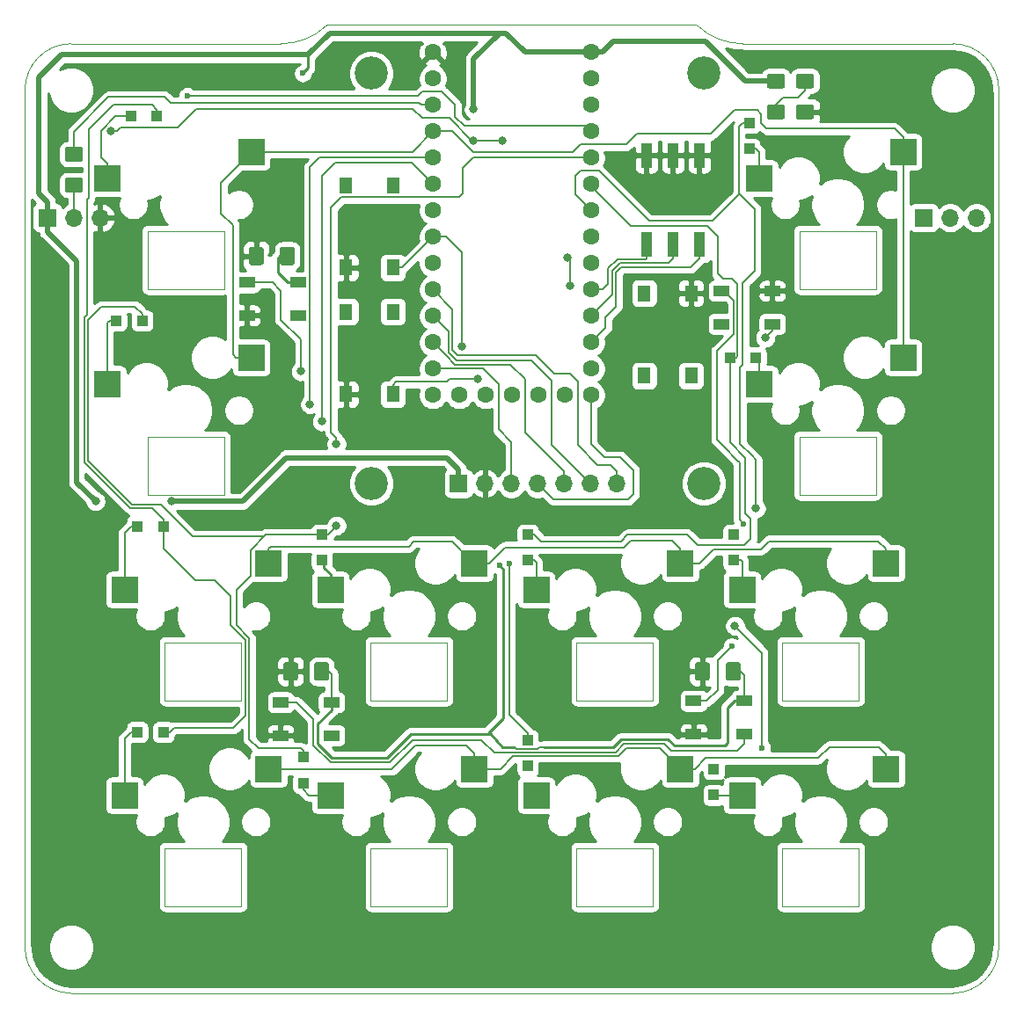
<source format=gbr>
G04 #@! TF.GenerationSoftware,KiCad,Pcbnew,(5.1.5)-3*
G04 #@! TF.CreationDate,2020-06-30T23:50:15-07:00*
G04 #@! TF.ProjectId,keypadV2,6b657970-6164-4563-922e-6b696361645f,rev?*
G04 #@! TF.SameCoordinates,Original*
G04 #@! TF.FileFunction,Copper,L2,Bot*
G04 #@! TF.FilePolarity,Positive*
%FSLAX46Y46*%
G04 Gerber Fmt 4.6, Leading zero omitted, Abs format (unit mm)*
G04 Created by KiCad (PCBNEW (5.1.5)-3) date 2020-06-30 23:50:15*
%MOMM*%
%LPD*%
G04 APERTURE LIST*
%ADD10C,0.050000*%
%ADD11C,0.120000*%
%ADD12C,3.200000*%
%ADD13R,1.700000X1.700000*%
%ADD14O,1.700000X1.700000*%
%ADD15R,1.500000X1.000000*%
%ADD16C,0.100000*%
%ADD17R,1.000000X1.000000*%
%ADD18R,1.300000X1.550000*%
%ADD19R,1.130000X2.440000*%
%ADD20C,1.600000*%
%ADD21R,2.550000X2.500000*%
%ADD22C,0.600000*%
%ADD23C,1.200000*%
%ADD24C,0.800000*%
%ADD25C,0.500000*%
%ADD26C,0.200000*%
%ADD27C,0.250000*%
%ADD28C,0.135000*%
%ADD29C,0.254000*%
G04 APERTURE END LIST*
D10*
X154178000Y-69024500D02*
X154178000Y-63436500D01*
X146812000Y-69024500D02*
X154178000Y-69024500D01*
X154178000Y-63436500D02*
X146812000Y-63436500D01*
X146812000Y-63436500D02*
X146812000Y-69024500D01*
X154178000Y-88836500D02*
X154178000Y-83248500D01*
X146812000Y-88836500D02*
X154178000Y-88836500D01*
X154178000Y-83248500D02*
X146812000Y-83248500D01*
X146812000Y-83248500D02*
X146812000Y-88836500D01*
X155829000Y-108648500D02*
X155829000Y-103060500D01*
X148463000Y-108648500D02*
X155829000Y-108648500D01*
X155829000Y-103060500D02*
X148463000Y-103060500D01*
X148463000Y-103060500D02*
X148463000Y-108648500D01*
X155829000Y-128460500D02*
X155829000Y-122872500D01*
X148463000Y-128460500D02*
X155829000Y-128460500D01*
X155829000Y-122872500D02*
X148463000Y-122872500D01*
X148463000Y-122872500D02*
X148463000Y-128460500D01*
X175641000Y-128460500D02*
X175641000Y-122872500D01*
X168275000Y-128460500D02*
X175641000Y-128460500D01*
X175641000Y-122872500D02*
X168275000Y-122872500D01*
X168275000Y-122872500D02*
X168275000Y-128460500D01*
X175641000Y-108648500D02*
X175641000Y-103060500D01*
X168275000Y-108648500D02*
X175641000Y-108648500D01*
X175641000Y-103060500D02*
X168275000Y-103060500D01*
X168275000Y-103060500D02*
X168275000Y-108648500D01*
X195453000Y-108648500D02*
X195453000Y-103060500D01*
X188087000Y-108648500D02*
X195453000Y-108648500D01*
X195453000Y-103060500D02*
X188087000Y-103060500D01*
X188087000Y-103060500D02*
X188087000Y-108648500D01*
X195453000Y-128460500D02*
X195453000Y-122872500D01*
X188087000Y-128460500D02*
X195453000Y-128460500D01*
X195453000Y-122872500D02*
X188087000Y-122872500D01*
X188087000Y-122872500D02*
X188087000Y-128460500D01*
X215265000Y-128460500D02*
X215265000Y-122872500D01*
X207899000Y-128460500D02*
X215265000Y-128460500D01*
X215265000Y-122872500D02*
X207899000Y-122872500D01*
X207899000Y-122872500D02*
X207899000Y-128460500D01*
X215265000Y-108648500D02*
X215265000Y-103060500D01*
X207899000Y-108648500D02*
X215265000Y-108648500D01*
X215265000Y-103060500D02*
X207899000Y-103060500D01*
X207899000Y-103060500D02*
X207899000Y-108648500D01*
X216916000Y-83248500D02*
X209550000Y-83248500D01*
X209550000Y-88836500D02*
X216916000Y-88836500D01*
X216916000Y-88836500D02*
X216916000Y-83248500D01*
X209550000Y-83248500D02*
X209550000Y-88836500D01*
X216916000Y-69024500D02*
X216916000Y-63436500D01*
X209550000Y-69024500D02*
X216916000Y-69024500D01*
X209550000Y-63436500D02*
X209550000Y-69024500D01*
X216916000Y-63436500D02*
X209550000Y-63436500D01*
X224282000Y-45402500D02*
X204089000Y-45402500D01*
X199459533Y-43557442D02*
X164268467Y-43557442D01*
X199728941Y-43669034D02*
G75*
G03X204089000Y-45402500I4360059J4616534D01*
G01*
X199728941Y-43669034D02*
G75*
G03X199459533Y-43557442I-269408J-269408D01*
G01*
X163999059Y-43669034D02*
G75*
G02X164268467Y-43557442I269408J-269408D01*
G01*
X163999059Y-43669034D02*
G75*
G02X159639000Y-45402500I-4360059J4616534D01*
G01*
X139446000Y-45402500D02*
X159639000Y-45402500D01*
X135001000Y-49847500D02*
X135001000Y-132397500D01*
X224282000Y-136842500D02*
X139446000Y-136842500D01*
X228727000Y-49847500D02*
X228727000Y-132397500D01*
D11*
X135001000Y-49847500D02*
G75*
G02X139446000Y-45402500I4445000J0D01*
G01*
X224282000Y-45402500D02*
G75*
G02X228727000Y-49847500I0J-4445000D01*
G01*
X228727000Y-132397500D02*
G75*
G02X224282000Y-136842500I-4445000J0D01*
G01*
X139446000Y-136842500D02*
G75*
G02X135001000Y-132397500I0J4445000D01*
G01*
D12*
X200329800Y-87757000D03*
X200329800Y-48260000D03*
X168325800Y-48260000D03*
X168325800Y-87757000D03*
D13*
X221488000Y-62166500D03*
D14*
X224028000Y-62166500D03*
X226568000Y-62166500D03*
D15*
X164502000Y-108826500D03*
X164502000Y-112026500D03*
X159602000Y-108826500D03*
X159602000Y-112026500D03*
G04 #@! TA.AperFunction,SMDPad,CuDef*
D16*
G36*
X160724504Y-64975704D02*
G01*
X160748773Y-64979304D01*
X160772571Y-64985265D01*
X160795671Y-64993530D01*
X160817849Y-65004020D01*
X160838893Y-65016633D01*
X160858598Y-65031247D01*
X160876777Y-65047723D01*
X160893253Y-65065902D01*
X160907867Y-65085607D01*
X160920480Y-65106651D01*
X160930970Y-65128829D01*
X160939235Y-65151929D01*
X160945196Y-65175727D01*
X160948796Y-65199996D01*
X160950000Y-65224500D01*
X160950000Y-66474500D01*
X160948796Y-66499004D01*
X160945196Y-66523273D01*
X160939235Y-66547071D01*
X160930970Y-66570171D01*
X160920480Y-66592349D01*
X160907867Y-66613393D01*
X160893253Y-66633098D01*
X160876777Y-66651277D01*
X160858598Y-66667753D01*
X160838893Y-66682367D01*
X160817849Y-66694980D01*
X160795671Y-66705470D01*
X160772571Y-66713735D01*
X160748773Y-66719696D01*
X160724504Y-66723296D01*
X160700000Y-66724500D01*
X159775000Y-66724500D01*
X159750496Y-66723296D01*
X159726227Y-66719696D01*
X159702429Y-66713735D01*
X159679329Y-66705470D01*
X159657151Y-66694980D01*
X159636107Y-66682367D01*
X159616402Y-66667753D01*
X159598223Y-66651277D01*
X159581747Y-66633098D01*
X159567133Y-66613393D01*
X159554520Y-66592349D01*
X159544030Y-66570171D01*
X159535765Y-66547071D01*
X159529804Y-66523273D01*
X159526204Y-66499004D01*
X159525000Y-66474500D01*
X159525000Y-65224500D01*
X159526204Y-65199996D01*
X159529804Y-65175727D01*
X159535765Y-65151929D01*
X159544030Y-65128829D01*
X159554520Y-65106651D01*
X159567133Y-65085607D01*
X159581747Y-65065902D01*
X159598223Y-65047723D01*
X159616402Y-65031247D01*
X159636107Y-65016633D01*
X159657151Y-65004020D01*
X159679329Y-64993530D01*
X159702429Y-64985265D01*
X159726227Y-64979304D01*
X159750496Y-64975704D01*
X159775000Y-64974500D01*
X160700000Y-64974500D01*
X160724504Y-64975704D01*
G37*
G04 #@! TD.AperFunction*
G04 #@! TA.AperFunction,SMDPad,CuDef*
G36*
X157749504Y-64975704D02*
G01*
X157773773Y-64979304D01*
X157797571Y-64985265D01*
X157820671Y-64993530D01*
X157842849Y-65004020D01*
X157863893Y-65016633D01*
X157883598Y-65031247D01*
X157901777Y-65047723D01*
X157918253Y-65065902D01*
X157932867Y-65085607D01*
X157945480Y-65106651D01*
X157955970Y-65128829D01*
X157964235Y-65151929D01*
X157970196Y-65175727D01*
X157973796Y-65199996D01*
X157975000Y-65224500D01*
X157975000Y-66474500D01*
X157973796Y-66499004D01*
X157970196Y-66523273D01*
X157964235Y-66547071D01*
X157955970Y-66570171D01*
X157945480Y-66592349D01*
X157932867Y-66613393D01*
X157918253Y-66633098D01*
X157901777Y-66651277D01*
X157883598Y-66667753D01*
X157863893Y-66682367D01*
X157842849Y-66694980D01*
X157820671Y-66705470D01*
X157797571Y-66713735D01*
X157773773Y-66719696D01*
X157749504Y-66723296D01*
X157725000Y-66724500D01*
X156800000Y-66724500D01*
X156775496Y-66723296D01*
X156751227Y-66719696D01*
X156727429Y-66713735D01*
X156704329Y-66705470D01*
X156682151Y-66694980D01*
X156661107Y-66682367D01*
X156641402Y-66667753D01*
X156623223Y-66651277D01*
X156606747Y-66633098D01*
X156592133Y-66613393D01*
X156579520Y-66592349D01*
X156569030Y-66570171D01*
X156560765Y-66547071D01*
X156554804Y-66523273D01*
X156551204Y-66499004D01*
X156550000Y-66474500D01*
X156550000Y-65224500D01*
X156551204Y-65199996D01*
X156554804Y-65175727D01*
X156560765Y-65151929D01*
X156569030Y-65128829D01*
X156579520Y-65106651D01*
X156592133Y-65085607D01*
X156606747Y-65065902D01*
X156623223Y-65047723D01*
X156641402Y-65031247D01*
X156661107Y-65016633D01*
X156682151Y-65004020D01*
X156704329Y-64993530D01*
X156727429Y-64985265D01*
X156751227Y-64979304D01*
X156775496Y-64975704D01*
X156800000Y-64974500D01*
X157725000Y-64974500D01*
X157749504Y-64975704D01*
G37*
G04 #@! TD.AperFunction*
G04 #@! TA.AperFunction,SMDPad,CuDef*
G36*
X164026504Y-104980704D02*
G01*
X164050773Y-104984304D01*
X164074571Y-104990265D01*
X164097671Y-104998530D01*
X164119849Y-105009020D01*
X164140893Y-105021633D01*
X164160598Y-105036247D01*
X164178777Y-105052723D01*
X164195253Y-105070902D01*
X164209867Y-105090607D01*
X164222480Y-105111651D01*
X164232970Y-105133829D01*
X164241235Y-105156929D01*
X164247196Y-105180727D01*
X164250796Y-105204996D01*
X164252000Y-105229500D01*
X164252000Y-106479500D01*
X164250796Y-106504004D01*
X164247196Y-106528273D01*
X164241235Y-106552071D01*
X164232970Y-106575171D01*
X164222480Y-106597349D01*
X164209867Y-106618393D01*
X164195253Y-106638098D01*
X164178777Y-106656277D01*
X164160598Y-106672753D01*
X164140893Y-106687367D01*
X164119849Y-106699980D01*
X164097671Y-106710470D01*
X164074571Y-106718735D01*
X164050773Y-106724696D01*
X164026504Y-106728296D01*
X164002000Y-106729500D01*
X163077000Y-106729500D01*
X163052496Y-106728296D01*
X163028227Y-106724696D01*
X163004429Y-106718735D01*
X162981329Y-106710470D01*
X162959151Y-106699980D01*
X162938107Y-106687367D01*
X162918402Y-106672753D01*
X162900223Y-106656277D01*
X162883747Y-106638098D01*
X162869133Y-106618393D01*
X162856520Y-106597349D01*
X162846030Y-106575171D01*
X162837765Y-106552071D01*
X162831804Y-106528273D01*
X162828204Y-106504004D01*
X162827000Y-106479500D01*
X162827000Y-105229500D01*
X162828204Y-105204996D01*
X162831804Y-105180727D01*
X162837765Y-105156929D01*
X162846030Y-105133829D01*
X162856520Y-105111651D01*
X162869133Y-105090607D01*
X162883747Y-105070902D01*
X162900223Y-105052723D01*
X162918402Y-105036247D01*
X162938107Y-105021633D01*
X162959151Y-105009020D01*
X162981329Y-104998530D01*
X163004429Y-104990265D01*
X163028227Y-104984304D01*
X163052496Y-104980704D01*
X163077000Y-104979500D01*
X164002000Y-104979500D01*
X164026504Y-104980704D01*
G37*
G04 #@! TD.AperFunction*
G04 #@! TA.AperFunction,SMDPad,CuDef*
G36*
X161051504Y-104980704D02*
G01*
X161075773Y-104984304D01*
X161099571Y-104990265D01*
X161122671Y-104998530D01*
X161144849Y-105009020D01*
X161165893Y-105021633D01*
X161185598Y-105036247D01*
X161203777Y-105052723D01*
X161220253Y-105070902D01*
X161234867Y-105090607D01*
X161247480Y-105111651D01*
X161257970Y-105133829D01*
X161266235Y-105156929D01*
X161272196Y-105180727D01*
X161275796Y-105204996D01*
X161277000Y-105229500D01*
X161277000Y-106479500D01*
X161275796Y-106504004D01*
X161272196Y-106528273D01*
X161266235Y-106552071D01*
X161257970Y-106575171D01*
X161247480Y-106597349D01*
X161234867Y-106618393D01*
X161220253Y-106638098D01*
X161203777Y-106656277D01*
X161185598Y-106672753D01*
X161165893Y-106687367D01*
X161144849Y-106699980D01*
X161122671Y-106710470D01*
X161099571Y-106718735D01*
X161075773Y-106724696D01*
X161051504Y-106728296D01*
X161027000Y-106729500D01*
X160102000Y-106729500D01*
X160077496Y-106728296D01*
X160053227Y-106724696D01*
X160029429Y-106718735D01*
X160006329Y-106710470D01*
X159984151Y-106699980D01*
X159963107Y-106687367D01*
X159943402Y-106672753D01*
X159925223Y-106656277D01*
X159908747Y-106638098D01*
X159894133Y-106618393D01*
X159881520Y-106597349D01*
X159871030Y-106575171D01*
X159862765Y-106552071D01*
X159856804Y-106528273D01*
X159853204Y-106504004D01*
X159852000Y-106479500D01*
X159852000Y-105229500D01*
X159853204Y-105204996D01*
X159856804Y-105180727D01*
X159862765Y-105156929D01*
X159871030Y-105133829D01*
X159881520Y-105111651D01*
X159894133Y-105090607D01*
X159908747Y-105070902D01*
X159925223Y-105052723D01*
X159943402Y-105036247D01*
X159963107Y-105021633D01*
X159984151Y-105009020D01*
X160006329Y-104998530D01*
X160029429Y-104990265D01*
X160053227Y-104984304D01*
X160077496Y-104980704D01*
X160102000Y-104979500D01*
X161027000Y-104979500D01*
X161051504Y-104980704D01*
G37*
G04 #@! TD.AperFunction*
G04 #@! TA.AperFunction,SMDPad,CuDef*
G36*
X203650504Y-104980704D02*
G01*
X203674773Y-104984304D01*
X203698571Y-104990265D01*
X203721671Y-104998530D01*
X203743849Y-105009020D01*
X203764893Y-105021633D01*
X203784598Y-105036247D01*
X203802777Y-105052723D01*
X203819253Y-105070902D01*
X203833867Y-105090607D01*
X203846480Y-105111651D01*
X203856970Y-105133829D01*
X203865235Y-105156929D01*
X203871196Y-105180727D01*
X203874796Y-105204996D01*
X203876000Y-105229500D01*
X203876000Y-106479500D01*
X203874796Y-106504004D01*
X203871196Y-106528273D01*
X203865235Y-106552071D01*
X203856970Y-106575171D01*
X203846480Y-106597349D01*
X203833867Y-106618393D01*
X203819253Y-106638098D01*
X203802777Y-106656277D01*
X203784598Y-106672753D01*
X203764893Y-106687367D01*
X203743849Y-106699980D01*
X203721671Y-106710470D01*
X203698571Y-106718735D01*
X203674773Y-106724696D01*
X203650504Y-106728296D01*
X203626000Y-106729500D01*
X202701000Y-106729500D01*
X202676496Y-106728296D01*
X202652227Y-106724696D01*
X202628429Y-106718735D01*
X202605329Y-106710470D01*
X202583151Y-106699980D01*
X202562107Y-106687367D01*
X202542402Y-106672753D01*
X202524223Y-106656277D01*
X202507747Y-106638098D01*
X202493133Y-106618393D01*
X202480520Y-106597349D01*
X202470030Y-106575171D01*
X202461765Y-106552071D01*
X202455804Y-106528273D01*
X202452204Y-106504004D01*
X202451000Y-106479500D01*
X202451000Y-105229500D01*
X202452204Y-105204996D01*
X202455804Y-105180727D01*
X202461765Y-105156929D01*
X202470030Y-105133829D01*
X202480520Y-105111651D01*
X202493133Y-105090607D01*
X202507747Y-105070902D01*
X202524223Y-105052723D01*
X202542402Y-105036247D01*
X202562107Y-105021633D01*
X202583151Y-105009020D01*
X202605329Y-104998530D01*
X202628429Y-104990265D01*
X202652227Y-104984304D01*
X202676496Y-104980704D01*
X202701000Y-104979500D01*
X203626000Y-104979500D01*
X203650504Y-104980704D01*
G37*
G04 #@! TD.AperFunction*
G04 #@! TA.AperFunction,SMDPad,CuDef*
G36*
X200675504Y-104980704D02*
G01*
X200699773Y-104984304D01*
X200723571Y-104990265D01*
X200746671Y-104998530D01*
X200768849Y-105009020D01*
X200789893Y-105021633D01*
X200809598Y-105036247D01*
X200827777Y-105052723D01*
X200844253Y-105070902D01*
X200858867Y-105090607D01*
X200871480Y-105111651D01*
X200881970Y-105133829D01*
X200890235Y-105156929D01*
X200896196Y-105180727D01*
X200899796Y-105204996D01*
X200901000Y-105229500D01*
X200901000Y-106479500D01*
X200899796Y-106504004D01*
X200896196Y-106528273D01*
X200890235Y-106552071D01*
X200881970Y-106575171D01*
X200871480Y-106597349D01*
X200858867Y-106618393D01*
X200844253Y-106638098D01*
X200827777Y-106656277D01*
X200809598Y-106672753D01*
X200789893Y-106687367D01*
X200768849Y-106699980D01*
X200746671Y-106710470D01*
X200723571Y-106718735D01*
X200699773Y-106724696D01*
X200675504Y-106728296D01*
X200651000Y-106729500D01*
X199726000Y-106729500D01*
X199701496Y-106728296D01*
X199677227Y-106724696D01*
X199653429Y-106718735D01*
X199630329Y-106710470D01*
X199608151Y-106699980D01*
X199587107Y-106687367D01*
X199567402Y-106672753D01*
X199549223Y-106656277D01*
X199532747Y-106638098D01*
X199518133Y-106618393D01*
X199505520Y-106597349D01*
X199495030Y-106575171D01*
X199486765Y-106552071D01*
X199480804Y-106528273D01*
X199477204Y-106504004D01*
X199476000Y-106479500D01*
X199476000Y-105229500D01*
X199477204Y-105204996D01*
X199480804Y-105180727D01*
X199486765Y-105156929D01*
X199495030Y-105133829D01*
X199505520Y-105111651D01*
X199518133Y-105090607D01*
X199532747Y-105070902D01*
X199549223Y-105052723D01*
X199567402Y-105036247D01*
X199587107Y-105021633D01*
X199608151Y-105009020D01*
X199630329Y-104998530D01*
X199653429Y-104990265D01*
X199677227Y-104984304D01*
X199701496Y-104980704D01*
X199726000Y-104979500D01*
X200651000Y-104979500D01*
X200675504Y-104980704D01*
G37*
G04 #@! TD.AperFunction*
D17*
X145181000Y-52387500D03*
X147681000Y-52387500D03*
X143784000Y-72072500D03*
X146284000Y-72072500D03*
X202839000Y-75628500D03*
X205339000Y-75628500D03*
X204724000Y-55542500D03*
X204724000Y-53042500D03*
X148316000Y-91884500D03*
X145816000Y-91884500D03*
X163576000Y-95166500D03*
X163576000Y-92666500D03*
X183388000Y-92666500D03*
X183388000Y-95166500D03*
X203200000Y-92666500D03*
X203200000Y-95166500D03*
X148316000Y-111696500D03*
X145816000Y-111696500D03*
X161798000Y-116629500D03*
X161798000Y-114129500D03*
X183388000Y-112478500D03*
X183388000Y-114978500D03*
X201295000Y-117772500D03*
X201295000Y-115272500D03*
G04 #@! TA.AperFunction,SMDPad,CuDef*
D16*
G36*
X210707504Y-51258704D02*
G01*
X210731773Y-51262304D01*
X210755571Y-51268265D01*
X210778671Y-51276530D01*
X210800849Y-51287020D01*
X210821893Y-51299633D01*
X210841598Y-51314247D01*
X210859777Y-51330723D01*
X210876253Y-51348902D01*
X210890867Y-51368607D01*
X210903480Y-51389651D01*
X210913970Y-51411829D01*
X210922235Y-51434929D01*
X210928196Y-51458727D01*
X210931796Y-51482996D01*
X210933000Y-51507500D01*
X210933000Y-52432500D01*
X210931796Y-52457004D01*
X210928196Y-52481273D01*
X210922235Y-52505071D01*
X210913970Y-52528171D01*
X210903480Y-52550349D01*
X210890867Y-52571393D01*
X210876253Y-52591098D01*
X210859777Y-52609277D01*
X210841598Y-52625753D01*
X210821893Y-52640367D01*
X210800849Y-52652980D01*
X210778671Y-52663470D01*
X210755571Y-52671735D01*
X210731773Y-52677696D01*
X210707504Y-52681296D01*
X210683000Y-52682500D01*
X209433000Y-52682500D01*
X209408496Y-52681296D01*
X209384227Y-52677696D01*
X209360429Y-52671735D01*
X209337329Y-52663470D01*
X209315151Y-52652980D01*
X209294107Y-52640367D01*
X209274402Y-52625753D01*
X209256223Y-52609277D01*
X209239747Y-52591098D01*
X209225133Y-52571393D01*
X209212520Y-52550349D01*
X209202030Y-52528171D01*
X209193765Y-52505071D01*
X209187804Y-52481273D01*
X209184204Y-52457004D01*
X209183000Y-52432500D01*
X209183000Y-51507500D01*
X209184204Y-51482996D01*
X209187804Y-51458727D01*
X209193765Y-51434929D01*
X209202030Y-51411829D01*
X209212520Y-51389651D01*
X209225133Y-51368607D01*
X209239747Y-51348902D01*
X209256223Y-51330723D01*
X209274402Y-51314247D01*
X209294107Y-51299633D01*
X209315151Y-51287020D01*
X209337329Y-51276530D01*
X209360429Y-51268265D01*
X209384227Y-51262304D01*
X209408496Y-51258704D01*
X209433000Y-51257500D01*
X210683000Y-51257500D01*
X210707504Y-51258704D01*
G37*
G04 #@! TD.AperFunction*
G04 #@! TA.AperFunction,SMDPad,CuDef*
G36*
X210707504Y-48283704D02*
G01*
X210731773Y-48287304D01*
X210755571Y-48293265D01*
X210778671Y-48301530D01*
X210800849Y-48312020D01*
X210821893Y-48324633D01*
X210841598Y-48339247D01*
X210859777Y-48355723D01*
X210876253Y-48373902D01*
X210890867Y-48393607D01*
X210903480Y-48414651D01*
X210913970Y-48436829D01*
X210922235Y-48459929D01*
X210928196Y-48483727D01*
X210931796Y-48507996D01*
X210933000Y-48532500D01*
X210933000Y-49457500D01*
X210931796Y-49482004D01*
X210928196Y-49506273D01*
X210922235Y-49530071D01*
X210913970Y-49553171D01*
X210903480Y-49575349D01*
X210890867Y-49596393D01*
X210876253Y-49616098D01*
X210859777Y-49634277D01*
X210841598Y-49650753D01*
X210821893Y-49665367D01*
X210800849Y-49677980D01*
X210778671Y-49688470D01*
X210755571Y-49696735D01*
X210731773Y-49702696D01*
X210707504Y-49706296D01*
X210683000Y-49707500D01*
X209433000Y-49707500D01*
X209408496Y-49706296D01*
X209384227Y-49702696D01*
X209360429Y-49696735D01*
X209337329Y-49688470D01*
X209315151Y-49677980D01*
X209294107Y-49665367D01*
X209274402Y-49650753D01*
X209256223Y-49634277D01*
X209239747Y-49616098D01*
X209225133Y-49596393D01*
X209212520Y-49575349D01*
X209202030Y-49553171D01*
X209193765Y-49530071D01*
X209187804Y-49506273D01*
X209184204Y-49482004D01*
X209183000Y-49457500D01*
X209183000Y-48532500D01*
X209184204Y-48507996D01*
X209187804Y-48483727D01*
X209193765Y-48459929D01*
X209202030Y-48436829D01*
X209212520Y-48414651D01*
X209225133Y-48393607D01*
X209239747Y-48373902D01*
X209256223Y-48355723D01*
X209274402Y-48339247D01*
X209294107Y-48324633D01*
X209315151Y-48312020D01*
X209337329Y-48301530D01*
X209360429Y-48293265D01*
X209384227Y-48287304D01*
X209408496Y-48283704D01*
X209433000Y-48282500D01*
X210683000Y-48282500D01*
X210707504Y-48283704D01*
G37*
G04 #@! TD.AperFunction*
D15*
X156363500Y-71577000D03*
X156363500Y-68377000D03*
X161263500Y-71577000D03*
X161263500Y-68377000D03*
X199353000Y-111899500D03*
X199353000Y-108699500D03*
X204253000Y-111899500D03*
X204253000Y-108699500D03*
X202020000Y-72402500D03*
X202020000Y-69202500D03*
X206920000Y-72402500D03*
X206920000Y-69202500D03*
G04 #@! TA.AperFunction,SMDPad,CuDef*
D16*
G36*
X207913504Y-48283704D02*
G01*
X207937773Y-48287304D01*
X207961571Y-48293265D01*
X207984671Y-48301530D01*
X208006849Y-48312020D01*
X208027893Y-48324633D01*
X208047598Y-48339247D01*
X208065777Y-48355723D01*
X208082253Y-48373902D01*
X208096867Y-48393607D01*
X208109480Y-48414651D01*
X208119970Y-48436829D01*
X208128235Y-48459929D01*
X208134196Y-48483727D01*
X208137796Y-48507996D01*
X208139000Y-48532500D01*
X208139000Y-49457500D01*
X208137796Y-49482004D01*
X208134196Y-49506273D01*
X208128235Y-49530071D01*
X208119970Y-49553171D01*
X208109480Y-49575349D01*
X208096867Y-49596393D01*
X208082253Y-49616098D01*
X208065777Y-49634277D01*
X208047598Y-49650753D01*
X208027893Y-49665367D01*
X208006849Y-49677980D01*
X207984671Y-49688470D01*
X207961571Y-49696735D01*
X207937773Y-49702696D01*
X207913504Y-49706296D01*
X207889000Y-49707500D01*
X206639000Y-49707500D01*
X206614496Y-49706296D01*
X206590227Y-49702696D01*
X206566429Y-49696735D01*
X206543329Y-49688470D01*
X206521151Y-49677980D01*
X206500107Y-49665367D01*
X206480402Y-49650753D01*
X206462223Y-49634277D01*
X206445747Y-49616098D01*
X206431133Y-49596393D01*
X206418520Y-49575349D01*
X206408030Y-49553171D01*
X206399765Y-49530071D01*
X206393804Y-49506273D01*
X206390204Y-49482004D01*
X206389000Y-49457500D01*
X206389000Y-48532500D01*
X206390204Y-48507996D01*
X206393804Y-48483727D01*
X206399765Y-48459929D01*
X206408030Y-48436829D01*
X206418520Y-48414651D01*
X206431133Y-48393607D01*
X206445747Y-48373902D01*
X206462223Y-48355723D01*
X206480402Y-48339247D01*
X206500107Y-48324633D01*
X206521151Y-48312020D01*
X206543329Y-48301530D01*
X206566429Y-48293265D01*
X206590227Y-48287304D01*
X206614496Y-48283704D01*
X206639000Y-48282500D01*
X207889000Y-48282500D01*
X207913504Y-48283704D01*
G37*
G04 #@! TD.AperFunction*
G04 #@! TA.AperFunction,SMDPad,CuDef*
G36*
X207913504Y-51258704D02*
G01*
X207937773Y-51262304D01*
X207961571Y-51268265D01*
X207984671Y-51276530D01*
X208006849Y-51287020D01*
X208027893Y-51299633D01*
X208047598Y-51314247D01*
X208065777Y-51330723D01*
X208082253Y-51348902D01*
X208096867Y-51368607D01*
X208109480Y-51389651D01*
X208119970Y-51411829D01*
X208128235Y-51434929D01*
X208134196Y-51458727D01*
X208137796Y-51482996D01*
X208139000Y-51507500D01*
X208139000Y-52432500D01*
X208137796Y-52457004D01*
X208134196Y-52481273D01*
X208128235Y-52505071D01*
X208119970Y-52528171D01*
X208109480Y-52550349D01*
X208096867Y-52571393D01*
X208082253Y-52591098D01*
X208065777Y-52609277D01*
X208047598Y-52625753D01*
X208027893Y-52640367D01*
X208006849Y-52652980D01*
X207984671Y-52663470D01*
X207961571Y-52671735D01*
X207937773Y-52677696D01*
X207913504Y-52681296D01*
X207889000Y-52682500D01*
X206639000Y-52682500D01*
X206614496Y-52681296D01*
X206590227Y-52677696D01*
X206566429Y-52671735D01*
X206543329Y-52663470D01*
X206521151Y-52652980D01*
X206500107Y-52640367D01*
X206480402Y-52625753D01*
X206462223Y-52609277D01*
X206445747Y-52591098D01*
X206431133Y-52571393D01*
X206418520Y-52550349D01*
X206408030Y-52528171D01*
X206399765Y-52505071D01*
X206393804Y-52481273D01*
X206390204Y-52457004D01*
X206389000Y-52432500D01*
X206389000Y-51507500D01*
X206390204Y-51482996D01*
X206393804Y-51458727D01*
X206399765Y-51434929D01*
X206408030Y-51411829D01*
X206418520Y-51389651D01*
X206431133Y-51368607D01*
X206445747Y-51348902D01*
X206462223Y-51330723D01*
X206480402Y-51314247D01*
X206500107Y-51299633D01*
X206521151Y-51287020D01*
X206543329Y-51276530D01*
X206566429Y-51268265D01*
X206590227Y-51262304D01*
X206614496Y-51258704D01*
X206639000Y-51257500D01*
X207889000Y-51257500D01*
X207913504Y-51258704D01*
G37*
G04 #@! TD.AperFunction*
D18*
X170398000Y-59017000D03*
X170398000Y-66967000D03*
X165898000Y-59017000D03*
X165898000Y-66967000D03*
X165898000Y-79159000D03*
X165898000Y-71209000D03*
X170398000Y-79159000D03*
X170398000Y-71209000D03*
X194600000Y-77381000D03*
X194600000Y-69431000D03*
X199100000Y-77381000D03*
X199100000Y-69431000D03*
D19*
X199898000Y-56147000D03*
X199898000Y-64757000D03*
X197358000Y-56147000D03*
X197358000Y-64757000D03*
X194818000Y-56147000D03*
X194818000Y-64757000D03*
D14*
X191960500Y-87757000D03*
X189420500Y-87757000D03*
X186880500Y-87757000D03*
X184340500Y-87757000D03*
X181800500Y-87757000D03*
X179260500Y-87757000D03*
D13*
X176720500Y-87757000D03*
D20*
X174244000Y-79248000D03*
X189484000Y-79248000D03*
X186944000Y-79248000D03*
X174244000Y-46228000D03*
X189484000Y-56388000D03*
X189484000Y-58928000D03*
X174244000Y-53848000D03*
X184404000Y-79248000D03*
X189484000Y-48768000D03*
X174244000Y-58928000D03*
X189484000Y-53848000D03*
X179324000Y-79248000D03*
X174244000Y-56388000D03*
X174244000Y-76708000D03*
X174244000Y-74168000D03*
X174244000Y-61468000D03*
X174244000Y-64008000D03*
X174244000Y-66548000D03*
X174244000Y-69088000D03*
X174244000Y-71628000D03*
X189484000Y-51308000D03*
X189484000Y-61468000D03*
X189484000Y-71628000D03*
X189484000Y-76708000D03*
X181864000Y-79248000D03*
X174244000Y-48768000D03*
X176784000Y-79248000D03*
X174244000Y-51308000D03*
X189484000Y-46228000D03*
X189484000Y-66548000D03*
X189484000Y-74168000D03*
X189484000Y-64008000D03*
X189484000Y-69088000D03*
D21*
X156785000Y-55816500D03*
X142935000Y-58356500D03*
X142935000Y-78168500D03*
X156785000Y-75628500D03*
X219523000Y-75628500D03*
X205673000Y-78168500D03*
X205673000Y-58356500D03*
X219523000Y-55816500D03*
X158436000Y-95440500D03*
X144586000Y-97980500D03*
X178248000Y-95440500D03*
X164398000Y-97980500D03*
X184210000Y-97980500D03*
X198060000Y-95440500D03*
X217872000Y-95440500D03*
X204022000Y-97980500D03*
X144586000Y-117792500D03*
X158436000Y-115252500D03*
X164398000Y-117792500D03*
X178248000Y-115252500D03*
X198060000Y-115252500D03*
X184210000Y-117792500D03*
X204022000Y-117792500D03*
X217872000Y-115252500D03*
D13*
X137160000Y-62166500D03*
D14*
X139700000Y-62166500D03*
X142240000Y-62166500D03*
G04 #@! TA.AperFunction,SMDPad,CuDef*
D16*
G36*
X140349504Y-58307204D02*
G01*
X140373773Y-58310804D01*
X140397571Y-58316765D01*
X140420671Y-58325030D01*
X140442849Y-58335520D01*
X140463893Y-58348133D01*
X140483598Y-58362747D01*
X140501777Y-58379223D01*
X140518253Y-58397402D01*
X140532867Y-58417107D01*
X140545480Y-58438151D01*
X140555970Y-58460329D01*
X140564235Y-58483429D01*
X140570196Y-58507227D01*
X140573796Y-58531496D01*
X140575000Y-58556000D01*
X140575000Y-59481000D01*
X140573796Y-59505504D01*
X140570196Y-59529773D01*
X140564235Y-59553571D01*
X140555970Y-59576671D01*
X140545480Y-59598849D01*
X140532867Y-59619893D01*
X140518253Y-59639598D01*
X140501777Y-59657777D01*
X140483598Y-59674253D01*
X140463893Y-59688867D01*
X140442849Y-59701480D01*
X140420671Y-59711970D01*
X140397571Y-59720235D01*
X140373773Y-59726196D01*
X140349504Y-59729796D01*
X140325000Y-59731000D01*
X139075000Y-59731000D01*
X139050496Y-59729796D01*
X139026227Y-59726196D01*
X139002429Y-59720235D01*
X138979329Y-59711970D01*
X138957151Y-59701480D01*
X138936107Y-59688867D01*
X138916402Y-59674253D01*
X138898223Y-59657777D01*
X138881747Y-59639598D01*
X138867133Y-59619893D01*
X138854520Y-59598849D01*
X138844030Y-59576671D01*
X138835765Y-59553571D01*
X138829804Y-59529773D01*
X138826204Y-59505504D01*
X138825000Y-59481000D01*
X138825000Y-58556000D01*
X138826204Y-58531496D01*
X138829804Y-58507227D01*
X138835765Y-58483429D01*
X138844030Y-58460329D01*
X138854520Y-58438151D01*
X138867133Y-58417107D01*
X138881747Y-58397402D01*
X138898223Y-58379223D01*
X138916402Y-58362747D01*
X138936107Y-58348133D01*
X138957151Y-58335520D01*
X138979329Y-58325030D01*
X139002429Y-58316765D01*
X139026227Y-58310804D01*
X139050496Y-58307204D01*
X139075000Y-58306000D01*
X140325000Y-58306000D01*
X140349504Y-58307204D01*
G37*
G04 #@! TD.AperFunction*
G04 #@! TA.AperFunction,SMDPad,CuDef*
G36*
X140349504Y-55332204D02*
G01*
X140373773Y-55335804D01*
X140397571Y-55341765D01*
X140420671Y-55350030D01*
X140442849Y-55360520D01*
X140463893Y-55373133D01*
X140483598Y-55387747D01*
X140501777Y-55404223D01*
X140518253Y-55422402D01*
X140532867Y-55442107D01*
X140545480Y-55463151D01*
X140555970Y-55485329D01*
X140564235Y-55508429D01*
X140570196Y-55532227D01*
X140573796Y-55556496D01*
X140575000Y-55581000D01*
X140575000Y-56506000D01*
X140573796Y-56530504D01*
X140570196Y-56554773D01*
X140564235Y-56578571D01*
X140555970Y-56601671D01*
X140545480Y-56623849D01*
X140532867Y-56644893D01*
X140518253Y-56664598D01*
X140501777Y-56682777D01*
X140483598Y-56699253D01*
X140463893Y-56713867D01*
X140442849Y-56726480D01*
X140420671Y-56736970D01*
X140397571Y-56745235D01*
X140373773Y-56751196D01*
X140349504Y-56754796D01*
X140325000Y-56756000D01*
X139075000Y-56756000D01*
X139050496Y-56754796D01*
X139026227Y-56751196D01*
X139002429Y-56745235D01*
X138979329Y-56736970D01*
X138957151Y-56726480D01*
X138936107Y-56713867D01*
X138916402Y-56699253D01*
X138898223Y-56682777D01*
X138881747Y-56664598D01*
X138867133Y-56644893D01*
X138854520Y-56623849D01*
X138844030Y-56601671D01*
X138835765Y-56578571D01*
X138829804Y-56554773D01*
X138826204Y-56530504D01*
X138825000Y-56506000D01*
X138825000Y-55581000D01*
X138826204Y-55556496D01*
X138829804Y-55532227D01*
X138835765Y-55508429D01*
X138844030Y-55485329D01*
X138854520Y-55463151D01*
X138867133Y-55442107D01*
X138881747Y-55422402D01*
X138898223Y-55404223D01*
X138916402Y-55387747D01*
X138936107Y-55373133D01*
X138957151Y-55360520D01*
X138979329Y-55350030D01*
X139002429Y-55341765D01*
X139026227Y-55335804D01*
X139050496Y-55332204D01*
X139075000Y-55331000D01*
X140325000Y-55331000D01*
X140349504Y-55332204D01*
G37*
G04 #@! TD.AperFunction*
D22*
X157264100Y-65836800D03*
D23*
X215138000Y-48514000D03*
X216662000Y-48514000D03*
X215138000Y-50038000D03*
X216662000Y-50038000D03*
X218186000Y-50038000D03*
X218186000Y-48514000D03*
X218186000Y-51562000D03*
X216662000Y-51562000D03*
X215138000Y-51562000D03*
X195580000Y-59436000D03*
X197358000Y-59436000D03*
X199136000Y-59436000D03*
X198120000Y-60706000D03*
X196342000Y-60706000D03*
D24*
X160782000Y-100584000D03*
X160782000Y-101600000D03*
X160782000Y-102616000D03*
X159766000Y-102616000D03*
X159766000Y-101600000D03*
X159766000Y-100584000D03*
X160782000Y-99568000D03*
X159766000Y-99568000D03*
D22*
X180657500Y-95651236D03*
X160237500Y-65849500D03*
X161734500Y-48260000D03*
D24*
X141795500Y-89471500D03*
X149098000Y-89471500D03*
X178181000Y-51725500D03*
X202020000Y-72402500D03*
D22*
X150622000Y-50431700D03*
X147681000Y-52387500D03*
D24*
X164973000Y-91821000D03*
X164973000Y-83947000D03*
D22*
X183388000Y-92710000D03*
X181610000Y-95504000D03*
X201295000Y-115272500D03*
X205930500Y-113220500D03*
X203200000Y-92666500D03*
D24*
X203327000Y-101473000D03*
X205359000Y-90170000D03*
D22*
X184200800Y-117741700D03*
X183388000Y-114978500D03*
D24*
X161544000Y-76962000D03*
X164502000Y-112026500D03*
D22*
X204152500Y-91630500D03*
X203009500Y-103441500D03*
D24*
X143256000Y-53848000D03*
X178181000Y-54700500D03*
X180975000Y-54737000D03*
X187452000Y-68707000D03*
X187198000Y-66040000D03*
D22*
X158436000Y-95440500D03*
D24*
X162433000Y-80137000D03*
D22*
X158436000Y-115252500D03*
D24*
X163576000Y-81788000D03*
X177038000Y-74549000D03*
X178562000Y-77724000D03*
X194600000Y-69431000D03*
X206248000Y-73709500D03*
D25*
X162255200Y-46469300D02*
X138531600Y-46469300D01*
X138531600Y-46469300D02*
X136347200Y-48653700D01*
X136347200Y-48653700D02*
X136347200Y-59829700D01*
X137160000Y-60642500D02*
X137160000Y-62166500D01*
X136347200Y-59829700D02*
X137160000Y-60642500D01*
D26*
X164252000Y-105854500D02*
X163539500Y-105854500D01*
X164502000Y-106104500D02*
X164252000Y-105854500D01*
X164502000Y-108826500D02*
X164502000Y-106104500D01*
X203876000Y-105854500D02*
X203163500Y-105854500D01*
X204253000Y-106231500D02*
X203876000Y-105854500D01*
X204253000Y-108699500D02*
X204253000Y-106231500D01*
D25*
X137160000Y-62166500D02*
X137160000Y-63516500D01*
D27*
X181038500Y-96032236D02*
X180657500Y-95651236D01*
X181038500Y-110363000D02*
X181038500Y-96032236D01*
X160263500Y-68377000D02*
X159321500Y-67435000D01*
X161263500Y-68377000D02*
X160263500Y-68377000D01*
X159525000Y-65849500D02*
X160237500Y-65849500D01*
X159321500Y-66053000D02*
X159525000Y-65849500D01*
X159321500Y-67435000D02*
X159321500Y-66053000D01*
X162255200Y-46469300D02*
X162255200Y-47739300D01*
X162255200Y-47739300D02*
X161734500Y-48260000D01*
D25*
X139961620Y-87637620D02*
X141795500Y-89471500D01*
X141795500Y-89471500D02*
X141795500Y-89471500D01*
X149098000Y-89471500D02*
X155956000Y-89471500D01*
X155956000Y-89471500D02*
X160147000Y-85280500D01*
X175594000Y-85280500D02*
X176720500Y-86407000D01*
X176720500Y-86407000D02*
X176720500Y-87757000D01*
X160147000Y-85280500D02*
X175594000Y-85280500D01*
D27*
X179578000Y-111823500D02*
X181038500Y-110363000D01*
X203253000Y-108699500D02*
X202628500Y-109324000D01*
X204253000Y-108699500D02*
X203253000Y-108699500D01*
X202628500Y-112776000D02*
X202374500Y-113030000D01*
X202628500Y-109324000D02*
X202628500Y-112776000D01*
X202374500Y-113030000D02*
X197510400Y-113030000D01*
X197510400Y-113030000D02*
X196875400Y-112395000D01*
X196875400Y-112395000D02*
X192405000Y-112395000D01*
X192405000Y-112395000D02*
X191617600Y-113182400D01*
X191617600Y-113182400D02*
X184937400Y-113182400D01*
D28*
X184480200Y-113182400D02*
X184332610Y-113329990D01*
X184937400Y-113182400D02*
X184480200Y-113182400D01*
X184332610Y-113329990D02*
X182316390Y-113329990D01*
X182316390Y-113329990D02*
X182143400Y-113157000D01*
D27*
X182143400Y-113157000D02*
X180911500Y-113157000D01*
X172110400Y-111912400D02*
X179806600Y-111912400D01*
X169849800Y-114173000D02*
X172110400Y-111912400D01*
X164515800Y-114173000D02*
X169849800Y-114173000D01*
X163169600Y-112826800D02*
X164515800Y-114173000D01*
X164502000Y-109576500D02*
X163169600Y-110908900D01*
X180911500Y-113157000D02*
X179806600Y-111912400D01*
X179806600Y-111912400D02*
X179578000Y-111823500D01*
X164502000Y-108826500D02*
X164502000Y-109576500D01*
X163169600Y-110908900D02*
X163169600Y-112826800D01*
D26*
X204281100Y-48995000D02*
X207264000Y-48995000D01*
D25*
X164338000Y-44386500D02*
X162255200Y-46469300D01*
X181292500Y-44386500D02*
X180657500Y-44386500D01*
X181292500Y-44386500D02*
X164338000Y-44386500D01*
X180657500Y-44386500D02*
X178181000Y-46863000D01*
X178181000Y-46863000D02*
X178181000Y-51725500D01*
X183134000Y-46228000D02*
X189484000Y-46228000D01*
X181292500Y-44386500D02*
X183134000Y-46228000D01*
X204316000Y-48995000D02*
X207264000Y-48995000D01*
X200533000Y-45212000D02*
X204316000Y-48995000D01*
X191631370Y-45212000D02*
X200533000Y-45212000D01*
X189484000Y-46228000D02*
X190615370Y-46228000D01*
X190615370Y-46228000D02*
X191631370Y-45212000D01*
X139961620Y-66318120D02*
X137160000Y-63516500D01*
X139961620Y-87637620D02*
X139961620Y-66318120D01*
D28*
X142935000Y-56971500D02*
X142290800Y-56327300D01*
X142935000Y-58356500D02*
X142935000Y-56971500D01*
X142290800Y-56327300D02*
X142290800Y-53784500D01*
X143687800Y-52387500D02*
X145181000Y-52387500D01*
X142290800Y-53784500D02*
X143687800Y-52387500D01*
X151409400Y-97104200D02*
X148316000Y-94010800D01*
X153289000Y-97104200D02*
X151409400Y-97104200D01*
X154762200Y-98577400D02*
X153289000Y-97104200D01*
X154762200Y-101371400D02*
X154762200Y-98577400D01*
X148316000Y-94010800D02*
X148316000Y-91884500D01*
X156235400Y-102844600D02*
X154762200Y-101371400D01*
X148951000Y-111696500D02*
X149344700Y-111302800D01*
X148316000Y-111696500D02*
X148951000Y-111696500D01*
X149344700Y-111302800D02*
X155067000Y-111302800D01*
X155067000Y-111302800D02*
X156235400Y-110134400D01*
X156235400Y-110134400D02*
X156235400Y-102844600D01*
X162102800Y-50431700D02*
X150622000Y-50431700D01*
X172834300Y-50431700D02*
X162102800Y-50431700D01*
X173228000Y-50038000D02*
X172834300Y-50431700D01*
X176403000Y-51308000D02*
X175133000Y-50038000D01*
X189484000Y-53721000D02*
X189103000Y-53340000D01*
X189103000Y-53340000D02*
X177292000Y-53340000D01*
X175133000Y-50038000D02*
X173228000Y-50038000D01*
X189484000Y-53848000D02*
X189484000Y-53721000D01*
X177292000Y-53340000D02*
X176403000Y-52451000D01*
X176403000Y-52451000D02*
X176403000Y-51308000D01*
X143510000Y-51308000D02*
X141160500Y-53657500D01*
X141160500Y-53657500D02*
X141160500Y-60261500D01*
X140716000Y-85725000D02*
X145161000Y-90170000D01*
X147236500Y-51308000D02*
X143510000Y-51308000D01*
X148316000Y-91249500D02*
X148316000Y-91884500D01*
X140970000Y-60452000D02*
X140970000Y-71501000D01*
X147236500Y-90170000D02*
X148316000Y-91249500D01*
X145161000Y-90170000D02*
X147236500Y-90170000D01*
X147681000Y-52387500D02*
X147681000Y-51752500D01*
X147681000Y-51752500D02*
X147236500Y-51308000D01*
X141160500Y-60261500D02*
X140970000Y-60452000D01*
X140970000Y-71501000D02*
X140716000Y-71755000D01*
X140716000Y-71755000D02*
X140716000Y-85725000D01*
X143149000Y-72072500D02*
X143784000Y-72072500D01*
X142935000Y-72286500D02*
X143149000Y-72072500D01*
X142935000Y-78168500D02*
X142935000Y-72286500D01*
X162941000Y-92666500D02*
X163576000Y-92666500D01*
X156591000Y-102666800D02*
X155346400Y-101422200D01*
X157467300Y-113271300D02*
X156591000Y-112395000D01*
X161574800Y-113271300D02*
X157467300Y-113271300D01*
X156591000Y-112395000D02*
X156591000Y-102666800D01*
X161798000Y-113494500D02*
X161574800Y-113271300D01*
X161798000Y-114129500D02*
X161798000Y-113494500D01*
X156692600Y-94177398D02*
X158203498Y-92666500D01*
X155346400Y-101422200D02*
X155346400Y-97967800D01*
X156692600Y-96621600D02*
X156692600Y-94177398D01*
X158203498Y-92666500D02*
X162941000Y-92666500D01*
X155346400Y-97967800D02*
X156692600Y-96621600D01*
X146284000Y-71437500D02*
X145585500Y-70739000D01*
X146284000Y-72072500D02*
X146284000Y-71437500D01*
X145585500Y-70739000D02*
X142367000Y-70739000D01*
X142367000Y-70739000D02*
X141097000Y-72009000D01*
X141097000Y-72009000D02*
X141097000Y-85598000D01*
X141097000Y-85598000D02*
X142494000Y-86995000D01*
X142494000Y-86995000D02*
X145288000Y-89789000D01*
X145288000Y-89789000D02*
X148082000Y-89789000D01*
X148082000Y-89789000D02*
X151130000Y-92837000D01*
X151130000Y-92837000D02*
X157988000Y-92837000D01*
X164973000Y-91904500D02*
X164973000Y-91821000D01*
X163576000Y-92666500D02*
X164211000Y-92666500D01*
X164211000Y-92666500D02*
X164973000Y-91904500D01*
X164973000Y-83381315D02*
X164973000Y-83947000D01*
X164465000Y-82873315D02*
X164973000Y-83381315D01*
X165481000Y-60198000D02*
X164465000Y-61214000D01*
X178181000Y-56388000D02*
X177165000Y-57404000D01*
X189484000Y-56388000D02*
X178181000Y-56388000D01*
X177165000Y-59817000D02*
X176784000Y-60198000D01*
X164465000Y-61214000D02*
X164465000Y-82873315D01*
X177165000Y-57404000D02*
X177165000Y-59817000D01*
X176784000Y-60198000D02*
X165481000Y-60198000D01*
X183388000Y-111843500D02*
X181610000Y-110065500D01*
X183388000Y-112478500D02*
X183388000Y-111843500D01*
X181610000Y-110065500D02*
X181610000Y-95504000D01*
X198755000Y-92710000D02*
X199707500Y-93662500D01*
X184023000Y-92666500D02*
X184701500Y-93345000D01*
X204216000Y-93662500D02*
X204279500Y-93599000D01*
X183388000Y-92666500D02*
X184023000Y-92666500D01*
X192976500Y-92710000D02*
X198755000Y-92710000D01*
X199707500Y-93662500D02*
X204216000Y-93662500D01*
X184701500Y-93345000D02*
X192341500Y-93345000D01*
X192341500Y-93345000D02*
X192976500Y-92710000D01*
X204279500Y-93599000D02*
X204343000Y-93599000D01*
X204343000Y-93599000D02*
X204851000Y-93091000D01*
X204851000Y-93091000D02*
X204851000Y-91186000D01*
X204851000Y-91186000D02*
X204343000Y-90678000D01*
X204343000Y-90678000D02*
X204343000Y-85280500D01*
X202839000Y-83776500D02*
X202839000Y-75628500D01*
X204343000Y-85280500D02*
X202839000Y-83776500D01*
X203581000Y-68580000D02*
X203581000Y-75521500D01*
X203073000Y-68072000D02*
X203581000Y-68580000D01*
X202184000Y-68072000D02*
X203073000Y-68072000D01*
X203581000Y-75521500D02*
X203474000Y-75628500D01*
X201676000Y-67564000D02*
X202184000Y-68072000D01*
X189484000Y-58928000D02*
X189484000Y-59182000D01*
X193294000Y-62992000D02*
X200660000Y-62992000D01*
X189484000Y-59182000D02*
X193294000Y-62992000D01*
X200660000Y-62992000D02*
X201676000Y-64008000D01*
X203474000Y-75628500D02*
X202839000Y-75628500D01*
X201676000Y-64008000D02*
X201676000Y-67564000D01*
X205673000Y-75962500D02*
X205339000Y-75628500D01*
X205673000Y-78168500D02*
X205673000Y-75962500D01*
X205359000Y-55542500D02*
X204724000Y-55542500D01*
X205673000Y-55856500D02*
X205359000Y-55542500D01*
X205673000Y-58356500D02*
X205673000Y-55856500D01*
X203200000Y-92666500D02*
X203200000Y-92666500D01*
X204089000Y-53042500D02*
X203708000Y-53423500D01*
X204724000Y-53042500D02*
X204089000Y-53042500D01*
X203708000Y-53423500D02*
X203708000Y-59817000D01*
X203708000Y-59817000D02*
X205232000Y-61341000D01*
X205232000Y-61341000D02*
X205232000Y-67310000D01*
X205232000Y-67310000D02*
X204089000Y-68453000D01*
X204089000Y-68453000D02*
X204089000Y-73406000D01*
X204089000Y-73406000D02*
X204089000Y-76327000D01*
X204089000Y-76327000D02*
X203835000Y-76581000D01*
X203835000Y-76581000D02*
X203835000Y-83947000D01*
X203835000Y-83947000D02*
X204978000Y-85090000D01*
X204978000Y-85090000D02*
X205359000Y-85471000D01*
X205359000Y-85471000D02*
X205359000Y-87757000D01*
X205359000Y-87757000D02*
X205359000Y-90170000D01*
X205930500Y-104076500D02*
X203327000Y-101473000D01*
X205930500Y-113220500D02*
X205930500Y-104076500D01*
X205359000Y-90170000D02*
X205359000Y-90170000D01*
X189484000Y-61468000D02*
X187960000Y-59944000D01*
X187960000Y-59944000D02*
X187960000Y-58166000D01*
X187960000Y-58166000D02*
X188468000Y-57658000D01*
X188468000Y-57658000D02*
X190246000Y-57658000D01*
X190246000Y-57658000D02*
X195072000Y-62484000D01*
X195072000Y-62484000D02*
X201168000Y-62484000D01*
X201168000Y-62484000D02*
X203708000Y-59944000D01*
X203708000Y-59944000D02*
X203708000Y-59817000D01*
X145181000Y-91884500D02*
X145816000Y-91884500D01*
X144586000Y-92479500D02*
X145181000Y-91884500D01*
X144586000Y-97980500D02*
X144586000Y-92479500D01*
D27*
X164398000Y-96480500D02*
X163766500Y-95849000D01*
X164398000Y-97980500D02*
X164398000Y-96480500D01*
X163766500Y-95357000D02*
X163576000Y-95166500D01*
X163766500Y-95849000D02*
X163766500Y-95357000D01*
D28*
X184023000Y-95166500D02*
X183388000Y-95166500D01*
X184210000Y-95353500D02*
X184023000Y-95166500D01*
X184210000Y-97980500D02*
X184210000Y-95353500D01*
D26*
X204022000Y-95288500D02*
X203900000Y-95166500D01*
X203900000Y-95166500D02*
X203200000Y-95166500D01*
X204022000Y-97980500D02*
X204022000Y-95288500D01*
D28*
X145181000Y-111696500D02*
X145816000Y-111696500D01*
X144586000Y-112291500D02*
X145181000Y-111696500D01*
X144586000Y-117792500D02*
X144586000Y-112291500D01*
X161798000Y-117264500D02*
X161798000Y-116629500D01*
X162326000Y-117792500D02*
X161798000Y-117264500D01*
X164398000Y-117792500D02*
X162326000Y-117792500D01*
X201315000Y-117792500D02*
X201295000Y-117772500D01*
X204022000Y-117792500D02*
X201315000Y-117792500D01*
D26*
X207264000Y-51257500D02*
X207937400Y-50584100D01*
X207264000Y-51970000D02*
X207264000Y-51257500D01*
X207937400Y-50584100D02*
X209397600Y-50584100D01*
X210058000Y-49923700D02*
X210058000Y-48995000D01*
X209397600Y-50584100D02*
X210058000Y-49923700D01*
D28*
X161544000Y-76962000D02*
X161544000Y-73914000D01*
X161544000Y-73914000D02*
X159639000Y-72009000D01*
X159639000Y-72009000D02*
X159639000Y-69215000D01*
X158801000Y-68377000D02*
X156363500Y-68377000D01*
X159639000Y-69215000D02*
X158801000Y-68377000D01*
X162750500Y-110490000D02*
X161087000Y-108826500D01*
X162750500Y-112966500D02*
X162750500Y-110490000D01*
X164401500Y-114617500D02*
X162750500Y-112966500D01*
X161087000Y-108826500D02*
X159602000Y-108826500D01*
X178943000Y-112458500D02*
X172275500Y-112458500D01*
X204253000Y-111899500D02*
X204253000Y-112802500D01*
X170116500Y-114617500D02*
X164401500Y-114617500D01*
X204253000Y-112802500D02*
X203517500Y-113538000D01*
X172275500Y-112458500D02*
X170116500Y-114617500D01*
X203517500Y-113538000D02*
X197205600Y-113538000D01*
X197205600Y-113538000D02*
X196519800Y-112852200D01*
X196519800Y-112852200D02*
X192633600Y-112852200D01*
X192633600Y-112852200D02*
X191820800Y-113665000D01*
X180149500Y-113665000D02*
X178943000Y-112458500D01*
X191820800Y-113665000D02*
X180149500Y-113665000D01*
X202020000Y-69202500D02*
X202235000Y-69202500D01*
X202235000Y-69202500D02*
X203200000Y-70167500D01*
X203200000Y-70167500D02*
X203200000Y-72961500D01*
X203200000Y-72961500D02*
X203200000Y-73406000D01*
X203200000Y-73406000D02*
X201612500Y-74993500D01*
X201612500Y-74993500D02*
X201612500Y-83566000D01*
X201612500Y-83566000D02*
X202247500Y-84201000D01*
X202247500Y-84201000D02*
X203581000Y-85534500D01*
X203581000Y-85534500D02*
X203771500Y-85725000D01*
X203771500Y-85725000D02*
X203771500Y-91249500D01*
X203771500Y-91249500D02*
X204152500Y-91630500D01*
X203009500Y-103441500D02*
X201676000Y-104775000D01*
X201676000Y-104775000D02*
X201676000Y-107632500D01*
X200609000Y-108699500D02*
X199353000Y-108699500D01*
X201676000Y-107632500D02*
X200609000Y-108699500D01*
X139700000Y-62166500D02*
X139700000Y-59018500D01*
X178017500Y-54700500D02*
X178181000Y-54700500D01*
X175895000Y-52578000D02*
X178017500Y-54700500D01*
X173228000Y-52578000D02*
X175895000Y-52578000D01*
X172339000Y-51689000D02*
X173228000Y-52578000D01*
X143821685Y-53848000D02*
X144202685Y-53467000D01*
X143256000Y-53848000D02*
X143821685Y-53848000D01*
X151511000Y-51689000D02*
X172339000Y-51689000D01*
X144202685Y-53467000D02*
X149733000Y-53467000D01*
X149733000Y-53467000D02*
X151511000Y-51689000D01*
X178181000Y-54700500D02*
X180938500Y-54700500D01*
X180938500Y-54700500D02*
X180975000Y-54737000D01*
X187452000Y-68707000D02*
X187452000Y-68141315D01*
X187452000Y-68141315D02*
X187452000Y-66294000D01*
X187452000Y-66294000D02*
X187198000Y-66040000D01*
D26*
X156785000Y-55816500D02*
X156768800Y-55816500D01*
X155310000Y-75628500D02*
X156785000Y-75628500D01*
X154990800Y-75309300D02*
X155310000Y-75628500D01*
X156785000Y-55816500D02*
X156785000Y-55851100D01*
X154990800Y-62877700D02*
X154990800Y-75309300D01*
X156785000Y-55851100D02*
X153873200Y-58762900D01*
X153873200Y-61760100D02*
X154990800Y-62877700D01*
X153873200Y-58762900D02*
X153873200Y-61760100D01*
D28*
X172275500Y-55816500D02*
X174244000Y-53848000D01*
X156785000Y-55816500D02*
X172275500Y-55816500D01*
X219523000Y-75628500D02*
X219523000Y-55816500D01*
X219523000Y-54431500D02*
X219523000Y-55816500D01*
X205867000Y-53086000D02*
X206375000Y-53594000D01*
X206375000Y-53594000D02*
X218685500Y-53594000D01*
X188468000Y-55118000D02*
X192913000Y-55118000D01*
X178181000Y-55880000D02*
X187706000Y-55880000D01*
X203327000Y-51816000D02*
X205486000Y-51816000D01*
X218685500Y-53594000D02*
X219523000Y-54431500D01*
X205867000Y-52197000D02*
X205867000Y-53086000D01*
X174244000Y-53848000D02*
X176149000Y-53848000D01*
X187706000Y-55880000D02*
X188468000Y-55118000D01*
X192913000Y-55118000D02*
X193929000Y-54102000D01*
X176149000Y-53848000D02*
X178181000Y-55880000D01*
X193929000Y-54102000D02*
X201041000Y-54102000D01*
X201041000Y-54102000D02*
X203327000Y-51816000D01*
X205486000Y-51816000D02*
X205867000Y-52197000D01*
X179658000Y-95440500D02*
X181182000Y-93916500D01*
X178248000Y-95440500D02*
X179658000Y-95440500D01*
X181182000Y-93916500D02*
X192633600Y-93916500D01*
X192633600Y-93916500D02*
X193294000Y-93256100D01*
X198060000Y-94055500D02*
X198060000Y-95440500D01*
X197260600Y-93256100D02*
X198060000Y-94055500D01*
X193294000Y-93256100D02*
X197260600Y-93256100D01*
X217872000Y-94055500D02*
X217123400Y-93306900D01*
X217872000Y-95440500D02*
X217872000Y-94055500D01*
X217123400Y-93306900D02*
X206603600Y-93306900D01*
X206603600Y-93306900D02*
X205841600Y-94068900D01*
X205841600Y-94068900D02*
X201269600Y-94068900D01*
X199898000Y-95440500D02*
X198060000Y-95440500D01*
X201269600Y-94068900D02*
X199898000Y-95440500D01*
X178248000Y-95440500D02*
X178155600Y-95440500D01*
X178155600Y-95440500D02*
X176072800Y-93357700D01*
X176072800Y-93357700D02*
X172415200Y-93357700D01*
X172415200Y-93357700D02*
X171958000Y-93814900D01*
X158436000Y-94055500D02*
X158436000Y-95440500D01*
X158676600Y-93814900D02*
X158436000Y-94055500D01*
X171958000Y-93814900D02*
X158676600Y-93814900D01*
X163322000Y-56388000D02*
X173112630Y-56388000D01*
X162433000Y-80137000D02*
X162433000Y-57277000D01*
X173112630Y-56388000D02*
X174244000Y-56388000D01*
X162433000Y-57277000D02*
X163322000Y-56388000D01*
D26*
X158436000Y-115252500D02*
X170307000Y-115252500D01*
X172593000Y-112966500D02*
X177462000Y-112966500D01*
X177462000Y-112966500D02*
X178248000Y-113752500D01*
X178248000Y-113752500D02*
X178248000Y-115252500D01*
X170307000Y-115252500D02*
X172593000Y-112966500D01*
X198060000Y-115252500D02*
X198056500Y-115252500D01*
D28*
X198060000Y-115252500D02*
X198060000Y-115230600D01*
X198060000Y-115230600D02*
X196113400Y-113284000D01*
X196113400Y-113284000D02*
X192862200Y-113284000D01*
X192862200Y-113284000D02*
X192125600Y-114020600D01*
X192125600Y-114020600D02*
X181965600Y-114020600D01*
X180733700Y-115252500D02*
X178248000Y-115252500D01*
X181965600Y-114020600D02*
X180733700Y-115252500D01*
X199470000Y-115252500D02*
X200524100Y-114198400D01*
X198060000Y-115252500D02*
X199470000Y-115252500D01*
X200524100Y-114198400D02*
X211328000Y-114198400D01*
X211328000Y-114198400D02*
X212394800Y-113131600D01*
X217872000Y-113867500D02*
X217872000Y-115252500D01*
X217136100Y-113131600D02*
X217872000Y-113867500D01*
X212394800Y-113131600D02*
X217136100Y-113131600D01*
X172212000Y-56896000D02*
X174244000Y-58928000D01*
X164846000Y-56896000D02*
X172212000Y-56896000D01*
X163576000Y-81788000D02*
X163576000Y-58166000D01*
X163576000Y-58166000D02*
X164846000Y-56896000D01*
X171285000Y-66967000D02*
X174244000Y-64008000D01*
X170398000Y-66967000D02*
X171285000Y-66967000D01*
X175514000Y-64008000D02*
X174244000Y-64008000D01*
X177038000Y-74549000D02*
X177038000Y-65532000D01*
X177038000Y-65532000D02*
X175514000Y-64008000D01*
X170398000Y-78249000D02*
X170398000Y-79159000D01*
X170669000Y-77978000D02*
X170398000Y-78249000D01*
X175641000Y-77978000D02*
X170669000Y-77978000D01*
X175895000Y-77724000D02*
X175641000Y-77978000D01*
X178562000Y-77724000D02*
X175895000Y-77724000D01*
X199898000Y-66112000D02*
X199081000Y-66929000D01*
X199898000Y-64757000D02*
X199898000Y-66112000D01*
X192405000Y-66929000D02*
X191897000Y-67437000D01*
X199081000Y-66929000D02*
X192405000Y-66929000D01*
X191897000Y-67437000D02*
X191897000Y-70739000D01*
X191897000Y-70739000D02*
X190881000Y-71755000D01*
X190881000Y-72771000D02*
X189484000Y-74168000D01*
X190881000Y-71755000D02*
X190881000Y-72771000D01*
X197358000Y-66112000D02*
X196922000Y-66548000D01*
X197358000Y-64757000D02*
X197358000Y-66112000D01*
X196922000Y-66548000D02*
X192278000Y-66548000D01*
X192278000Y-66548000D02*
X191516000Y-67310000D01*
X191516000Y-69596000D02*
X189484000Y-71628000D01*
X191516000Y-67310000D02*
X191516000Y-69596000D01*
X194818000Y-66112000D02*
X194818000Y-64757000D01*
X189484000Y-69088000D02*
X190615370Y-69088000D01*
X192024000Y-66167000D02*
X194763000Y-66167000D01*
X194763000Y-66167000D02*
X194818000Y-66112000D01*
X190615370Y-69088000D02*
X191135000Y-68568370D01*
X191135000Y-68568370D02*
X191135000Y-67056000D01*
X191135000Y-67056000D02*
X192024000Y-66167000D01*
X184340500Y-87757000D02*
X185864500Y-89281000D01*
X185864500Y-89281000D02*
X193040000Y-89281000D01*
X193040000Y-89281000D02*
X193548000Y-88773000D01*
X193548000Y-88773000D02*
X193548000Y-86487000D01*
X193548000Y-86487000D02*
X192278000Y-85217000D01*
X192278000Y-85217000D02*
X190754000Y-85217000D01*
X189484000Y-83947000D02*
X189484000Y-79248000D01*
X190754000Y-85217000D02*
X189484000Y-83947000D01*
X174244000Y-76708000D02*
X179070000Y-76708000D01*
X179070000Y-76708000D02*
X180594000Y-78232000D01*
X180594000Y-78232000D02*
X180594000Y-82550000D01*
X181800500Y-83756500D02*
X181800500Y-87757000D01*
X180594000Y-82550000D02*
X181800500Y-83756500D01*
X175514000Y-75438000D02*
X174244000Y-74168000D01*
X176403000Y-76327000D02*
X175514000Y-75438000D01*
X186880500Y-87757000D02*
X186880500Y-86554919D01*
X186880500Y-86554919D02*
X183134000Y-82808419D01*
X181737000Y-76327000D02*
X176403000Y-76327000D01*
X183134000Y-82808419D02*
X183134000Y-77724000D01*
X183134000Y-77724000D02*
X181737000Y-76327000D01*
X185674000Y-77851000D02*
X185674000Y-84010500D01*
X185674000Y-84010500D02*
X189420500Y-87757000D01*
X174244000Y-71628000D02*
X175768000Y-73152000D01*
X176530000Y-75946000D02*
X183769000Y-75946000D01*
X175768000Y-73152000D02*
X175768000Y-75184000D01*
X175768000Y-75184000D02*
X176530000Y-75946000D01*
X183769000Y-75946000D02*
X185674000Y-77851000D01*
X191960500Y-86550500D02*
X191960500Y-87757000D01*
X176657000Y-75438000D02*
X184150000Y-75438000D01*
X176149000Y-74930000D02*
X176657000Y-75438000D01*
X174244000Y-69088000D02*
X176149000Y-70993000D01*
X187452000Y-77216000D02*
X188214000Y-77978000D01*
X184150000Y-75438000D02*
X185928000Y-77216000D01*
X191389000Y-85979000D02*
X191960500Y-86550500D01*
X176149000Y-70993000D02*
X176149000Y-74930000D01*
X185928000Y-77216000D02*
X187452000Y-77216000D01*
X190119000Y-85979000D02*
X191389000Y-85979000D01*
X188214000Y-77978000D02*
X188214000Y-84074000D01*
X188214000Y-84074000D02*
X190119000Y-85979000D01*
X206920000Y-73037500D02*
X206248000Y-73709500D01*
X206920000Y-72402500D02*
X206920000Y-73037500D01*
X139700000Y-53886100D02*
X139700000Y-56043500D01*
X174244000Y-51308000D02*
X173112630Y-51308000D01*
X173112630Y-51308000D02*
X172922130Y-51117500D01*
X149034500Y-51117500D02*
X148463000Y-50546000D01*
X143040100Y-50546000D02*
X139700000Y-53886100D01*
X148463000Y-50546000D02*
X143040100Y-50546000D01*
X172922130Y-51117500D02*
X149034500Y-51117500D01*
D29*
G36*
X202941567Y-45966085D02*
G01*
X203043858Y-45982286D01*
X204030757Y-46059957D01*
X204056581Y-46062500D01*
X224074132Y-46062500D01*
X224148792Y-46084615D01*
X224215991Y-46094358D01*
X224990512Y-46168254D01*
X225673454Y-46368607D01*
X226306192Y-46694488D01*
X226865898Y-47134143D01*
X227332363Y-47671695D01*
X227688766Y-48287760D01*
X227922243Y-48960104D01*
X228027916Y-49688924D01*
X228032207Y-49864481D01*
X228047954Y-49995557D01*
X228067000Y-50055058D01*
X228067001Y-132189629D01*
X228044885Y-132264292D01*
X228035142Y-132331490D01*
X227961246Y-133106012D01*
X227760893Y-133788954D01*
X227435009Y-134421695D01*
X226995357Y-134981398D01*
X226457805Y-135447863D01*
X225841738Y-135804267D01*
X225169397Y-136037743D01*
X224440576Y-136143416D01*
X224265019Y-136147707D01*
X224133943Y-136163454D01*
X224074442Y-136182500D01*
X139653868Y-136182500D01*
X139579208Y-136160385D01*
X139512010Y-136150642D01*
X138737488Y-136076746D01*
X138054546Y-135876393D01*
X137421805Y-135550509D01*
X136862102Y-135110857D01*
X136395637Y-134573305D01*
X136039233Y-133957238D01*
X135805757Y-133284897D01*
X135700084Y-132556076D01*
X135695793Y-132380519D01*
X135680046Y-132249443D01*
X135661000Y-132189942D01*
X135661000Y-132177372D01*
X137211000Y-132177372D01*
X137211000Y-132617628D01*
X137296890Y-133049425D01*
X137465369Y-133456169D01*
X137709962Y-133822229D01*
X138021271Y-134133538D01*
X138387331Y-134378131D01*
X138794075Y-134546610D01*
X139225872Y-134632500D01*
X139666128Y-134632500D01*
X140097925Y-134546610D01*
X140504669Y-134378131D01*
X140870729Y-134133538D01*
X141182038Y-133822229D01*
X141426631Y-133456169D01*
X141595110Y-133049425D01*
X141681000Y-132617628D01*
X141681000Y-132177372D01*
X222047000Y-132177372D01*
X222047000Y-132617628D01*
X222132890Y-133049425D01*
X222301369Y-133456169D01*
X222545962Y-133822229D01*
X222857271Y-134133538D01*
X223223331Y-134378131D01*
X223630075Y-134546610D01*
X224061872Y-134632500D01*
X224502128Y-134632500D01*
X224933925Y-134546610D01*
X225340669Y-134378131D01*
X225706729Y-134133538D01*
X226018038Y-133822229D01*
X226262631Y-133456169D01*
X226431110Y-133049425D01*
X226517000Y-132617628D01*
X226517000Y-132177372D01*
X226431110Y-131745575D01*
X226262631Y-131338831D01*
X226018038Y-130972771D01*
X225706729Y-130661462D01*
X225340669Y-130416869D01*
X224933925Y-130248390D01*
X224502128Y-130162500D01*
X224061872Y-130162500D01*
X223630075Y-130248390D01*
X223223331Y-130416869D01*
X222857271Y-130661462D01*
X222545962Y-130972771D01*
X222301369Y-131338831D01*
X222132890Y-131745575D01*
X222047000Y-132177372D01*
X141681000Y-132177372D01*
X141595110Y-131745575D01*
X141426631Y-131338831D01*
X141182038Y-130972771D01*
X140870729Y-130661462D01*
X140504669Y-130416869D01*
X140097925Y-130248390D01*
X139666128Y-130162500D01*
X139225872Y-130162500D01*
X138794075Y-130248390D01*
X138387331Y-130416869D01*
X138021271Y-130661462D01*
X137709962Y-130972771D01*
X137465369Y-131338831D01*
X137296890Y-131745575D01*
X137211000Y-132177372D01*
X135661000Y-132177372D01*
X135661000Y-116542500D01*
X142672928Y-116542500D01*
X142672928Y-119042500D01*
X142685188Y-119166982D01*
X142721498Y-119286680D01*
X142780463Y-119396994D01*
X142859815Y-119493685D01*
X142956506Y-119573037D01*
X143066820Y-119632002D01*
X143186518Y-119668312D01*
X143311000Y-119680572D01*
X145727710Y-119680572D01*
X145637202Y-119899079D01*
X145580100Y-120186152D01*
X145580100Y-120478848D01*
X145637202Y-120765921D01*
X145749212Y-121036338D01*
X145911826Y-121279706D01*
X146118794Y-121486674D01*
X146362162Y-121649288D01*
X146632579Y-121761298D01*
X146919652Y-121818400D01*
X147212348Y-121818400D01*
X147499421Y-121761298D01*
X147769838Y-121649288D01*
X148013206Y-121486674D01*
X148220174Y-121279706D01*
X148382788Y-121036338D01*
X148494798Y-120765921D01*
X148551900Y-120478848D01*
X148551900Y-120186152D01*
X148500451Y-119927500D01*
X148546279Y-119927500D01*
X148958756Y-119845453D01*
X149347302Y-119684512D01*
X149653708Y-119479779D01*
X149618127Y-119565678D01*
X149517100Y-120073576D01*
X149517100Y-120591424D01*
X149618127Y-121099322D01*
X149816299Y-121577751D01*
X150104000Y-122008326D01*
X150308174Y-122212500D01*
X148495419Y-122212500D01*
X148463000Y-122209307D01*
X148430581Y-122212500D01*
X148333617Y-122222050D01*
X148209207Y-122259790D01*
X148094550Y-122321075D01*
X147994052Y-122403552D01*
X147911575Y-122504050D01*
X147850290Y-122618707D01*
X147812550Y-122743117D01*
X147799807Y-122872500D01*
X147803000Y-122904919D01*
X147803001Y-128428071D01*
X147799807Y-128460500D01*
X147812550Y-128589883D01*
X147850290Y-128714293D01*
X147911575Y-128828950D01*
X147994052Y-128929448D01*
X148094550Y-129011925D01*
X148209207Y-129073210D01*
X148333617Y-129110950D01*
X148430581Y-129120500D01*
X148463000Y-129123693D01*
X148495419Y-129120500D01*
X155796581Y-129120500D01*
X155829000Y-129123693D01*
X155861419Y-129120500D01*
X155958383Y-129110950D01*
X156082793Y-129073210D01*
X156197450Y-129011925D01*
X156297948Y-128929448D01*
X156380425Y-128828950D01*
X156441710Y-128714293D01*
X156479450Y-128589883D01*
X156492193Y-128460500D01*
X156489000Y-128428081D01*
X156489000Y-122904919D01*
X156492193Y-122872500D01*
X156479450Y-122743117D01*
X156441710Y-122618707D01*
X156380425Y-122504050D01*
X156297948Y-122403552D01*
X156197450Y-122321075D01*
X156082793Y-122259790D01*
X155958383Y-122222050D01*
X155861419Y-122212500D01*
X155829000Y-122209307D01*
X155796581Y-122212500D01*
X153983826Y-122212500D01*
X154188000Y-122008326D01*
X154475701Y-121577751D01*
X154673873Y-121099322D01*
X154774900Y-120591424D01*
X154774900Y-120186152D01*
X155740100Y-120186152D01*
X155740100Y-120478848D01*
X155797202Y-120765921D01*
X155909212Y-121036338D01*
X156071826Y-121279706D01*
X156278794Y-121486674D01*
X156522162Y-121649288D01*
X156792579Y-121761298D01*
X157079652Y-121818400D01*
X157372348Y-121818400D01*
X157659421Y-121761298D01*
X157929838Y-121649288D01*
X158173206Y-121486674D01*
X158380174Y-121279706D01*
X158542788Y-121036338D01*
X158654798Y-120765921D01*
X158711900Y-120478848D01*
X158711900Y-120186152D01*
X158654798Y-119899079D01*
X158542788Y-119628662D01*
X158380174Y-119385294D01*
X158173206Y-119178326D01*
X157929838Y-119015712D01*
X157659421Y-118903702D01*
X157372348Y-118846600D01*
X157079652Y-118846600D01*
X156792579Y-118903702D01*
X156522162Y-119015712D01*
X156278794Y-119178326D01*
X156071826Y-119385294D01*
X155909212Y-119628662D01*
X155797202Y-119899079D01*
X155740100Y-120186152D01*
X154774900Y-120186152D01*
X154774900Y-120073576D01*
X154673873Y-119565678D01*
X154475701Y-119087249D01*
X154188000Y-118656674D01*
X153821826Y-118290500D01*
X153391251Y-118002799D01*
X152912822Y-117804627D01*
X152404924Y-117703600D01*
X151887076Y-117703600D01*
X151379178Y-117804627D01*
X150900749Y-118002799D01*
X150470174Y-118290500D01*
X150399763Y-118360911D01*
X150471000Y-118002779D01*
X150471000Y-117582221D01*
X150388953Y-117169744D01*
X150228012Y-116781198D01*
X149994363Y-116431517D01*
X149696983Y-116134137D01*
X149347302Y-115900488D01*
X148958756Y-115739547D01*
X148546279Y-115657500D01*
X148125721Y-115657500D01*
X147713244Y-115739547D01*
X147324698Y-115900488D01*
X146975017Y-116134137D01*
X146677637Y-116431517D01*
X146499072Y-116698759D01*
X146499072Y-116542500D01*
X146486812Y-116418018D01*
X146450502Y-116298320D01*
X146391537Y-116188006D01*
X146312185Y-116091315D01*
X146215494Y-116011963D01*
X146105180Y-115952998D01*
X145985482Y-115916688D01*
X145861000Y-115904428D01*
X145288500Y-115904428D01*
X145288500Y-112831864D01*
X145316000Y-112834572D01*
X146316000Y-112834572D01*
X146440482Y-112822312D01*
X146560180Y-112786002D01*
X146670494Y-112727037D01*
X146767185Y-112647685D01*
X146846537Y-112550994D01*
X146905502Y-112440680D01*
X146941812Y-112320982D01*
X146954072Y-112196500D01*
X146954072Y-111196500D01*
X146941812Y-111072018D01*
X146905502Y-110952320D01*
X146846537Y-110842006D01*
X146767185Y-110745315D01*
X146670494Y-110665963D01*
X146560180Y-110606998D01*
X146440482Y-110570688D01*
X146316000Y-110558428D01*
X145316000Y-110558428D01*
X145191518Y-110570688D01*
X145071820Y-110606998D01*
X144961506Y-110665963D01*
X144864815Y-110745315D01*
X144785463Y-110842006D01*
X144726498Y-110952320D01*
X144690188Y-111072018D01*
X144677928Y-111196500D01*
X144677928Y-111202138D01*
X144659855Y-111224160D01*
X144113661Y-111770355D01*
X144086855Y-111792354D01*
X144064856Y-111819160D01*
X143999067Y-111899324D01*
X143933835Y-112021364D01*
X143893665Y-112153786D01*
X143880101Y-112291500D01*
X143883501Y-112326020D01*
X143883500Y-115904428D01*
X143311000Y-115904428D01*
X143186518Y-115916688D01*
X143066820Y-115952998D01*
X142956506Y-116011963D01*
X142859815Y-116091315D01*
X142780463Y-116188006D01*
X142721498Y-116298320D01*
X142685188Y-116418018D01*
X142672928Y-116542500D01*
X135661000Y-116542500D01*
X135661000Y-60388595D01*
X135690668Y-60424746D01*
X135690671Y-60424749D01*
X135718384Y-60458517D01*
X135752151Y-60486229D01*
X136018313Y-60752391D01*
X135955506Y-60785963D01*
X135858815Y-60865315D01*
X135779463Y-60962006D01*
X135720498Y-61072320D01*
X135684188Y-61192018D01*
X135671928Y-61316500D01*
X135671928Y-63016500D01*
X135684188Y-63140982D01*
X135720498Y-63260680D01*
X135779463Y-63370994D01*
X135858815Y-63467685D01*
X135955506Y-63547037D01*
X136065820Y-63606002D01*
X136185518Y-63642312D01*
X136284065Y-63652018D01*
X136287805Y-63689990D01*
X136338412Y-63856813D01*
X136420590Y-64010559D01*
X136503468Y-64111546D01*
X136503471Y-64111549D01*
X136531184Y-64145317D01*
X136564951Y-64173029D01*
X139076621Y-66684700D01*
X139076620Y-87594151D01*
X139072339Y-87637620D01*
X139076620Y-87681089D01*
X139076620Y-87681096D01*
X139089425Y-87811109D01*
X139140031Y-87977932D01*
X139222209Y-88131678D01*
X139332803Y-88266437D01*
X139366576Y-88294154D01*
X140788965Y-89716544D01*
X140800274Y-89773398D01*
X140878295Y-89961756D01*
X140991563Y-90131274D01*
X141135726Y-90275437D01*
X141305244Y-90388705D01*
X141493602Y-90466726D01*
X141693561Y-90506500D01*
X141897439Y-90506500D01*
X142097398Y-90466726D01*
X142285756Y-90388705D01*
X142455274Y-90275437D01*
X142599437Y-90131274D01*
X142712705Y-89961756D01*
X142790726Y-89773398D01*
X142830500Y-89573439D01*
X142830500Y-89369561D01*
X142790726Y-89169602D01*
X142712705Y-88981244D01*
X142599437Y-88811726D01*
X142455274Y-88667563D01*
X142285756Y-88554295D01*
X142097398Y-88476274D01*
X142040544Y-88464965D01*
X140846620Y-87271042D01*
X140846620Y-86849104D01*
X144639854Y-90642339D01*
X144661854Y-90669146D01*
X144768824Y-90756934D01*
X144890864Y-90822166D01*
X144973881Y-90847348D01*
X144961506Y-90853963D01*
X144864815Y-90933315D01*
X144785463Y-91030006D01*
X144726498Y-91140320D01*
X144690188Y-91260018D01*
X144677928Y-91384500D01*
X144677928Y-91390138D01*
X144659854Y-91412161D01*
X144113661Y-91958355D01*
X144086855Y-91980354D01*
X144064856Y-92007160D01*
X143999067Y-92087324D01*
X143933835Y-92209364D01*
X143893665Y-92341786D01*
X143880101Y-92479500D01*
X143883501Y-92514020D01*
X143883500Y-96092428D01*
X143311000Y-96092428D01*
X143186518Y-96104688D01*
X143066820Y-96140998D01*
X142956506Y-96199963D01*
X142859815Y-96279315D01*
X142780463Y-96376006D01*
X142721498Y-96486320D01*
X142685188Y-96606018D01*
X142672928Y-96730500D01*
X142672928Y-99230500D01*
X142685188Y-99354982D01*
X142721498Y-99474680D01*
X142780463Y-99584994D01*
X142859815Y-99681685D01*
X142956506Y-99761037D01*
X143066820Y-99820002D01*
X143186518Y-99856312D01*
X143311000Y-99868572D01*
X145727710Y-99868572D01*
X145637202Y-100087079D01*
X145580100Y-100374152D01*
X145580100Y-100666848D01*
X145637202Y-100953921D01*
X145749212Y-101224338D01*
X145911826Y-101467706D01*
X146118794Y-101674674D01*
X146362162Y-101837288D01*
X146632579Y-101949298D01*
X146919652Y-102006400D01*
X147212348Y-102006400D01*
X147499421Y-101949298D01*
X147769838Y-101837288D01*
X148013206Y-101674674D01*
X148220174Y-101467706D01*
X148382788Y-101224338D01*
X148494798Y-100953921D01*
X148551900Y-100666848D01*
X148551900Y-100374152D01*
X148500451Y-100115500D01*
X148546279Y-100115500D01*
X148958756Y-100033453D01*
X149347302Y-99872512D01*
X149653708Y-99667779D01*
X149618127Y-99753678D01*
X149517100Y-100261576D01*
X149517100Y-100779424D01*
X149618127Y-101287322D01*
X149816299Y-101765751D01*
X150104000Y-102196326D01*
X150308174Y-102400500D01*
X148495419Y-102400500D01*
X148463000Y-102397307D01*
X148430581Y-102400500D01*
X148333617Y-102410050D01*
X148209207Y-102447790D01*
X148094550Y-102509075D01*
X147994052Y-102591552D01*
X147911575Y-102692050D01*
X147850290Y-102806707D01*
X147812550Y-102931117D01*
X147799807Y-103060500D01*
X147803000Y-103092919D01*
X147803001Y-108616071D01*
X147799807Y-108648500D01*
X147812550Y-108777883D01*
X147850290Y-108902293D01*
X147911575Y-109016950D01*
X147994052Y-109117448D01*
X148094550Y-109199925D01*
X148209207Y-109261210D01*
X148333617Y-109298950D01*
X148430581Y-109308500D01*
X148463000Y-109311693D01*
X148495419Y-109308500D01*
X155532900Y-109308500D01*
X155532900Y-109843415D01*
X154776016Y-110600300D01*
X149379210Y-110600300D01*
X149344700Y-110596901D01*
X149206985Y-110610465D01*
X149117468Y-110637619D01*
X149060180Y-110606998D01*
X148940482Y-110570688D01*
X148816000Y-110558428D01*
X147816000Y-110558428D01*
X147691518Y-110570688D01*
X147571820Y-110606998D01*
X147461506Y-110665963D01*
X147364815Y-110745315D01*
X147285463Y-110842006D01*
X147226498Y-110952320D01*
X147190188Y-111072018D01*
X147177928Y-111196500D01*
X147177928Y-112196500D01*
X147190188Y-112320982D01*
X147226498Y-112440680D01*
X147285463Y-112550994D01*
X147364815Y-112647685D01*
X147461506Y-112727037D01*
X147571820Y-112786002D01*
X147691518Y-112822312D01*
X147816000Y-112834572D01*
X148816000Y-112834572D01*
X148940482Y-112822312D01*
X149060180Y-112786002D01*
X149170494Y-112727037D01*
X149267185Y-112647685D01*
X149346537Y-112550994D01*
X149405502Y-112440680D01*
X149441812Y-112320982D01*
X149454072Y-112196500D01*
X149454072Y-112190862D01*
X149472150Y-112168834D01*
X149635684Y-112005300D01*
X155032490Y-112005300D01*
X155067000Y-112008699D01*
X155126649Y-112002824D01*
X155204714Y-111995135D01*
X155337136Y-111954966D01*
X155459176Y-111889734D01*
X155566146Y-111801946D01*
X155588150Y-111775134D01*
X155888500Y-111474784D01*
X155888500Y-112360490D01*
X155885101Y-112395000D01*
X155898665Y-112532714D01*
X155908581Y-112565401D01*
X155938834Y-112665135D01*
X156004066Y-112787175D01*
X156091854Y-112894145D01*
X156118662Y-112916146D01*
X156733990Y-113531475D01*
X156709815Y-113551315D01*
X156630463Y-113648006D01*
X156571498Y-113758320D01*
X156535188Y-113878018D01*
X156522928Y-114002500D01*
X156522928Y-114158759D01*
X156344363Y-113891517D01*
X156046983Y-113594137D01*
X155697302Y-113360488D01*
X155308756Y-113199547D01*
X154896279Y-113117500D01*
X154475721Y-113117500D01*
X154063244Y-113199547D01*
X153674698Y-113360488D01*
X153325017Y-113594137D01*
X153027637Y-113891517D01*
X152793988Y-114241198D01*
X152633047Y-114629744D01*
X152551000Y-115042221D01*
X152551000Y-115462779D01*
X152633047Y-115875256D01*
X152793988Y-116263802D01*
X153027637Y-116613483D01*
X153325017Y-116910863D01*
X153674698Y-117144512D01*
X154063244Y-117305453D01*
X154475721Y-117387500D01*
X154896279Y-117387500D01*
X155308756Y-117305453D01*
X155697302Y-117144512D01*
X156046983Y-116910863D01*
X156344363Y-116613483D01*
X156522928Y-116346241D01*
X156522928Y-116502500D01*
X156535188Y-116626982D01*
X156571498Y-116746680D01*
X156630463Y-116856994D01*
X156709815Y-116953685D01*
X156806506Y-117033037D01*
X156916820Y-117092002D01*
X157036518Y-117128312D01*
X157161000Y-117140572D01*
X159711000Y-117140572D01*
X159835482Y-117128312D01*
X159955180Y-117092002D01*
X160065494Y-117033037D01*
X160162185Y-116953685D01*
X160241537Y-116856994D01*
X160300502Y-116746680D01*
X160336812Y-116626982D01*
X160349072Y-116502500D01*
X160349072Y-115987500D01*
X160677502Y-115987500D01*
X160672188Y-116005018D01*
X160659928Y-116129500D01*
X160659928Y-117129500D01*
X160672188Y-117253982D01*
X160708498Y-117373680D01*
X160767463Y-117483994D01*
X160846815Y-117580685D01*
X160943506Y-117660037D01*
X161053820Y-117719002D01*
X161173518Y-117755312D01*
X161298000Y-117767572D01*
X161303639Y-117767572D01*
X161325662Y-117785646D01*
X161804854Y-118264839D01*
X161826854Y-118291646D01*
X161933824Y-118379434D01*
X162000842Y-118415256D01*
X162055864Y-118444666D01*
X162188285Y-118484835D01*
X162326000Y-118498399D01*
X162360510Y-118495000D01*
X162484928Y-118495000D01*
X162484928Y-119042500D01*
X162497188Y-119166982D01*
X162533498Y-119286680D01*
X162592463Y-119396994D01*
X162671815Y-119493685D01*
X162768506Y-119573037D01*
X162878820Y-119632002D01*
X162998518Y-119668312D01*
X163123000Y-119680572D01*
X165539710Y-119680572D01*
X165449202Y-119899079D01*
X165392100Y-120186152D01*
X165392100Y-120478848D01*
X165449202Y-120765921D01*
X165561212Y-121036338D01*
X165723826Y-121279706D01*
X165930794Y-121486674D01*
X166174162Y-121649288D01*
X166444579Y-121761298D01*
X166731652Y-121818400D01*
X167024348Y-121818400D01*
X167311421Y-121761298D01*
X167581838Y-121649288D01*
X167825206Y-121486674D01*
X168032174Y-121279706D01*
X168194788Y-121036338D01*
X168306798Y-120765921D01*
X168363900Y-120478848D01*
X168363900Y-120186152D01*
X168312451Y-119927500D01*
X168358279Y-119927500D01*
X168770756Y-119845453D01*
X169159302Y-119684512D01*
X169465708Y-119479779D01*
X169430127Y-119565678D01*
X169329100Y-120073576D01*
X169329100Y-120591424D01*
X169430127Y-121099322D01*
X169628299Y-121577751D01*
X169916000Y-122008326D01*
X170120174Y-122212500D01*
X168307419Y-122212500D01*
X168275000Y-122209307D01*
X168242581Y-122212500D01*
X168145617Y-122222050D01*
X168021207Y-122259790D01*
X167906550Y-122321075D01*
X167806052Y-122403552D01*
X167723575Y-122504050D01*
X167662290Y-122618707D01*
X167624550Y-122743117D01*
X167611807Y-122872500D01*
X167615000Y-122904919D01*
X167615001Y-128428071D01*
X167611807Y-128460500D01*
X167624550Y-128589883D01*
X167662290Y-128714293D01*
X167723575Y-128828950D01*
X167806052Y-128929448D01*
X167906550Y-129011925D01*
X168021207Y-129073210D01*
X168145617Y-129110950D01*
X168242581Y-129120500D01*
X168275000Y-129123693D01*
X168307419Y-129120500D01*
X175608581Y-129120500D01*
X175641000Y-129123693D01*
X175673419Y-129120500D01*
X175770383Y-129110950D01*
X175894793Y-129073210D01*
X176009450Y-129011925D01*
X176109948Y-128929448D01*
X176192425Y-128828950D01*
X176253710Y-128714293D01*
X176291450Y-128589883D01*
X176304193Y-128460500D01*
X176301000Y-128428081D01*
X176301000Y-122904919D01*
X176304193Y-122872500D01*
X176291450Y-122743117D01*
X176253710Y-122618707D01*
X176192425Y-122504050D01*
X176109948Y-122403552D01*
X176009450Y-122321075D01*
X175894793Y-122259790D01*
X175770383Y-122222050D01*
X175673419Y-122212500D01*
X175641000Y-122209307D01*
X175608581Y-122212500D01*
X173795826Y-122212500D01*
X174000000Y-122008326D01*
X174287701Y-121577751D01*
X174485873Y-121099322D01*
X174586900Y-120591424D01*
X174586900Y-120186152D01*
X175552100Y-120186152D01*
X175552100Y-120478848D01*
X175609202Y-120765921D01*
X175721212Y-121036338D01*
X175883826Y-121279706D01*
X176090794Y-121486674D01*
X176334162Y-121649288D01*
X176604579Y-121761298D01*
X176891652Y-121818400D01*
X177184348Y-121818400D01*
X177471421Y-121761298D01*
X177741838Y-121649288D01*
X177985206Y-121486674D01*
X178192174Y-121279706D01*
X178354788Y-121036338D01*
X178466798Y-120765921D01*
X178523900Y-120478848D01*
X178523900Y-120186152D01*
X178466798Y-119899079D01*
X178354788Y-119628662D01*
X178192174Y-119385294D01*
X177985206Y-119178326D01*
X177741838Y-119015712D01*
X177471421Y-118903702D01*
X177184348Y-118846600D01*
X176891652Y-118846600D01*
X176604579Y-118903702D01*
X176334162Y-119015712D01*
X176090794Y-119178326D01*
X175883826Y-119385294D01*
X175721212Y-119628662D01*
X175609202Y-119899079D01*
X175552100Y-120186152D01*
X174586900Y-120186152D01*
X174586900Y-120073576D01*
X174485873Y-119565678D01*
X174287701Y-119087249D01*
X174000000Y-118656674D01*
X173633826Y-118290500D01*
X173203251Y-118002799D01*
X172724822Y-117804627D01*
X172216924Y-117703600D01*
X171699076Y-117703600D01*
X171191178Y-117804627D01*
X170712749Y-118002799D01*
X170282174Y-118290500D01*
X170211763Y-118360911D01*
X170283000Y-118002779D01*
X170283000Y-117582221D01*
X170200953Y-117169744D01*
X170040012Y-116781198D01*
X169806363Y-116431517D01*
X169508983Y-116134137D01*
X169289525Y-115987500D01*
X170270895Y-115987500D01*
X170307000Y-115991056D01*
X170343105Y-115987500D01*
X170451085Y-115976865D01*
X170589633Y-115934837D01*
X170717320Y-115866587D01*
X170829238Y-115774738D01*
X170852259Y-115746688D01*
X172897447Y-113701500D01*
X173029654Y-113701500D01*
X172839637Y-113891517D01*
X172605988Y-114241198D01*
X172445047Y-114629744D01*
X172363000Y-115042221D01*
X172363000Y-115462779D01*
X172445047Y-115875256D01*
X172605988Y-116263802D01*
X172839637Y-116613483D01*
X173137017Y-116910863D01*
X173486698Y-117144512D01*
X173875244Y-117305453D01*
X174287721Y-117387500D01*
X174708279Y-117387500D01*
X175120756Y-117305453D01*
X175509302Y-117144512D01*
X175858983Y-116910863D01*
X176156363Y-116613483D01*
X176334928Y-116346241D01*
X176334928Y-116502500D01*
X176347188Y-116626982D01*
X176383498Y-116746680D01*
X176442463Y-116856994D01*
X176521815Y-116953685D01*
X176618506Y-117033037D01*
X176728820Y-117092002D01*
X176848518Y-117128312D01*
X176973000Y-117140572D01*
X179523000Y-117140572D01*
X179647482Y-117128312D01*
X179767180Y-117092002D01*
X179877494Y-117033037D01*
X179974185Y-116953685D01*
X180053537Y-116856994D01*
X180112502Y-116746680D01*
X180148812Y-116626982D01*
X180161072Y-116502500D01*
X180161072Y-115955000D01*
X180699190Y-115955000D01*
X180733700Y-115958399D01*
X180871414Y-115944835D01*
X181003836Y-115904666D01*
X181125876Y-115839434D01*
X181232846Y-115751646D01*
X181254850Y-115724834D01*
X182249928Y-114729757D01*
X182249928Y-115478500D01*
X182262188Y-115602982D01*
X182298498Y-115722680D01*
X182357463Y-115832994D01*
X182436815Y-115929685D01*
X182533506Y-116009037D01*
X182564127Y-116025405D01*
X182483815Y-116091315D01*
X182404463Y-116188006D01*
X182345498Y-116298320D01*
X182309188Y-116418018D01*
X182296928Y-116542500D01*
X182296928Y-119042500D01*
X182309188Y-119166982D01*
X182345498Y-119286680D01*
X182404463Y-119396994D01*
X182483815Y-119493685D01*
X182580506Y-119573037D01*
X182690820Y-119632002D01*
X182810518Y-119668312D01*
X182935000Y-119680572D01*
X185351710Y-119680572D01*
X185261202Y-119899079D01*
X185204100Y-120186152D01*
X185204100Y-120478848D01*
X185261202Y-120765921D01*
X185373212Y-121036338D01*
X185535826Y-121279706D01*
X185742794Y-121486674D01*
X185986162Y-121649288D01*
X186256579Y-121761298D01*
X186543652Y-121818400D01*
X186836348Y-121818400D01*
X187123421Y-121761298D01*
X187393838Y-121649288D01*
X187637206Y-121486674D01*
X187844174Y-121279706D01*
X188006788Y-121036338D01*
X188118798Y-120765921D01*
X188175900Y-120478848D01*
X188175900Y-120186152D01*
X188124451Y-119927500D01*
X188170279Y-119927500D01*
X188582756Y-119845453D01*
X188971302Y-119684512D01*
X189277708Y-119479779D01*
X189242127Y-119565678D01*
X189141100Y-120073576D01*
X189141100Y-120591424D01*
X189242127Y-121099322D01*
X189440299Y-121577751D01*
X189728000Y-122008326D01*
X189932174Y-122212500D01*
X188119419Y-122212500D01*
X188087000Y-122209307D01*
X188054581Y-122212500D01*
X187957617Y-122222050D01*
X187833207Y-122259790D01*
X187718550Y-122321075D01*
X187618052Y-122403552D01*
X187535575Y-122504050D01*
X187474290Y-122618707D01*
X187436550Y-122743117D01*
X187423807Y-122872500D01*
X187427000Y-122904919D01*
X187427001Y-128428071D01*
X187423807Y-128460500D01*
X187436550Y-128589883D01*
X187474290Y-128714293D01*
X187535575Y-128828950D01*
X187618052Y-128929448D01*
X187718550Y-129011925D01*
X187833207Y-129073210D01*
X187957617Y-129110950D01*
X188054581Y-129120500D01*
X188087000Y-129123693D01*
X188119419Y-129120500D01*
X195420581Y-129120500D01*
X195453000Y-129123693D01*
X195485419Y-129120500D01*
X195582383Y-129110950D01*
X195706793Y-129073210D01*
X195821450Y-129011925D01*
X195921948Y-128929448D01*
X196004425Y-128828950D01*
X196065710Y-128714293D01*
X196103450Y-128589883D01*
X196116193Y-128460500D01*
X196113000Y-128428081D01*
X196113000Y-122904919D01*
X196116193Y-122872500D01*
X196103450Y-122743117D01*
X196065710Y-122618707D01*
X196004425Y-122504050D01*
X195921948Y-122403552D01*
X195821450Y-122321075D01*
X195706793Y-122259790D01*
X195582383Y-122222050D01*
X195485419Y-122212500D01*
X195453000Y-122209307D01*
X195420581Y-122212500D01*
X193607826Y-122212500D01*
X193812000Y-122008326D01*
X194099701Y-121577751D01*
X194297873Y-121099322D01*
X194398900Y-120591424D01*
X194398900Y-120186152D01*
X195364100Y-120186152D01*
X195364100Y-120478848D01*
X195421202Y-120765921D01*
X195533212Y-121036338D01*
X195695826Y-121279706D01*
X195902794Y-121486674D01*
X196146162Y-121649288D01*
X196416579Y-121761298D01*
X196703652Y-121818400D01*
X196996348Y-121818400D01*
X197283421Y-121761298D01*
X197553838Y-121649288D01*
X197797206Y-121486674D01*
X198004174Y-121279706D01*
X198166788Y-121036338D01*
X198278798Y-120765921D01*
X198335900Y-120478848D01*
X198335900Y-120186152D01*
X198278798Y-119899079D01*
X198166788Y-119628662D01*
X198004174Y-119385294D01*
X197797206Y-119178326D01*
X197553838Y-119015712D01*
X197283421Y-118903702D01*
X196996348Y-118846600D01*
X196703652Y-118846600D01*
X196416579Y-118903702D01*
X196146162Y-119015712D01*
X195902794Y-119178326D01*
X195695826Y-119385294D01*
X195533212Y-119628662D01*
X195421202Y-119899079D01*
X195364100Y-120186152D01*
X194398900Y-120186152D01*
X194398900Y-120073576D01*
X194297873Y-119565678D01*
X194099701Y-119087249D01*
X193812000Y-118656674D01*
X193445826Y-118290500D01*
X193015251Y-118002799D01*
X192536822Y-117804627D01*
X192028924Y-117703600D01*
X191511076Y-117703600D01*
X191003178Y-117804627D01*
X190524749Y-118002799D01*
X190094174Y-118290500D01*
X190023763Y-118360911D01*
X190095000Y-118002779D01*
X190095000Y-117582221D01*
X190012953Y-117169744D01*
X189852012Y-116781198D01*
X189618363Y-116431517D01*
X189320983Y-116134137D01*
X188971302Y-115900488D01*
X188582756Y-115739547D01*
X188170279Y-115657500D01*
X187749721Y-115657500D01*
X187337244Y-115739547D01*
X186948698Y-115900488D01*
X186599017Y-116134137D01*
X186301637Y-116431517D01*
X186123072Y-116698759D01*
X186123072Y-116542500D01*
X186110812Y-116418018D01*
X186074502Y-116298320D01*
X186015537Y-116188006D01*
X185936185Y-116091315D01*
X185839494Y-116011963D01*
X185729180Y-115952998D01*
X185609482Y-115916688D01*
X185485000Y-115904428D01*
X184359913Y-115904428D01*
X184418537Y-115832994D01*
X184477502Y-115722680D01*
X184513812Y-115602982D01*
X184526072Y-115478500D01*
X184526072Y-114723100D01*
X192091090Y-114723100D01*
X192125600Y-114726499D01*
X192196214Y-114719544D01*
X192240043Y-114715227D01*
X192175000Y-115042221D01*
X192175000Y-115462779D01*
X192257047Y-115875256D01*
X192417988Y-116263802D01*
X192651637Y-116613483D01*
X192949017Y-116910863D01*
X193298698Y-117144512D01*
X193687244Y-117305453D01*
X194099721Y-117387500D01*
X194520279Y-117387500D01*
X194932756Y-117305453D01*
X195321302Y-117144512D01*
X195670983Y-116910863D01*
X195968363Y-116613483D01*
X196146928Y-116346241D01*
X196146928Y-116502500D01*
X196159188Y-116626982D01*
X196195498Y-116746680D01*
X196254463Y-116856994D01*
X196333815Y-116953685D01*
X196430506Y-117033037D01*
X196540820Y-117092002D01*
X196660518Y-117128312D01*
X196785000Y-117140572D01*
X199335000Y-117140572D01*
X199459482Y-117128312D01*
X199579180Y-117092002D01*
X199689494Y-117033037D01*
X199786185Y-116953685D01*
X199865537Y-116856994D01*
X199924502Y-116746680D01*
X199960812Y-116626982D01*
X199973072Y-116502500D01*
X199973072Y-115746862D01*
X199991150Y-115724834D01*
X200156928Y-115559056D01*
X200156928Y-115772500D01*
X200169188Y-115896982D01*
X200205498Y-116016680D01*
X200264463Y-116126994D01*
X200343815Y-116223685D01*
X200440506Y-116303037D01*
X200550820Y-116362002D01*
X200670518Y-116398312D01*
X200795000Y-116410572D01*
X201795000Y-116410572D01*
X201919482Y-116398312D01*
X202039180Y-116362002D01*
X202149494Y-116303037D01*
X202159261Y-116295021D01*
X202157498Y-116298320D01*
X202121188Y-116418018D01*
X202108928Y-116542500D01*
X202108928Y-116720280D01*
X202039180Y-116682998D01*
X201919482Y-116646688D01*
X201795000Y-116634428D01*
X200795000Y-116634428D01*
X200670518Y-116646688D01*
X200550820Y-116682998D01*
X200440506Y-116741963D01*
X200343815Y-116821315D01*
X200264463Y-116918006D01*
X200205498Y-117028320D01*
X200169188Y-117148018D01*
X200156928Y-117272500D01*
X200156928Y-118272500D01*
X200169188Y-118396982D01*
X200205498Y-118516680D01*
X200264463Y-118626994D01*
X200343815Y-118723685D01*
X200440506Y-118803037D01*
X200550820Y-118862002D01*
X200670518Y-118898312D01*
X200795000Y-118910572D01*
X201795000Y-118910572D01*
X201919482Y-118898312D01*
X202039180Y-118862002D01*
X202108928Y-118824720D01*
X202108928Y-119042500D01*
X202121188Y-119166982D01*
X202157498Y-119286680D01*
X202216463Y-119396994D01*
X202295815Y-119493685D01*
X202392506Y-119573037D01*
X202502820Y-119632002D01*
X202622518Y-119668312D01*
X202747000Y-119680572D01*
X205163710Y-119680572D01*
X205073202Y-119899079D01*
X205016100Y-120186152D01*
X205016100Y-120478848D01*
X205073202Y-120765921D01*
X205185212Y-121036338D01*
X205347826Y-121279706D01*
X205554794Y-121486674D01*
X205798162Y-121649288D01*
X206068579Y-121761298D01*
X206355652Y-121818400D01*
X206648348Y-121818400D01*
X206935421Y-121761298D01*
X207205838Y-121649288D01*
X207449206Y-121486674D01*
X207656174Y-121279706D01*
X207818788Y-121036338D01*
X207930798Y-120765921D01*
X207987900Y-120478848D01*
X207987900Y-120186152D01*
X207936451Y-119927500D01*
X207982279Y-119927500D01*
X208394756Y-119845453D01*
X208783302Y-119684512D01*
X209089708Y-119479779D01*
X209054127Y-119565678D01*
X208953100Y-120073576D01*
X208953100Y-120591424D01*
X209054127Y-121099322D01*
X209252299Y-121577751D01*
X209540000Y-122008326D01*
X209744174Y-122212500D01*
X207931419Y-122212500D01*
X207899000Y-122209307D01*
X207866581Y-122212500D01*
X207769617Y-122222050D01*
X207645207Y-122259790D01*
X207530550Y-122321075D01*
X207430052Y-122403552D01*
X207347575Y-122504050D01*
X207286290Y-122618707D01*
X207248550Y-122743117D01*
X207235807Y-122872500D01*
X207239000Y-122904919D01*
X207239001Y-128428071D01*
X207235807Y-128460500D01*
X207248550Y-128589883D01*
X207286290Y-128714293D01*
X207347575Y-128828950D01*
X207430052Y-128929448D01*
X207530550Y-129011925D01*
X207645207Y-129073210D01*
X207769617Y-129110950D01*
X207866581Y-129120500D01*
X207899000Y-129123693D01*
X207931419Y-129120500D01*
X215232581Y-129120500D01*
X215265000Y-129123693D01*
X215297419Y-129120500D01*
X215394383Y-129110950D01*
X215518793Y-129073210D01*
X215633450Y-129011925D01*
X215733948Y-128929448D01*
X215816425Y-128828950D01*
X215877710Y-128714293D01*
X215915450Y-128589883D01*
X215928193Y-128460500D01*
X215925000Y-128428081D01*
X215925000Y-122904919D01*
X215928193Y-122872500D01*
X215915450Y-122743117D01*
X215877710Y-122618707D01*
X215816425Y-122504050D01*
X215733948Y-122403552D01*
X215633450Y-122321075D01*
X215518793Y-122259790D01*
X215394383Y-122222050D01*
X215297419Y-122212500D01*
X215265000Y-122209307D01*
X215232581Y-122212500D01*
X213419826Y-122212500D01*
X213624000Y-122008326D01*
X213911701Y-121577751D01*
X214109873Y-121099322D01*
X214210900Y-120591424D01*
X214210900Y-120186152D01*
X215176100Y-120186152D01*
X215176100Y-120478848D01*
X215233202Y-120765921D01*
X215345212Y-121036338D01*
X215507826Y-121279706D01*
X215714794Y-121486674D01*
X215958162Y-121649288D01*
X216228579Y-121761298D01*
X216515652Y-121818400D01*
X216808348Y-121818400D01*
X217095421Y-121761298D01*
X217365838Y-121649288D01*
X217609206Y-121486674D01*
X217816174Y-121279706D01*
X217978788Y-121036338D01*
X218090798Y-120765921D01*
X218147900Y-120478848D01*
X218147900Y-120186152D01*
X218090798Y-119899079D01*
X217978788Y-119628662D01*
X217816174Y-119385294D01*
X217609206Y-119178326D01*
X217365838Y-119015712D01*
X217095421Y-118903702D01*
X216808348Y-118846600D01*
X216515652Y-118846600D01*
X216228579Y-118903702D01*
X215958162Y-119015712D01*
X215714794Y-119178326D01*
X215507826Y-119385294D01*
X215345212Y-119628662D01*
X215233202Y-119899079D01*
X215176100Y-120186152D01*
X214210900Y-120186152D01*
X214210900Y-120073576D01*
X214109873Y-119565678D01*
X213911701Y-119087249D01*
X213624000Y-118656674D01*
X213257826Y-118290500D01*
X212827251Y-118002799D01*
X212348822Y-117804627D01*
X211840924Y-117703600D01*
X211323076Y-117703600D01*
X210815178Y-117804627D01*
X210336749Y-118002799D01*
X209906174Y-118290500D01*
X209835763Y-118360911D01*
X209907000Y-118002779D01*
X209907000Y-117582221D01*
X209824953Y-117169744D01*
X209664012Y-116781198D01*
X209430363Y-116431517D01*
X209132983Y-116134137D01*
X208783302Y-115900488D01*
X208394756Y-115739547D01*
X207982279Y-115657500D01*
X207561721Y-115657500D01*
X207149244Y-115739547D01*
X206760698Y-115900488D01*
X206411017Y-116134137D01*
X206113637Y-116431517D01*
X205935072Y-116698759D01*
X205935072Y-116542500D01*
X205922812Y-116418018D01*
X205886502Y-116298320D01*
X205827537Y-116188006D01*
X205748185Y-116091315D01*
X205651494Y-116011963D01*
X205541180Y-115952998D01*
X205421482Y-115916688D01*
X205297000Y-115904428D01*
X202747000Y-115904428D01*
X202622518Y-115916688D01*
X202502820Y-115952998D01*
X202392506Y-116011963D01*
X202382739Y-116019979D01*
X202384502Y-116016680D01*
X202420812Y-115896982D01*
X202433072Y-115772500D01*
X202433072Y-114900900D01*
X211293490Y-114900900D01*
X211328000Y-114904299D01*
X211465714Y-114890735D01*
X211475930Y-114887636D01*
X211598136Y-114850566D01*
X211720176Y-114785334D01*
X211827146Y-114697546D01*
X211849150Y-114670734D01*
X212195553Y-114324331D01*
X212069047Y-114629744D01*
X211987000Y-115042221D01*
X211987000Y-115462779D01*
X212069047Y-115875256D01*
X212229988Y-116263802D01*
X212463637Y-116613483D01*
X212761017Y-116910863D01*
X213110698Y-117144512D01*
X213499244Y-117305453D01*
X213911721Y-117387500D01*
X214332279Y-117387500D01*
X214744756Y-117305453D01*
X215133302Y-117144512D01*
X215482983Y-116910863D01*
X215780363Y-116613483D01*
X215958928Y-116346241D01*
X215958928Y-116502500D01*
X215971188Y-116626982D01*
X216007498Y-116746680D01*
X216066463Y-116856994D01*
X216145815Y-116953685D01*
X216242506Y-117033037D01*
X216352820Y-117092002D01*
X216472518Y-117128312D01*
X216597000Y-117140572D01*
X219147000Y-117140572D01*
X219271482Y-117128312D01*
X219391180Y-117092002D01*
X219501494Y-117033037D01*
X219598185Y-116953685D01*
X219677537Y-116856994D01*
X219736502Y-116746680D01*
X219772812Y-116626982D01*
X219785072Y-116502500D01*
X219785072Y-114002500D01*
X219772812Y-113878018D01*
X219736502Y-113758320D01*
X219677537Y-113648006D01*
X219598185Y-113551315D01*
X219501494Y-113471963D01*
X219391180Y-113412998D01*
X219271482Y-113376688D01*
X219147000Y-113364428D01*
X218366361Y-113364428D01*
X218344344Y-113346359D01*
X217657250Y-112659266D01*
X217635246Y-112632454D01*
X217528276Y-112544666D01*
X217406236Y-112479434D01*
X217273814Y-112439265D01*
X217170610Y-112429100D01*
X217136100Y-112425701D01*
X217101590Y-112429100D01*
X212429309Y-112429100D01*
X212394799Y-112425701D01*
X212257085Y-112439265D01*
X212240609Y-112444263D01*
X212124664Y-112479434D01*
X212002624Y-112544666D01*
X211895654Y-112632454D01*
X211873654Y-112659261D01*
X211037016Y-113495900D01*
X206828462Y-113495900D01*
X206829568Y-113493229D01*
X206865500Y-113312589D01*
X206865500Y-113128411D01*
X206829568Y-112947771D01*
X206759086Y-112777611D01*
X206656762Y-112624472D01*
X206633000Y-112600710D01*
X206633000Y-104111009D01*
X206636399Y-104076499D01*
X206622835Y-103938785D01*
X206590951Y-103833677D01*
X206582666Y-103806364D01*
X206517434Y-103684324D01*
X206429646Y-103577354D01*
X206402839Y-103555354D01*
X204362000Y-101514516D01*
X204362000Y-101371061D01*
X204322226Y-101171102D01*
X204244205Y-100982744D01*
X204130937Y-100813226D01*
X203986774Y-100669063D01*
X203817256Y-100555795D01*
X203628898Y-100477774D01*
X203428939Y-100438000D01*
X203225061Y-100438000D01*
X203025102Y-100477774D01*
X202836744Y-100555795D01*
X202667226Y-100669063D01*
X202523063Y-100813226D01*
X202409795Y-100982744D01*
X202331774Y-101171102D01*
X202292000Y-101371061D01*
X202292000Y-101574939D01*
X202331774Y-101774898D01*
X202409795Y-101963256D01*
X202523063Y-102132774D01*
X202667226Y-102276937D01*
X202836744Y-102390205D01*
X203025102Y-102468226D01*
X203225061Y-102508000D01*
X203368516Y-102508000D01*
X203515799Y-102655283D01*
X203452389Y-102612914D01*
X203282229Y-102542432D01*
X203101589Y-102506500D01*
X202917411Y-102506500D01*
X202736771Y-102542432D01*
X202566611Y-102612914D01*
X202413472Y-102715238D01*
X202283238Y-102845472D01*
X202180914Y-102998611D01*
X202110432Y-103168771D01*
X202074500Y-103349411D01*
X202074500Y-103383015D01*
X201203662Y-104253854D01*
X201176854Y-104275855D01*
X201095538Y-104374939D01*
X201025482Y-104353688D01*
X200901000Y-104341428D01*
X200474250Y-104344500D01*
X200315500Y-104503250D01*
X200315500Y-105727500D01*
X200335500Y-105727500D01*
X200335500Y-105981500D01*
X200315500Y-105981500D01*
X200315500Y-107205750D01*
X200474250Y-107364500D01*
X200901000Y-107367572D01*
X200952517Y-107362498D01*
X200559826Y-107755189D01*
X200554185Y-107748315D01*
X200457494Y-107668963D01*
X200347180Y-107609998D01*
X200227482Y-107573688D01*
X200103000Y-107561428D01*
X198603000Y-107561428D01*
X198478518Y-107573688D01*
X198358820Y-107609998D01*
X198248506Y-107668963D01*
X198151815Y-107748315D01*
X198072463Y-107845006D01*
X198013498Y-107955320D01*
X197977188Y-108075018D01*
X197964928Y-108199500D01*
X197964928Y-109199500D01*
X197977188Y-109323982D01*
X198013498Y-109443680D01*
X198072463Y-109553994D01*
X198151815Y-109650685D01*
X198248506Y-109730037D01*
X198358820Y-109789002D01*
X198478518Y-109825312D01*
X198603000Y-109837572D01*
X200103000Y-109837572D01*
X200227482Y-109825312D01*
X200347180Y-109789002D01*
X200457494Y-109730037D01*
X200554185Y-109650685D01*
X200633537Y-109553994D01*
X200692502Y-109443680D01*
X200707044Y-109395742D01*
X200746714Y-109391835D01*
X200879136Y-109351666D01*
X201001176Y-109286434D01*
X201108146Y-109198646D01*
X201130150Y-109171834D01*
X202148339Y-108153646D01*
X202175146Y-108131646D01*
X202262934Y-108024676D01*
X202328166Y-107902636D01*
X202345648Y-107845006D01*
X202368335Y-107770215D01*
X202381899Y-107632500D01*
X202378500Y-107597990D01*
X202378500Y-107305235D01*
X202527746Y-107350508D01*
X202701000Y-107367572D01*
X203518001Y-107367572D01*
X203518000Y-107561428D01*
X203503000Y-107561428D01*
X203378518Y-107573688D01*
X203258820Y-107609998D01*
X203148506Y-107668963D01*
X203051815Y-107748315D01*
X202972463Y-107845006D01*
X202913498Y-107955320D01*
X202890366Y-108031577D01*
X202828724Y-108064526D01*
X202712999Y-108159499D01*
X202689200Y-108188498D01*
X202117502Y-108760197D01*
X202088499Y-108783999D01*
X202035576Y-108848486D01*
X201993526Y-108899724D01*
X201930867Y-109016950D01*
X201922954Y-109031754D01*
X201879497Y-109175015D01*
X201868500Y-109286668D01*
X201868500Y-109286678D01*
X201864824Y-109324000D01*
X201868500Y-109361323D01*
X201868501Y-112270000D01*
X200739215Y-112270000D01*
X200738000Y-112185250D01*
X200579250Y-112026500D01*
X199480000Y-112026500D01*
X199480000Y-112046500D01*
X199226000Y-112046500D01*
X199226000Y-112026500D01*
X198126750Y-112026500D01*
X197968000Y-112185250D01*
X197966785Y-112270000D01*
X197825202Y-112270000D01*
X197439203Y-111884002D01*
X197415401Y-111854999D01*
X197299676Y-111760026D01*
X197167647Y-111689454D01*
X197024386Y-111645997D01*
X196912733Y-111635000D01*
X196912722Y-111635000D01*
X196875400Y-111631324D01*
X196838078Y-111635000D01*
X192442325Y-111635000D01*
X192405000Y-111631324D01*
X192367675Y-111635000D01*
X192367667Y-111635000D01*
X192256014Y-111645997D01*
X192112753Y-111689454D01*
X191980724Y-111760026D01*
X191864999Y-111854999D01*
X191841201Y-111883998D01*
X191302799Y-112422400D01*
X184900067Y-112422400D01*
X184788414Y-112433397D01*
X184645153Y-112476854D01*
X184639454Y-112479900D01*
X184526072Y-112479900D01*
X184526072Y-111978500D01*
X184513812Y-111854018D01*
X184477502Y-111734320D01*
X184418537Y-111624006D01*
X184339185Y-111527315D01*
X184242494Y-111447963D01*
X184151828Y-111399500D01*
X197964928Y-111399500D01*
X197968000Y-111613750D01*
X198126750Y-111772500D01*
X199226000Y-111772500D01*
X199226000Y-110923250D01*
X199480000Y-110923250D01*
X199480000Y-111772500D01*
X200579250Y-111772500D01*
X200738000Y-111613750D01*
X200741072Y-111399500D01*
X200728812Y-111275018D01*
X200692502Y-111155320D01*
X200633537Y-111045006D01*
X200554185Y-110948315D01*
X200457494Y-110868963D01*
X200347180Y-110809998D01*
X200227482Y-110773688D01*
X200103000Y-110761428D01*
X199638750Y-110764500D01*
X199480000Y-110923250D01*
X199226000Y-110923250D01*
X199067250Y-110764500D01*
X198603000Y-110761428D01*
X198478518Y-110773688D01*
X198358820Y-110809998D01*
X198248506Y-110868963D01*
X198151815Y-110948315D01*
X198072463Y-111045006D01*
X198013498Y-111155320D01*
X197977188Y-111275018D01*
X197964928Y-111399500D01*
X184151828Y-111399500D01*
X184132180Y-111388998D01*
X184012482Y-111352688D01*
X183888000Y-111340428D01*
X183882362Y-111340428D01*
X183860339Y-111322354D01*
X182312500Y-109774516D01*
X182312500Y-99365900D01*
X182345498Y-99474680D01*
X182404463Y-99584994D01*
X182483815Y-99681685D01*
X182580506Y-99761037D01*
X182690820Y-99820002D01*
X182810518Y-99856312D01*
X182935000Y-99868572D01*
X185351710Y-99868572D01*
X185261202Y-100087079D01*
X185204100Y-100374152D01*
X185204100Y-100666848D01*
X185261202Y-100953921D01*
X185373212Y-101224338D01*
X185535826Y-101467706D01*
X185742794Y-101674674D01*
X185986162Y-101837288D01*
X186256579Y-101949298D01*
X186543652Y-102006400D01*
X186836348Y-102006400D01*
X187123421Y-101949298D01*
X187393838Y-101837288D01*
X187637206Y-101674674D01*
X187844174Y-101467706D01*
X188006788Y-101224338D01*
X188118798Y-100953921D01*
X188175900Y-100666848D01*
X188175900Y-100374152D01*
X188124451Y-100115500D01*
X188170279Y-100115500D01*
X188582756Y-100033453D01*
X188971302Y-99872512D01*
X189277708Y-99667779D01*
X189242127Y-99753678D01*
X189141100Y-100261576D01*
X189141100Y-100779424D01*
X189242127Y-101287322D01*
X189440299Y-101765751D01*
X189728000Y-102196326D01*
X189932174Y-102400500D01*
X188119419Y-102400500D01*
X188087000Y-102397307D01*
X188054581Y-102400500D01*
X187957617Y-102410050D01*
X187833207Y-102447790D01*
X187718550Y-102509075D01*
X187618052Y-102591552D01*
X187535575Y-102692050D01*
X187474290Y-102806707D01*
X187436550Y-102931117D01*
X187423807Y-103060500D01*
X187427000Y-103092919D01*
X187427001Y-108616071D01*
X187423807Y-108648500D01*
X187436550Y-108777883D01*
X187474290Y-108902293D01*
X187535575Y-109016950D01*
X187618052Y-109117448D01*
X187718550Y-109199925D01*
X187833207Y-109261210D01*
X187957617Y-109298950D01*
X188054581Y-109308500D01*
X188087000Y-109311693D01*
X188119419Y-109308500D01*
X195420581Y-109308500D01*
X195453000Y-109311693D01*
X195485419Y-109308500D01*
X195582383Y-109298950D01*
X195706793Y-109261210D01*
X195821450Y-109199925D01*
X195921948Y-109117448D01*
X196004425Y-109016950D01*
X196065710Y-108902293D01*
X196103450Y-108777883D01*
X196116193Y-108648500D01*
X196113000Y-108616081D01*
X196113000Y-106729500D01*
X198837928Y-106729500D01*
X198850188Y-106853982D01*
X198886498Y-106973680D01*
X198945463Y-107083994D01*
X199024815Y-107180685D01*
X199121506Y-107260037D01*
X199231820Y-107319002D01*
X199351518Y-107355312D01*
X199476000Y-107367572D01*
X199902750Y-107364500D01*
X200061500Y-107205750D01*
X200061500Y-105981500D01*
X198999750Y-105981500D01*
X198841000Y-106140250D01*
X198837928Y-106729500D01*
X196113000Y-106729500D01*
X196113000Y-104979500D01*
X198837928Y-104979500D01*
X198841000Y-105568750D01*
X198999750Y-105727500D01*
X200061500Y-105727500D01*
X200061500Y-104503250D01*
X199902750Y-104344500D01*
X199476000Y-104341428D01*
X199351518Y-104353688D01*
X199231820Y-104389998D01*
X199121506Y-104448963D01*
X199024815Y-104528315D01*
X198945463Y-104625006D01*
X198886498Y-104735320D01*
X198850188Y-104855018D01*
X198837928Y-104979500D01*
X196113000Y-104979500D01*
X196113000Y-103092919D01*
X196116193Y-103060500D01*
X196103450Y-102931117D01*
X196065710Y-102806707D01*
X196004425Y-102692050D01*
X195921948Y-102591552D01*
X195821450Y-102509075D01*
X195706793Y-102447790D01*
X195582383Y-102410050D01*
X195485419Y-102400500D01*
X195453000Y-102397307D01*
X195420581Y-102400500D01*
X193607826Y-102400500D01*
X193812000Y-102196326D01*
X194099701Y-101765751D01*
X194297873Y-101287322D01*
X194398900Y-100779424D01*
X194398900Y-100374152D01*
X195364100Y-100374152D01*
X195364100Y-100666848D01*
X195421202Y-100953921D01*
X195533212Y-101224338D01*
X195695826Y-101467706D01*
X195902794Y-101674674D01*
X196146162Y-101837288D01*
X196416579Y-101949298D01*
X196703652Y-102006400D01*
X196996348Y-102006400D01*
X197283421Y-101949298D01*
X197553838Y-101837288D01*
X197797206Y-101674674D01*
X198004174Y-101467706D01*
X198166788Y-101224338D01*
X198278798Y-100953921D01*
X198335900Y-100666848D01*
X198335900Y-100374152D01*
X198278798Y-100087079D01*
X198166788Y-99816662D01*
X198004174Y-99573294D01*
X197797206Y-99366326D01*
X197553838Y-99203712D01*
X197283421Y-99091702D01*
X196996348Y-99034600D01*
X196703652Y-99034600D01*
X196416579Y-99091702D01*
X196146162Y-99203712D01*
X195902794Y-99366326D01*
X195695826Y-99573294D01*
X195533212Y-99816662D01*
X195421202Y-100087079D01*
X195364100Y-100374152D01*
X194398900Y-100374152D01*
X194398900Y-100261576D01*
X194297873Y-99753678D01*
X194099701Y-99275249D01*
X193812000Y-98844674D01*
X193445826Y-98478500D01*
X193015251Y-98190799D01*
X192536822Y-97992627D01*
X192028924Y-97891600D01*
X191511076Y-97891600D01*
X191003178Y-97992627D01*
X190524749Y-98190799D01*
X190094174Y-98478500D01*
X190023763Y-98548911D01*
X190095000Y-98190779D01*
X190095000Y-97770221D01*
X190012953Y-97357744D01*
X189852012Y-96969198D01*
X189618363Y-96619517D01*
X189320983Y-96322137D01*
X188971302Y-96088488D01*
X188582756Y-95927547D01*
X188170279Y-95845500D01*
X187749721Y-95845500D01*
X187337244Y-95927547D01*
X186948698Y-96088488D01*
X186599017Y-96322137D01*
X186301637Y-96619517D01*
X186123072Y-96886759D01*
X186123072Y-96730500D01*
X186110812Y-96606018D01*
X186074502Y-96486320D01*
X186015537Y-96376006D01*
X185936185Y-96279315D01*
X185839494Y-96199963D01*
X185729180Y-96140998D01*
X185609482Y-96104688D01*
X185485000Y-96092428D01*
X184912500Y-96092428D01*
X184912500Y-95388010D01*
X184915899Y-95353500D01*
X184902335Y-95215785D01*
X184867212Y-95099998D01*
X184862166Y-95083364D01*
X184796934Y-94961324D01*
X184709146Y-94854354D01*
X184682334Y-94832350D01*
X184544150Y-94694166D01*
X184526072Y-94672138D01*
X184526072Y-94666500D01*
X184521394Y-94619000D01*
X192339369Y-94619000D01*
X192257047Y-94817744D01*
X192175000Y-95230221D01*
X192175000Y-95650779D01*
X192257047Y-96063256D01*
X192417988Y-96451802D01*
X192651637Y-96801483D01*
X192949017Y-97098863D01*
X193298698Y-97332512D01*
X193687244Y-97493453D01*
X194099721Y-97575500D01*
X194520279Y-97575500D01*
X194932756Y-97493453D01*
X195321302Y-97332512D01*
X195670983Y-97098863D01*
X195968363Y-96801483D01*
X196146928Y-96534241D01*
X196146928Y-96690500D01*
X196159188Y-96814982D01*
X196195498Y-96934680D01*
X196254463Y-97044994D01*
X196333815Y-97141685D01*
X196430506Y-97221037D01*
X196540820Y-97280002D01*
X196660518Y-97316312D01*
X196785000Y-97328572D01*
X199335000Y-97328572D01*
X199459482Y-97316312D01*
X199579180Y-97280002D01*
X199689494Y-97221037D01*
X199786185Y-97141685D01*
X199865537Y-97044994D01*
X199924502Y-96934680D01*
X199960812Y-96814982D01*
X199973072Y-96690500D01*
X199973072Y-96139005D01*
X200035714Y-96132835D01*
X200168136Y-96092666D01*
X200290176Y-96027434D01*
X200397146Y-95939646D01*
X200419150Y-95912834D01*
X201560585Y-94771400D01*
X202061928Y-94771400D01*
X202061928Y-95666500D01*
X202074188Y-95790982D01*
X202110498Y-95910680D01*
X202169463Y-96020994D01*
X202248815Y-96117685D01*
X202345506Y-96197037D01*
X202376127Y-96213405D01*
X202295815Y-96279315D01*
X202216463Y-96376006D01*
X202157498Y-96486320D01*
X202121188Y-96606018D01*
X202108928Y-96730500D01*
X202108928Y-99230500D01*
X202121188Y-99354982D01*
X202157498Y-99474680D01*
X202216463Y-99584994D01*
X202295815Y-99681685D01*
X202392506Y-99761037D01*
X202502820Y-99820002D01*
X202622518Y-99856312D01*
X202747000Y-99868572D01*
X205163710Y-99868572D01*
X205073202Y-100087079D01*
X205016100Y-100374152D01*
X205016100Y-100666848D01*
X205073202Y-100953921D01*
X205185212Y-101224338D01*
X205347826Y-101467706D01*
X205554794Y-101674674D01*
X205798162Y-101837288D01*
X206068579Y-101949298D01*
X206355652Y-102006400D01*
X206648348Y-102006400D01*
X206935421Y-101949298D01*
X207205838Y-101837288D01*
X207449206Y-101674674D01*
X207656174Y-101467706D01*
X207818788Y-101224338D01*
X207930798Y-100953921D01*
X207987900Y-100666848D01*
X207987900Y-100374152D01*
X207936451Y-100115500D01*
X207982279Y-100115500D01*
X208394756Y-100033453D01*
X208783302Y-99872512D01*
X209089708Y-99667779D01*
X209054127Y-99753678D01*
X208953100Y-100261576D01*
X208953100Y-100779424D01*
X209054127Y-101287322D01*
X209252299Y-101765751D01*
X209540000Y-102196326D01*
X209744174Y-102400500D01*
X207931419Y-102400500D01*
X207899000Y-102397307D01*
X207866581Y-102400500D01*
X207769617Y-102410050D01*
X207645207Y-102447790D01*
X207530550Y-102509075D01*
X207430052Y-102591552D01*
X207347575Y-102692050D01*
X207286290Y-102806707D01*
X207248550Y-102931117D01*
X207235807Y-103060500D01*
X207239000Y-103092919D01*
X207239001Y-108616071D01*
X207235807Y-108648500D01*
X207248550Y-108777883D01*
X207286290Y-108902293D01*
X207347575Y-109016950D01*
X207430052Y-109117448D01*
X207530550Y-109199925D01*
X207645207Y-109261210D01*
X207769617Y-109298950D01*
X207866581Y-109308500D01*
X207899000Y-109311693D01*
X207931419Y-109308500D01*
X215232581Y-109308500D01*
X215265000Y-109311693D01*
X215297419Y-109308500D01*
X215394383Y-109298950D01*
X215518793Y-109261210D01*
X215633450Y-109199925D01*
X215733948Y-109117448D01*
X215816425Y-109016950D01*
X215877710Y-108902293D01*
X215915450Y-108777883D01*
X215928193Y-108648500D01*
X215925000Y-108616081D01*
X215925000Y-103092919D01*
X215928193Y-103060500D01*
X215915450Y-102931117D01*
X215877710Y-102806707D01*
X215816425Y-102692050D01*
X215733948Y-102591552D01*
X215633450Y-102509075D01*
X215518793Y-102447790D01*
X215394383Y-102410050D01*
X215297419Y-102400500D01*
X215265000Y-102397307D01*
X215232581Y-102400500D01*
X213419826Y-102400500D01*
X213624000Y-102196326D01*
X213911701Y-101765751D01*
X214109873Y-101287322D01*
X214210900Y-100779424D01*
X214210900Y-100374152D01*
X215176100Y-100374152D01*
X215176100Y-100666848D01*
X215233202Y-100953921D01*
X215345212Y-101224338D01*
X215507826Y-101467706D01*
X215714794Y-101674674D01*
X215958162Y-101837288D01*
X216228579Y-101949298D01*
X216515652Y-102006400D01*
X216808348Y-102006400D01*
X217095421Y-101949298D01*
X217365838Y-101837288D01*
X217609206Y-101674674D01*
X217816174Y-101467706D01*
X217978788Y-101224338D01*
X218090798Y-100953921D01*
X218147900Y-100666848D01*
X218147900Y-100374152D01*
X218090798Y-100087079D01*
X217978788Y-99816662D01*
X217816174Y-99573294D01*
X217609206Y-99366326D01*
X217365838Y-99203712D01*
X217095421Y-99091702D01*
X216808348Y-99034600D01*
X216515652Y-99034600D01*
X216228579Y-99091702D01*
X215958162Y-99203712D01*
X215714794Y-99366326D01*
X215507826Y-99573294D01*
X215345212Y-99816662D01*
X215233202Y-100087079D01*
X215176100Y-100374152D01*
X214210900Y-100374152D01*
X214210900Y-100261576D01*
X214109873Y-99753678D01*
X213911701Y-99275249D01*
X213624000Y-98844674D01*
X213257826Y-98478500D01*
X212827251Y-98190799D01*
X212348822Y-97992627D01*
X211840924Y-97891600D01*
X211323076Y-97891600D01*
X210815178Y-97992627D01*
X210336749Y-98190799D01*
X209906174Y-98478500D01*
X209835763Y-98548911D01*
X209907000Y-98190779D01*
X209907000Y-97770221D01*
X209824953Y-97357744D01*
X209664012Y-96969198D01*
X209430363Y-96619517D01*
X209132983Y-96322137D01*
X208783302Y-96088488D01*
X208394756Y-95927547D01*
X207982279Y-95845500D01*
X207561721Y-95845500D01*
X207149244Y-95927547D01*
X206760698Y-96088488D01*
X206411017Y-96322137D01*
X206113637Y-96619517D01*
X205935072Y-96886759D01*
X205935072Y-96730500D01*
X205922812Y-96606018D01*
X205886502Y-96486320D01*
X205827537Y-96376006D01*
X205748185Y-96279315D01*
X205651494Y-96199963D01*
X205541180Y-96140998D01*
X205421482Y-96104688D01*
X205297000Y-96092428D01*
X204757000Y-96092428D01*
X204757000Y-95324604D01*
X204760556Y-95288499D01*
X204746365Y-95144415D01*
X204746073Y-95143454D01*
X204704337Y-95005867D01*
X204636087Y-94878180D01*
X204548455Y-94771400D01*
X205807090Y-94771400D01*
X205841600Y-94774799D01*
X205979314Y-94761235D01*
X206009204Y-94752168D01*
X206111736Y-94721066D01*
X206233776Y-94655834D01*
X206340746Y-94568046D01*
X206362750Y-94541234D01*
X206894585Y-94009400D01*
X212533754Y-94009400D01*
X212463637Y-94079517D01*
X212229988Y-94429198D01*
X212069047Y-94817744D01*
X211987000Y-95230221D01*
X211987000Y-95650779D01*
X212069047Y-96063256D01*
X212229988Y-96451802D01*
X212463637Y-96801483D01*
X212761017Y-97098863D01*
X213110698Y-97332512D01*
X213499244Y-97493453D01*
X213911721Y-97575500D01*
X214332279Y-97575500D01*
X214744756Y-97493453D01*
X215133302Y-97332512D01*
X215482983Y-97098863D01*
X215780363Y-96801483D01*
X215958928Y-96534241D01*
X215958928Y-96690500D01*
X215971188Y-96814982D01*
X216007498Y-96934680D01*
X216066463Y-97044994D01*
X216145815Y-97141685D01*
X216242506Y-97221037D01*
X216352820Y-97280002D01*
X216472518Y-97316312D01*
X216597000Y-97328572D01*
X219147000Y-97328572D01*
X219271482Y-97316312D01*
X219391180Y-97280002D01*
X219501494Y-97221037D01*
X219598185Y-97141685D01*
X219677537Y-97044994D01*
X219736502Y-96934680D01*
X219772812Y-96814982D01*
X219785072Y-96690500D01*
X219785072Y-94190500D01*
X219772812Y-94066018D01*
X219736502Y-93946320D01*
X219677537Y-93836006D01*
X219598185Y-93739315D01*
X219501494Y-93659963D01*
X219391180Y-93600998D01*
X219271482Y-93564688D01*
X219147000Y-93552428D01*
X218366362Y-93552428D01*
X218344339Y-93534354D01*
X217644550Y-92834566D01*
X217622546Y-92807754D01*
X217515576Y-92719966D01*
X217393536Y-92654734D01*
X217261114Y-92614565D01*
X217157910Y-92604400D01*
X217123400Y-92601001D01*
X217088890Y-92604400D01*
X206638110Y-92604400D01*
X206603600Y-92601001D01*
X206465885Y-92614565D01*
X206431693Y-92624937D01*
X206333464Y-92654734D01*
X206211424Y-92719966D01*
X206104454Y-92807754D01*
X206082454Y-92834561D01*
X205550616Y-93366400D01*
X205500352Y-93366400D01*
X205503166Y-93361136D01*
X205543335Y-93228714D01*
X205553500Y-93125510D01*
X205553500Y-93125501D01*
X205556898Y-93091001D01*
X205553500Y-93056501D01*
X205553500Y-91220499D01*
X205556898Y-91185999D01*
X205556890Y-91185914D01*
X205660898Y-91165226D01*
X205849256Y-91087205D01*
X206018774Y-90973937D01*
X206162937Y-90829774D01*
X206276205Y-90660256D01*
X206354226Y-90471898D01*
X206394000Y-90271939D01*
X206394000Y-90068061D01*
X206354226Y-89868102D01*
X206276205Y-89679744D01*
X206162937Y-89510226D01*
X206061500Y-89408789D01*
X206061500Y-85505501D01*
X206064898Y-85470999D01*
X206061500Y-85436497D01*
X206061500Y-85436490D01*
X206051335Y-85333286D01*
X206049691Y-85327864D01*
X206035323Y-85280500D01*
X206011166Y-85200864D01*
X205945934Y-85078824D01*
X205858145Y-84971854D01*
X205831338Y-84949854D01*
X205499149Y-84617665D01*
X205499144Y-84617659D01*
X204537500Y-83656016D01*
X204537500Y-80056572D01*
X206814710Y-80056572D01*
X206724202Y-80275079D01*
X206667100Y-80562152D01*
X206667100Y-80854848D01*
X206724202Y-81141921D01*
X206836212Y-81412338D01*
X206998826Y-81655706D01*
X207205794Y-81862674D01*
X207449162Y-82025288D01*
X207719579Y-82137298D01*
X208006652Y-82194400D01*
X208299348Y-82194400D01*
X208586421Y-82137298D01*
X208856838Y-82025288D01*
X209100206Y-81862674D01*
X209307174Y-81655706D01*
X209469788Y-81412338D01*
X209581798Y-81141921D01*
X209638900Y-80854848D01*
X209638900Y-80562152D01*
X209587451Y-80303500D01*
X209633279Y-80303500D01*
X210045756Y-80221453D01*
X210434302Y-80060512D01*
X210740708Y-79855779D01*
X210705127Y-79941678D01*
X210604100Y-80449576D01*
X210604100Y-80967424D01*
X210705127Y-81475322D01*
X210903299Y-81953751D01*
X211191000Y-82384326D01*
X211395174Y-82588500D01*
X209582419Y-82588500D01*
X209550000Y-82585307D01*
X209517581Y-82588500D01*
X209420617Y-82598050D01*
X209296207Y-82635790D01*
X209181550Y-82697075D01*
X209081052Y-82779552D01*
X208998575Y-82880050D01*
X208937290Y-82994707D01*
X208899550Y-83119117D01*
X208886807Y-83248500D01*
X208890000Y-83280919D01*
X208890001Y-88804071D01*
X208886807Y-88836500D01*
X208899550Y-88965883D01*
X208937290Y-89090293D01*
X208998575Y-89204950D01*
X209081052Y-89305448D01*
X209181550Y-89387925D01*
X209296207Y-89449210D01*
X209420617Y-89486950D01*
X209517581Y-89496500D01*
X209550000Y-89499693D01*
X209582419Y-89496500D01*
X216883581Y-89496500D01*
X216916000Y-89499693D01*
X216948419Y-89496500D01*
X217045383Y-89486950D01*
X217169793Y-89449210D01*
X217284450Y-89387925D01*
X217384948Y-89305448D01*
X217467425Y-89204950D01*
X217528710Y-89090293D01*
X217566450Y-88965883D01*
X217579193Y-88836500D01*
X217576000Y-88804081D01*
X217576000Y-83280919D01*
X217579193Y-83248500D01*
X217566450Y-83119117D01*
X217528710Y-82994707D01*
X217467425Y-82880050D01*
X217384948Y-82779552D01*
X217284450Y-82697075D01*
X217169793Y-82635790D01*
X217045383Y-82598050D01*
X216948419Y-82588500D01*
X216916000Y-82585307D01*
X216883581Y-82588500D01*
X215070826Y-82588500D01*
X215275000Y-82384326D01*
X215562701Y-81953751D01*
X215760873Y-81475322D01*
X215861900Y-80967424D01*
X215861900Y-80562152D01*
X216827100Y-80562152D01*
X216827100Y-80854848D01*
X216884202Y-81141921D01*
X216996212Y-81412338D01*
X217158826Y-81655706D01*
X217365794Y-81862674D01*
X217609162Y-82025288D01*
X217879579Y-82137298D01*
X218166652Y-82194400D01*
X218459348Y-82194400D01*
X218746421Y-82137298D01*
X219016838Y-82025288D01*
X219260206Y-81862674D01*
X219467174Y-81655706D01*
X219629788Y-81412338D01*
X219741798Y-81141921D01*
X219798900Y-80854848D01*
X219798900Y-80562152D01*
X219741798Y-80275079D01*
X219629788Y-80004662D01*
X219467174Y-79761294D01*
X219260206Y-79554326D01*
X219016838Y-79391712D01*
X218746421Y-79279702D01*
X218459348Y-79222600D01*
X218166652Y-79222600D01*
X217879579Y-79279702D01*
X217609162Y-79391712D01*
X217365794Y-79554326D01*
X217158826Y-79761294D01*
X216996212Y-80004662D01*
X216884202Y-80275079D01*
X216827100Y-80562152D01*
X215861900Y-80562152D01*
X215861900Y-80449576D01*
X215760873Y-79941678D01*
X215562701Y-79463249D01*
X215275000Y-79032674D01*
X214908826Y-78666500D01*
X214478251Y-78378799D01*
X213999822Y-78180627D01*
X213491924Y-78079600D01*
X212974076Y-78079600D01*
X212466178Y-78180627D01*
X211987749Y-78378799D01*
X211557174Y-78666500D01*
X211486763Y-78736911D01*
X211558000Y-78378779D01*
X211558000Y-77958221D01*
X211475953Y-77545744D01*
X211315012Y-77157198D01*
X211081363Y-76807517D01*
X210783983Y-76510137D01*
X210434302Y-76276488D01*
X210045756Y-76115547D01*
X209633279Y-76033500D01*
X209212721Y-76033500D01*
X208800244Y-76115547D01*
X208411698Y-76276488D01*
X208062017Y-76510137D01*
X207764637Y-76807517D01*
X207586072Y-77074759D01*
X207586072Y-76918500D01*
X207573812Y-76794018D01*
X207537502Y-76674320D01*
X207478537Y-76564006D01*
X207399185Y-76467315D01*
X207302494Y-76387963D01*
X207192180Y-76328998D01*
X207072482Y-76292688D01*
X206948000Y-76280428D01*
X206456486Y-76280428D01*
X206464812Y-76252982D01*
X206477072Y-76128500D01*
X206477072Y-75128500D01*
X206464812Y-75004018D01*
X206428502Y-74884320D01*
X206369537Y-74774006D01*
X206345322Y-74744500D01*
X206349939Y-74744500D01*
X206549898Y-74704726D01*
X206738256Y-74626705D01*
X206907774Y-74513437D01*
X207051937Y-74369274D01*
X207165205Y-74199756D01*
X207243226Y-74011398D01*
X207283000Y-73811439D01*
X207283000Y-73667985D01*
X207392339Y-73558646D01*
X207414362Y-73540572D01*
X207670000Y-73540572D01*
X207794482Y-73528312D01*
X207914180Y-73492002D01*
X208024494Y-73433037D01*
X208121185Y-73353685D01*
X208200537Y-73256994D01*
X208259502Y-73146680D01*
X208295812Y-73026982D01*
X208308072Y-72902500D01*
X208308072Y-71902500D01*
X208295812Y-71778018D01*
X208259502Y-71658320D01*
X208200537Y-71548006D01*
X208121185Y-71451315D01*
X208024494Y-71371963D01*
X207914180Y-71312998D01*
X207794482Y-71276688D01*
X207670000Y-71264428D01*
X206170000Y-71264428D01*
X206045518Y-71276688D01*
X205925820Y-71312998D01*
X205815506Y-71371963D01*
X205718815Y-71451315D01*
X205639463Y-71548006D01*
X205580498Y-71658320D01*
X205544188Y-71778018D01*
X205531928Y-71902500D01*
X205531928Y-72902500D01*
X205537250Y-72956539D01*
X205444063Y-73049726D01*
X205330795Y-73219244D01*
X205252774Y-73407602D01*
X205213000Y-73607561D01*
X205213000Y-73811439D01*
X205252774Y-74011398D01*
X205330795Y-74199756D01*
X205444063Y-74369274D01*
X205565217Y-74490428D01*
X204839000Y-74490428D01*
X204791500Y-74495106D01*
X204791500Y-69702500D01*
X205531928Y-69702500D01*
X205544188Y-69826982D01*
X205580498Y-69946680D01*
X205639463Y-70056994D01*
X205718815Y-70153685D01*
X205815506Y-70233037D01*
X205925820Y-70292002D01*
X206045518Y-70328312D01*
X206170000Y-70340572D01*
X206634250Y-70337500D01*
X206793000Y-70178750D01*
X206793000Y-69329500D01*
X207047000Y-69329500D01*
X207047000Y-70178750D01*
X207205750Y-70337500D01*
X207670000Y-70340572D01*
X207794482Y-70328312D01*
X207914180Y-70292002D01*
X208024494Y-70233037D01*
X208121185Y-70153685D01*
X208200537Y-70056994D01*
X208259502Y-69946680D01*
X208295812Y-69826982D01*
X208308072Y-69702500D01*
X208305000Y-69488250D01*
X208146250Y-69329500D01*
X207047000Y-69329500D01*
X206793000Y-69329500D01*
X205693750Y-69329500D01*
X205535000Y-69488250D01*
X205531928Y-69702500D01*
X204791500Y-69702500D01*
X204791500Y-68743984D01*
X204832984Y-68702500D01*
X205531928Y-68702500D01*
X205535000Y-68916750D01*
X205693750Y-69075500D01*
X206793000Y-69075500D01*
X206793000Y-68226250D01*
X207047000Y-68226250D01*
X207047000Y-69075500D01*
X208146250Y-69075500D01*
X208305000Y-68916750D01*
X208308072Y-68702500D01*
X208295812Y-68578018D01*
X208259502Y-68458320D01*
X208200537Y-68348006D01*
X208121185Y-68251315D01*
X208024494Y-68171963D01*
X207914180Y-68112998D01*
X207794482Y-68076688D01*
X207670000Y-68064428D01*
X207205750Y-68067500D01*
X207047000Y-68226250D01*
X206793000Y-68226250D01*
X206634250Y-68067500D01*
X206170000Y-68064428D01*
X206045518Y-68076688D01*
X205925820Y-68112998D01*
X205815506Y-68171963D01*
X205718815Y-68251315D01*
X205639463Y-68348006D01*
X205580498Y-68458320D01*
X205544188Y-68578018D01*
X205531928Y-68702500D01*
X204832984Y-68702500D01*
X205704341Y-67831144D01*
X205731146Y-67809146D01*
X205818934Y-67702176D01*
X205884166Y-67580136D01*
X205924335Y-67447714D01*
X205934500Y-67344510D01*
X205934500Y-67344503D01*
X205937898Y-67310001D01*
X205934500Y-67275499D01*
X205934500Y-61375499D01*
X205937898Y-61340999D01*
X205934500Y-61306499D01*
X205934500Y-61306490D01*
X205924335Y-61203286D01*
X205884166Y-61070864D01*
X205818934Y-60948824D01*
X205731145Y-60841854D01*
X205704344Y-60819859D01*
X205129057Y-60244572D01*
X206814710Y-60244572D01*
X206724202Y-60463079D01*
X206667100Y-60750152D01*
X206667100Y-61042848D01*
X206724202Y-61329921D01*
X206836212Y-61600338D01*
X206998826Y-61843706D01*
X207205794Y-62050674D01*
X207449162Y-62213288D01*
X207719579Y-62325298D01*
X208006652Y-62382400D01*
X208299348Y-62382400D01*
X208586421Y-62325298D01*
X208856838Y-62213288D01*
X209100206Y-62050674D01*
X209307174Y-61843706D01*
X209469788Y-61600338D01*
X209581798Y-61329921D01*
X209638900Y-61042848D01*
X209638900Y-60750152D01*
X209587451Y-60491500D01*
X209633279Y-60491500D01*
X210045756Y-60409453D01*
X210434302Y-60248512D01*
X210740708Y-60043779D01*
X210705127Y-60129678D01*
X210604100Y-60637576D01*
X210604100Y-61155424D01*
X210705127Y-61663322D01*
X210903299Y-62141751D01*
X211191000Y-62572326D01*
X211395174Y-62776500D01*
X209582419Y-62776500D01*
X209550000Y-62773307D01*
X209420617Y-62786050D01*
X209296207Y-62823790D01*
X209181550Y-62885075D01*
X209081052Y-62967552D01*
X208998575Y-63068050D01*
X208937290Y-63182707D01*
X208899550Y-63307117D01*
X208886807Y-63436500D01*
X208890000Y-63468919D01*
X208890001Y-68992071D01*
X208886807Y-69024500D01*
X208899550Y-69153883D01*
X208937290Y-69278293D01*
X208998575Y-69392950D01*
X209081052Y-69493448D01*
X209181550Y-69575925D01*
X209296207Y-69637210D01*
X209420617Y-69674950D01*
X209517581Y-69684500D01*
X209550000Y-69687693D01*
X209582419Y-69684500D01*
X216883581Y-69684500D01*
X216916000Y-69687693D01*
X216948419Y-69684500D01*
X217045383Y-69674950D01*
X217169793Y-69637210D01*
X217284450Y-69575925D01*
X217384948Y-69493448D01*
X217467425Y-69392950D01*
X217528710Y-69278293D01*
X217566450Y-69153883D01*
X217579193Y-69024500D01*
X217576000Y-68992081D01*
X217576000Y-63468919D01*
X217579193Y-63436500D01*
X217566450Y-63307117D01*
X217528710Y-63182707D01*
X217467425Y-63068050D01*
X217384948Y-62967552D01*
X217284450Y-62885075D01*
X217169793Y-62823790D01*
X217045383Y-62786050D01*
X216916000Y-62773307D01*
X216883581Y-62776500D01*
X215070826Y-62776500D01*
X215275000Y-62572326D01*
X215562701Y-62141751D01*
X215760873Y-61663322D01*
X215861900Y-61155424D01*
X215861900Y-60637576D01*
X215760873Y-60129678D01*
X215562701Y-59651249D01*
X215275000Y-59220674D01*
X214908826Y-58854500D01*
X214478251Y-58566799D01*
X213999822Y-58368627D01*
X213491924Y-58267600D01*
X212974076Y-58267600D01*
X212466178Y-58368627D01*
X211987749Y-58566799D01*
X211557174Y-58854500D01*
X211486763Y-58924911D01*
X211558000Y-58566779D01*
X211558000Y-58146221D01*
X211475953Y-57733744D01*
X211315012Y-57345198D01*
X211081363Y-56995517D01*
X210783983Y-56698137D01*
X210434302Y-56464488D01*
X210045756Y-56303547D01*
X209633279Y-56221500D01*
X209212721Y-56221500D01*
X208800244Y-56303547D01*
X208411698Y-56464488D01*
X208062017Y-56698137D01*
X207764637Y-56995517D01*
X207586072Y-57262759D01*
X207586072Y-57106500D01*
X207573812Y-56982018D01*
X207537502Y-56862320D01*
X207478537Y-56752006D01*
X207399185Y-56655315D01*
X207302494Y-56575963D01*
X207192180Y-56516998D01*
X207072482Y-56480688D01*
X206948000Y-56468428D01*
X206375500Y-56468428D01*
X206375500Y-55891009D01*
X206378899Y-55856499D01*
X206365335Y-55718785D01*
X206341176Y-55639144D01*
X206325166Y-55586364D01*
X206259934Y-55464324D01*
X206172146Y-55357354D01*
X206145334Y-55335350D01*
X205880150Y-55070166D01*
X205862072Y-55048138D01*
X205862072Y-55042500D01*
X205849812Y-54918018D01*
X205813502Y-54798320D01*
X205754537Y-54688006D01*
X205675185Y-54591315D01*
X205578494Y-54511963D01*
X205468180Y-54452998D01*
X205348482Y-54416688D01*
X205224000Y-54404428D01*
X204410500Y-54404428D01*
X204410500Y-54180572D01*
X205224000Y-54180572D01*
X205348482Y-54168312D01*
X205468180Y-54132002D01*
X205578494Y-54073037D01*
X205675185Y-53993685D01*
X205722972Y-53935456D01*
X205853854Y-54066339D01*
X205875854Y-54093146D01*
X205982824Y-54180934D01*
X206104864Y-54246166D01*
X206237286Y-54286335D01*
X206340490Y-54296500D01*
X206340499Y-54296500D01*
X206374999Y-54299898D01*
X206409499Y-54296500D01*
X214273654Y-54296500D01*
X214114637Y-54455517D01*
X213880988Y-54805198D01*
X213720047Y-55193744D01*
X213638000Y-55606221D01*
X213638000Y-56026779D01*
X213720047Y-56439256D01*
X213880988Y-56827802D01*
X214114637Y-57177483D01*
X214412017Y-57474863D01*
X214761698Y-57708512D01*
X215150244Y-57869453D01*
X215562721Y-57951500D01*
X215983279Y-57951500D01*
X216395756Y-57869453D01*
X216784302Y-57708512D01*
X217133983Y-57474863D01*
X217431363Y-57177483D01*
X217609928Y-56910241D01*
X217609928Y-57066500D01*
X217622188Y-57190982D01*
X217658498Y-57310680D01*
X217717463Y-57420994D01*
X217796815Y-57517685D01*
X217893506Y-57597037D01*
X218003820Y-57656002D01*
X218123518Y-57692312D01*
X218248000Y-57704572D01*
X218820501Y-57704572D01*
X218820501Y-59498387D01*
X218746421Y-59467702D01*
X218459348Y-59410600D01*
X218166652Y-59410600D01*
X217879579Y-59467702D01*
X217609162Y-59579712D01*
X217365794Y-59742326D01*
X217158826Y-59949294D01*
X216996212Y-60192662D01*
X216884202Y-60463079D01*
X216827100Y-60750152D01*
X216827100Y-61042848D01*
X216884202Y-61329921D01*
X216996212Y-61600338D01*
X217158826Y-61843706D01*
X217365794Y-62050674D01*
X217609162Y-62213288D01*
X217879579Y-62325298D01*
X218166652Y-62382400D01*
X218459348Y-62382400D01*
X218746421Y-62325298D01*
X218820501Y-62294613D01*
X218820500Y-73740428D01*
X218248000Y-73740428D01*
X218123518Y-73752688D01*
X218003820Y-73788998D01*
X217893506Y-73847963D01*
X217796815Y-73927315D01*
X217717463Y-74024006D01*
X217658498Y-74134320D01*
X217622188Y-74254018D01*
X217609928Y-74378500D01*
X217609928Y-74534759D01*
X217431363Y-74267517D01*
X217133983Y-73970137D01*
X216784302Y-73736488D01*
X216395756Y-73575547D01*
X215983279Y-73493500D01*
X215562721Y-73493500D01*
X215150244Y-73575547D01*
X214761698Y-73736488D01*
X214412017Y-73970137D01*
X214114637Y-74267517D01*
X213880988Y-74617198D01*
X213720047Y-75005744D01*
X213638000Y-75418221D01*
X213638000Y-75838779D01*
X213720047Y-76251256D01*
X213880988Y-76639802D01*
X214114637Y-76989483D01*
X214412017Y-77286863D01*
X214761698Y-77520512D01*
X215150244Y-77681453D01*
X215562721Y-77763500D01*
X215983279Y-77763500D01*
X216395756Y-77681453D01*
X216784302Y-77520512D01*
X217133983Y-77286863D01*
X217431363Y-76989483D01*
X217609928Y-76722241D01*
X217609928Y-76878500D01*
X217622188Y-77002982D01*
X217658498Y-77122680D01*
X217717463Y-77232994D01*
X217796815Y-77329685D01*
X217893506Y-77409037D01*
X218003820Y-77468002D01*
X218123518Y-77504312D01*
X218248000Y-77516572D01*
X220798000Y-77516572D01*
X220922482Y-77504312D01*
X221042180Y-77468002D01*
X221152494Y-77409037D01*
X221249185Y-77329685D01*
X221328537Y-77232994D01*
X221387502Y-77122680D01*
X221423812Y-77002982D01*
X221436072Y-76878500D01*
X221436072Y-74378500D01*
X221423812Y-74254018D01*
X221387502Y-74134320D01*
X221328537Y-74024006D01*
X221249185Y-73927315D01*
X221152494Y-73847963D01*
X221042180Y-73788998D01*
X220922482Y-73752688D01*
X220798000Y-73740428D01*
X220225500Y-73740428D01*
X220225500Y-63499433D01*
X220283506Y-63547037D01*
X220393820Y-63606002D01*
X220513518Y-63642312D01*
X220638000Y-63654572D01*
X222338000Y-63654572D01*
X222462482Y-63642312D01*
X222582180Y-63606002D01*
X222692494Y-63547037D01*
X222789185Y-63467685D01*
X222868537Y-63370994D01*
X222927502Y-63260680D01*
X222949513Y-63188120D01*
X223081368Y-63319975D01*
X223324589Y-63482490D01*
X223594842Y-63594432D01*
X223881740Y-63651500D01*
X224174260Y-63651500D01*
X224461158Y-63594432D01*
X224731411Y-63482490D01*
X224974632Y-63319975D01*
X225181475Y-63113132D01*
X225298000Y-62938740D01*
X225414525Y-63113132D01*
X225621368Y-63319975D01*
X225864589Y-63482490D01*
X226134842Y-63594432D01*
X226421740Y-63651500D01*
X226714260Y-63651500D01*
X227001158Y-63594432D01*
X227271411Y-63482490D01*
X227514632Y-63319975D01*
X227721475Y-63113132D01*
X227883990Y-62869911D01*
X227995932Y-62599658D01*
X228053000Y-62312760D01*
X228053000Y-62020240D01*
X227995932Y-61733342D01*
X227883990Y-61463089D01*
X227721475Y-61219868D01*
X227514632Y-61013025D01*
X227271411Y-60850510D01*
X227001158Y-60738568D01*
X226714260Y-60681500D01*
X226421740Y-60681500D01*
X226134842Y-60738568D01*
X225864589Y-60850510D01*
X225621368Y-61013025D01*
X225414525Y-61219868D01*
X225298000Y-61394260D01*
X225181475Y-61219868D01*
X224974632Y-61013025D01*
X224731411Y-60850510D01*
X224461158Y-60738568D01*
X224174260Y-60681500D01*
X223881740Y-60681500D01*
X223594842Y-60738568D01*
X223324589Y-60850510D01*
X223081368Y-61013025D01*
X222949513Y-61144880D01*
X222927502Y-61072320D01*
X222868537Y-60962006D01*
X222789185Y-60865315D01*
X222692494Y-60785963D01*
X222582180Y-60726998D01*
X222462482Y-60690688D01*
X222338000Y-60678428D01*
X220638000Y-60678428D01*
X220513518Y-60690688D01*
X220393820Y-60726998D01*
X220283506Y-60785963D01*
X220225500Y-60833567D01*
X220225500Y-57704572D01*
X220798000Y-57704572D01*
X220922482Y-57692312D01*
X221042180Y-57656002D01*
X221152494Y-57597037D01*
X221249185Y-57517685D01*
X221328537Y-57420994D01*
X221387502Y-57310680D01*
X221423812Y-57190982D01*
X221436072Y-57066500D01*
X221436072Y-54566500D01*
X221423812Y-54442018D01*
X221387502Y-54322320D01*
X221328537Y-54212006D01*
X221249185Y-54115315D01*
X221152494Y-54035963D01*
X221042180Y-53976998D01*
X220922482Y-53940688D01*
X220798000Y-53928428D01*
X220017361Y-53928428D01*
X219995344Y-53910359D01*
X219206650Y-53121666D01*
X219184646Y-53094854D01*
X219077676Y-53007066D01*
X218955636Y-52941834D01*
X218823214Y-52901665D01*
X218720010Y-52891500D01*
X218685500Y-52888101D01*
X218650990Y-52891500D01*
X211533174Y-52891500D01*
X211558812Y-52806982D01*
X211571072Y-52682500D01*
X211568000Y-52255750D01*
X211409250Y-52097000D01*
X210185000Y-52097000D01*
X210185000Y-52117000D01*
X209931000Y-52117000D01*
X209931000Y-52097000D01*
X209911000Y-52097000D01*
X209911000Y-51843000D01*
X209931000Y-51843000D01*
X209931000Y-51823000D01*
X210185000Y-51823000D01*
X210185000Y-51843000D01*
X211409250Y-51843000D01*
X211568000Y-51684250D01*
X211571072Y-51257500D01*
X211558812Y-51133018D01*
X211522502Y-51013320D01*
X211463537Y-50903006D01*
X211384185Y-50806315D01*
X211287494Y-50726963D01*
X211177180Y-50667998D01*
X211057482Y-50631688D01*
X210933000Y-50619428D01*
X210398934Y-50622212D01*
X210552197Y-50468950D01*
X210580237Y-50445938D01*
X210603250Y-50417897D01*
X210603253Y-50417894D01*
X210662606Y-50345572D01*
X210683000Y-50345572D01*
X210856254Y-50328508D01*
X211022850Y-50277972D01*
X211176386Y-50195905D01*
X211310962Y-50085462D01*
X211421405Y-49950886D01*
X211503472Y-49797350D01*
X211554008Y-49630754D01*
X211554341Y-49627372D01*
X222047000Y-49627372D01*
X222047000Y-50067628D01*
X222132890Y-50499425D01*
X222301369Y-50906169D01*
X222545962Y-51272229D01*
X222857271Y-51583538D01*
X223223331Y-51828131D01*
X223630075Y-51996610D01*
X224061872Y-52082500D01*
X224502128Y-52082500D01*
X224933925Y-51996610D01*
X225340669Y-51828131D01*
X225706729Y-51583538D01*
X226018038Y-51272229D01*
X226262631Y-50906169D01*
X226431110Y-50499425D01*
X226517000Y-50067628D01*
X226517000Y-49627372D01*
X226431110Y-49195575D01*
X226262631Y-48788831D01*
X226018038Y-48422771D01*
X225706729Y-48111462D01*
X225340669Y-47866869D01*
X224933925Y-47698390D01*
X224502128Y-47612500D01*
X224061872Y-47612500D01*
X223630075Y-47698390D01*
X223223331Y-47866869D01*
X222857271Y-48111462D01*
X222545962Y-48422771D01*
X222301369Y-48788831D01*
X222132890Y-49195575D01*
X222047000Y-49627372D01*
X211554341Y-49627372D01*
X211571072Y-49457500D01*
X211571072Y-48532500D01*
X211554008Y-48359246D01*
X211503472Y-48192650D01*
X211421405Y-48039114D01*
X211310962Y-47904538D01*
X211176386Y-47794095D01*
X211022850Y-47712028D01*
X210856254Y-47661492D01*
X210683000Y-47644428D01*
X209433000Y-47644428D01*
X209259746Y-47661492D01*
X209093150Y-47712028D01*
X208939614Y-47794095D01*
X208805038Y-47904538D01*
X208694595Y-48039114D01*
X208661000Y-48101966D01*
X208627405Y-48039114D01*
X208516962Y-47904538D01*
X208382386Y-47794095D01*
X208228850Y-47712028D01*
X208062254Y-47661492D01*
X207889000Y-47644428D01*
X206639000Y-47644428D01*
X206465746Y-47661492D01*
X206299150Y-47712028D01*
X206145614Y-47794095D01*
X206011038Y-47904538D01*
X205900595Y-48039114D01*
X205862706Y-48110000D01*
X204682579Y-48110000D01*
X202411376Y-45838797D01*
X202941567Y-45966085D01*
G37*
X202941567Y-45966085D02*
X203043858Y-45982286D01*
X204030757Y-46059957D01*
X204056581Y-46062500D01*
X224074132Y-46062500D01*
X224148792Y-46084615D01*
X224215991Y-46094358D01*
X224990512Y-46168254D01*
X225673454Y-46368607D01*
X226306192Y-46694488D01*
X226865898Y-47134143D01*
X227332363Y-47671695D01*
X227688766Y-48287760D01*
X227922243Y-48960104D01*
X228027916Y-49688924D01*
X228032207Y-49864481D01*
X228047954Y-49995557D01*
X228067000Y-50055058D01*
X228067001Y-132189629D01*
X228044885Y-132264292D01*
X228035142Y-132331490D01*
X227961246Y-133106012D01*
X227760893Y-133788954D01*
X227435009Y-134421695D01*
X226995357Y-134981398D01*
X226457805Y-135447863D01*
X225841738Y-135804267D01*
X225169397Y-136037743D01*
X224440576Y-136143416D01*
X224265019Y-136147707D01*
X224133943Y-136163454D01*
X224074442Y-136182500D01*
X139653868Y-136182500D01*
X139579208Y-136160385D01*
X139512010Y-136150642D01*
X138737488Y-136076746D01*
X138054546Y-135876393D01*
X137421805Y-135550509D01*
X136862102Y-135110857D01*
X136395637Y-134573305D01*
X136039233Y-133957238D01*
X135805757Y-133284897D01*
X135700084Y-132556076D01*
X135695793Y-132380519D01*
X135680046Y-132249443D01*
X135661000Y-132189942D01*
X135661000Y-132177372D01*
X137211000Y-132177372D01*
X137211000Y-132617628D01*
X137296890Y-133049425D01*
X137465369Y-133456169D01*
X137709962Y-133822229D01*
X138021271Y-134133538D01*
X138387331Y-134378131D01*
X138794075Y-134546610D01*
X139225872Y-134632500D01*
X139666128Y-134632500D01*
X140097925Y-134546610D01*
X140504669Y-134378131D01*
X140870729Y-134133538D01*
X141182038Y-133822229D01*
X141426631Y-133456169D01*
X141595110Y-133049425D01*
X141681000Y-132617628D01*
X141681000Y-132177372D01*
X222047000Y-132177372D01*
X222047000Y-132617628D01*
X222132890Y-133049425D01*
X222301369Y-133456169D01*
X222545962Y-133822229D01*
X222857271Y-134133538D01*
X223223331Y-134378131D01*
X223630075Y-134546610D01*
X224061872Y-134632500D01*
X224502128Y-134632500D01*
X224933925Y-134546610D01*
X225340669Y-134378131D01*
X225706729Y-134133538D01*
X226018038Y-133822229D01*
X226262631Y-133456169D01*
X226431110Y-133049425D01*
X226517000Y-132617628D01*
X226517000Y-132177372D01*
X226431110Y-131745575D01*
X226262631Y-131338831D01*
X226018038Y-130972771D01*
X225706729Y-130661462D01*
X225340669Y-130416869D01*
X224933925Y-130248390D01*
X224502128Y-130162500D01*
X224061872Y-130162500D01*
X223630075Y-130248390D01*
X223223331Y-130416869D01*
X222857271Y-130661462D01*
X222545962Y-130972771D01*
X222301369Y-131338831D01*
X222132890Y-131745575D01*
X222047000Y-132177372D01*
X141681000Y-132177372D01*
X141595110Y-131745575D01*
X141426631Y-131338831D01*
X141182038Y-130972771D01*
X140870729Y-130661462D01*
X140504669Y-130416869D01*
X140097925Y-130248390D01*
X139666128Y-130162500D01*
X139225872Y-130162500D01*
X138794075Y-130248390D01*
X138387331Y-130416869D01*
X138021271Y-130661462D01*
X137709962Y-130972771D01*
X137465369Y-131338831D01*
X137296890Y-131745575D01*
X137211000Y-132177372D01*
X135661000Y-132177372D01*
X135661000Y-116542500D01*
X142672928Y-116542500D01*
X142672928Y-119042500D01*
X142685188Y-119166982D01*
X142721498Y-119286680D01*
X142780463Y-119396994D01*
X142859815Y-119493685D01*
X142956506Y-119573037D01*
X143066820Y-119632002D01*
X143186518Y-119668312D01*
X143311000Y-119680572D01*
X145727710Y-119680572D01*
X145637202Y-119899079D01*
X145580100Y-120186152D01*
X145580100Y-120478848D01*
X145637202Y-120765921D01*
X145749212Y-121036338D01*
X145911826Y-121279706D01*
X146118794Y-121486674D01*
X146362162Y-121649288D01*
X146632579Y-121761298D01*
X146919652Y-121818400D01*
X147212348Y-121818400D01*
X147499421Y-121761298D01*
X147769838Y-121649288D01*
X148013206Y-121486674D01*
X148220174Y-121279706D01*
X148382788Y-121036338D01*
X148494798Y-120765921D01*
X148551900Y-120478848D01*
X148551900Y-120186152D01*
X148500451Y-119927500D01*
X148546279Y-119927500D01*
X148958756Y-119845453D01*
X149347302Y-119684512D01*
X149653708Y-119479779D01*
X149618127Y-119565678D01*
X149517100Y-120073576D01*
X149517100Y-120591424D01*
X149618127Y-121099322D01*
X149816299Y-121577751D01*
X150104000Y-122008326D01*
X150308174Y-122212500D01*
X148495419Y-122212500D01*
X148463000Y-122209307D01*
X148430581Y-122212500D01*
X148333617Y-122222050D01*
X148209207Y-122259790D01*
X148094550Y-122321075D01*
X147994052Y-122403552D01*
X147911575Y-122504050D01*
X147850290Y-122618707D01*
X147812550Y-122743117D01*
X147799807Y-122872500D01*
X147803000Y-122904919D01*
X147803001Y-128428071D01*
X147799807Y-128460500D01*
X147812550Y-128589883D01*
X147850290Y-128714293D01*
X147911575Y-128828950D01*
X147994052Y-128929448D01*
X148094550Y-129011925D01*
X148209207Y-129073210D01*
X148333617Y-129110950D01*
X148430581Y-129120500D01*
X148463000Y-129123693D01*
X148495419Y-129120500D01*
X155796581Y-129120500D01*
X155829000Y-129123693D01*
X155861419Y-129120500D01*
X155958383Y-129110950D01*
X156082793Y-129073210D01*
X156197450Y-129011925D01*
X156297948Y-128929448D01*
X156380425Y-128828950D01*
X156441710Y-128714293D01*
X156479450Y-128589883D01*
X156492193Y-128460500D01*
X156489000Y-128428081D01*
X156489000Y-122904919D01*
X156492193Y-122872500D01*
X156479450Y-122743117D01*
X156441710Y-122618707D01*
X156380425Y-122504050D01*
X156297948Y-122403552D01*
X156197450Y-122321075D01*
X156082793Y-122259790D01*
X155958383Y-122222050D01*
X155861419Y-122212500D01*
X155829000Y-122209307D01*
X155796581Y-122212500D01*
X153983826Y-122212500D01*
X154188000Y-122008326D01*
X154475701Y-121577751D01*
X154673873Y-121099322D01*
X154774900Y-120591424D01*
X154774900Y-120186152D01*
X155740100Y-120186152D01*
X155740100Y-120478848D01*
X155797202Y-120765921D01*
X155909212Y-121036338D01*
X156071826Y-121279706D01*
X156278794Y-121486674D01*
X156522162Y-121649288D01*
X156792579Y-121761298D01*
X157079652Y-121818400D01*
X157372348Y-121818400D01*
X157659421Y-121761298D01*
X157929838Y-121649288D01*
X158173206Y-121486674D01*
X158380174Y-121279706D01*
X158542788Y-121036338D01*
X158654798Y-120765921D01*
X158711900Y-120478848D01*
X158711900Y-120186152D01*
X158654798Y-119899079D01*
X158542788Y-119628662D01*
X158380174Y-119385294D01*
X158173206Y-119178326D01*
X157929838Y-119015712D01*
X157659421Y-118903702D01*
X157372348Y-118846600D01*
X157079652Y-118846600D01*
X156792579Y-118903702D01*
X156522162Y-119015712D01*
X156278794Y-119178326D01*
X156071826Y-119385294D01*
X155909212Y-119628662D01*
X155797202Y-119899079D01*
X155740100Y-120186152D01*
X154774900Y-120186152D01*
X154774900Y-120073576D01*
X154673873Y-119565678D01*
X154475701Y-119087249D01*
X154188000Y-118656674D01*
X153821826Y-118290500D01*
X153391251Y-118002799D01*
X152912822Y-117804627D01*
X152404924Y-117703600D01*
X151887076Y-117703600D01*
X151379178Y-117804627D01*
X150900749Y-118002799D01*
X150470174Y-118290500D01*
X150399763Y-118360911D01*
X150471000Y-118002779D01*
X150471000Y-117582221D01*
X150388953Y-117169744D01*
X150228012Y-116781198D01*
X149994363Y-116431517D01*
X149696983Y-116134137D01*
X149347302Y-115900488D01*
X148958756Y-115739547D01*
X148546279Y-115657500D01*
X148125721Y-115657500D01*
X147713244Y-115739547D01*
X147324698Y-115900488D01*
X146975017Y-116134137D01*
X146677637Y-116431517D01*
X146499072Y-116698759D01*
X146499072Y-116542500D01*
X146486812Y-116418018D01*
X146450502Y-116298320D01*
X146391537Y-116188006D01*
X146312185Y-116091315D01*
X146215494Y-116011963D01*
X146105180Y-115952998D01*
X145985482Y-115916688D01*
X145861000Y-115904428D01*
X145288500Y-115904428D01*
X145288500Y-112831864D01*
X145316000Y-112834572D01*
X146316000Y-112834572D01*
X146440482Y-112822312D01*
X146560180Y-112786002D01*
X146670494Y-112727037D01*
X146767185Y-112647685D01*
X146846537Y-112550994D01*
X146905502Y-112440680D01*
X146941812Y-112320982D01*
X146954072Y-112196500D01*
X146954072Y-111196500D01*
X146941812Y-111072018D01*
X146905502Y-110952320D01*
X146846537Y-110842006D01*
X146767185Y-110745315D01*
X146670494Y-110665963D01*
X146560180Y-110606998D01*
X146440482Y-110570688D01*
X146316000Y-110558428D01*
X145316000Y-110558428D01*
X145191518Y-110570688D01*
X145071820Y-110606998D01*
X144961506Y-110665963D01*
X144864815Y-110745315D01*
X144785463Y-110842006D01*
X144726498Y-110952320D01*
X144690188Y-111072018D01*
X144677928Y-111196500D01*
X144677928Y-111202138D01*
X144659855Y-111224160D01*
X144113661Y-111770355D01*
X144086855Y-111792354D01*
X144064856Y-111819160D01*
X143999067Y-111899324D01*
X143933835Y-112021364D01*
X143893665Y-112153786D01*
X143880101Y-112291500D01*
X143883501Y-112326020D01*
X143883500Y-115904428D01*
X143311000Y-115904428D01*
X143186518Y-115916688D01*
X143066820Y-115952998D01*
X142956506Y-116011963D01*
X142859815Y-116091315D01*
X142780463Y-116188006D01*
X142721498Y-116298320D01*
X142685188Y-116418018D01*
X142672928Y-116542500D01*
X135661000Y-116542500D01*
X135661000Y-60388595D01*
X135690668Y-60424746D01*
X135690671Y-60424749D01*
X135718384Y-60458517D01*
X135752151Y-60486229D01*
X136018313Y-60752391D01*
X135955506Y-60785963D01*
X135858815Y-60865315D01*
X135779463Y-60962006D01*
X135720498Y-61072320D01*
X135684188Y-61192018D01*
X135671928Y-61316500D01*
X135671928Y-63016500D01*
X135684188Y-63140982D01*
X135720498Y-63260680D01*
X135779463Y-63370994D01*
X135858815Y-63467685D01*
X135955506Y-63547037D01*
X136065820Y-63606002D01*
X136185518Y-63642312D01*
X136284065Y-63652018D01*
X136287805Y-63689990D01*
X136338412Y-63856813D01*
X136420590Y-64010559D01*
X136503468Y-64111546D01*
X136503471Y-64111549D01*
X136531184Y-64145317D01*
X136564951Y-64173029D01*
X139076621Y-66684700D01*
X139076620Y-87594151D01*
X139072339Y-87637620D01*
X139076620Y-87681089D01*
X139076620Y-87681096D01*
X139089425Y-87811109D01*
X139140031Y-87977932D01*
X139222209Y-88131678D01*
X139332803Y-88266437D01*
X139366576Y-88294154D01*
X140788965Y-89716544D01*
X140800274Y-89773398D01*
X140878295Y-89961756D01*
X140991563Y-90131274D01*
X141135726Y-90275437D01*
X141305244Y-90388705D01*
X141493602Y-90466726D01*
X141693561Y-90506500D01*
X141897439Y-90506500D01*
X142097398Y-90466726D01*
X142285756Y-90388705D01*
X142455274Y-90275437D01*
X142599437Y-90131274D01*
X142712705Y-89961756D01*
X142790726Y-89773398D01*
X142830500Y-89573439D01*
X142830500Y-89369561D01*
X142790726Y-89169602D01*
X142712705Y-88981244D01*
X142599437Y-88811726D01*
X142455274Y-88667563D01*
X142285756Y-88554295D01*
X142097398Y-88476274D01*
X142040544Y-88464965D01*
X140846620Y-87271042D01*
X140846620Y-86849104D01*
X144639854Y-90642339D01*
X144661854Y-90669146D01*
X144768824Y-90756934D01*
X144890864Y-90822166D01*
X144973881Y-90847348D01*
X144961506Y-90853963D01*
X144864815Y-90933315D01*
X144785463Y-91030006D01*
X144726498Y-91140320D01*
X144690188Y-91260018D01*
X144677928Y-91384500D01*
X144677928Y-91390138D01*
X144659854Y-91412161D01*
X144113661Y-91958355D01*
X144086855Y-91980354D01*
X144064856Y-92007160D01*
X143999067Y-92087324D01*
X143933835Y-92209364D01*
X143893665Y-92341786D01*
X143880101Y-92479500D01*
X143883501Y-92514020D01*
X143883500Y-96092428D01*
X143311000Y-96092428D01*
X143186518Y-96104688D01*
X143066820Y-96140998D01*
X142956506Y-96199963D01*
X142859815Y-96279315D01*
X142780463Y-96376006D01*
X142721498Y-96486320D01*
X142685188Y-96606018D01*
X142672928Y-96730500D01*
X142672928Y-99230500D01*
X142685188Y-99354982D01*
X142721498Y-99474680D01*
X142780463Y-99584994D01*
X142859815Y-99681685D01*
X142956506Y-99761037D01*
X143066820Y-99820002D01*
X143186518Y-99856312D01*
X143311000Y-99868572D01*
X145727710Y-99868572D01*
X145637202Y-100087079D01*
X145580100Y-100374152D01*
X145580100Y-100666848D01*
X145637202Y-100953921D01*
X145749212Y-101224338D01*
X145911826Y-101467706D01*
X146118794Y-101674674D01*
X146362162Y-101837288D01*
X146632579Y-101949298D01*
X146919652Y-102006400D01*
X147212348Y-102006400D01*
X147499421Y-101949298D01*
X147769838Y-101837288D01*
X148013206Y-101674674D01*
X148220174Y-101467706D01*
X148382788Y-101224338D01*
X148494798Y-100953921D01*
X148551900Y-100666848D01*
X148551900Y-100374152D01*
X148500451Y-100115500D01*
X148546279Y-100115500D01*
X148958756Y-100033453D01*
X149347302Y-99872512D01*
X149653708Y-99667779D01*
X149618127Y-99753678D01*
X149517100Y-100261576D01*
X149517100Y-100779424D01*
X149618127Y-101287322D01*
X149816299Y-101765751D01*
X150104000Y-102196326D01*
X150308174Y-102400500D01*
X148495419Y-102400500D01*
X148463000Y-102397307D01*
X148430581Y-102400500D01*
X148333617Y-102410050D01*
X148209207Y-102447790D01*
X148094550Y-102509075D01*
X147994052Y-102591552D01*
X147911575Y-102692050D01*
X147850290Y-102806707D01*
X147812550Y-102931117D01*
X147799807Y-103060500D01*
X147803000Y-103092919D01*
X147803001Y-108616071D01*
X147799807Y-108648500D01*
X147812550Y-108777883D01*
X147850290Y-108902293D01*
X147911575Y-109016950D01*
X147994052Y-109117448D01*
X148094550Y-109199925D01*
X148209207Y-109261210D01*
X148333617Y-109298950D01*
X148430581Y-109308500D01*
X148463000Y-109311693D01*
X148495419Y-109308500D01*
X155532900Y-109308500D01*
X155532900Y-109843415D01*
X154776016Y-110600300D01*
X149379210Y-110600300D01*
X149344700Y-110596901D01*
X149206985Y-110610465D01*
X149117468Y-110637619D01*
X149060180Y-110606998D01*
X148940482Y-110570688D01*
X148816000Y-110558428D01*
X147816000Y-110558428D01*
X147691518Y-110570688D01*
X147571820Y-110606998D01*
X147461506Y-110665963D01*
X147364815Y-110745315D01*
X147285463Y-110842006D01*
X147226498Y-110952320D01*
X147190188Y-111072018D01*
X147177928Y-111196500D01*
X147177928Y-112196500D01*
X147190188Y-112320982D01*
X147226498Y-112440680D01*
X147285463Y-112550994D01*
X147364815Y-112647685D01*
X147461506Y-112727037D01*
X147571820Y-112786002D01*
X147691518Y-112822312D01*
X147816000Y-112834572D01*
X148816000Y-112834572D01*
X148940482Y-112822312D01*
X149060180Y-112786002D01*
X149170494Y-112727037D01*
X149267185Y-112647685D01*
X149346537Y-112550994D01*
X149405502Y-112440680D01*
X149441812Y-112320982D01*
X149454072Y-112196500D01*
X149454072Y-112190862D01*
X149472150Y-112168834D01*
X149635684Y-112005300D01*
X155032490Y-112005300D01*
X155067000Y-112008699D01*
X155126649Y-112002824D01*
X155204714Y-111995135D01*
X155337136Y-111954966D01*
X155459176Y-111889734D01*
X155566146Y-111801946D01*
X155588150Y-111775134D01*
X155888500Y-111474784D01*
X155888500Y-112360490D01*
X155885101Y-112395000D01*
X155898665Y-112532714D01*
X155908581Y-112565401D01*
X155938834Y-112665135D01*
X156004066Y-112787175D01*
X156091854Y-112894145D01*
X156118662Y-112916146D01*
X156733990Y-113531475D01*
X156709815Y-113551315D01*
X156630463Y-113648006D01*
X156571498Y-113758320D01*
X156535188Y-113878018D01*
X156522928Y-114002500D01*
X156522928Y-114158759D01*
X156344363Y-113891517D01*
X156046983Y-113594137D01*
X155697302Y-113360488D01*
X155308756Y-113199547D01*
X154896279Y-113117500D01*
X154475721Y-113117500D01*
X154063244Y-113199547D01*
X153674698Y-113360488D01*
X153325017Y-113594137D01*
X153027637Y-113891517D01*
X152793988Y-114241198D01*
X152633047Y-114629744D01*
X152551000Y-115042221D01*
X152551000Y-115462779D01*
X152633047Y-115875256D01*
X152793988Y-116263802D01*
X153027637Y-116613483D01*
X153325017Y-116910863D01*
X153674698Y-117144512D01*
X154063244Y-117305453D01*
X154475721Y-117387500D01*
X154896279Y-117387500D01*
X155308756Y-117305453D01*
X155697302Y-117144512D01*
X156046983Y-116910863D01*
X156344363Y-116613483D01*
X156522928Y-116346241D01*
X156522928Y-116502500D01*
X156535188Y-116626982D01*
X156571498Y-116746680D01*
X156630463Y-116856994D01*
X156709815Y-116953685D01*
X156806506Y-117033037D01*
X156916820Y-117092002D01*
X157036518Y-117128312D01*
X157161000Y-117140572D01*
X159711000Y-117140572D01*
X159835482Y-117128312D01*
X159955180Y-117092002D01*
X160065494Y-117033037D01*
X160162185Y-116953685D01*
X160241537Y-116856994D01*
X160300502Y-116746680D01*
X160336812Y-116626982D01*
X160349072Y-116502500D01*
X160349072Y-115987500D01*
X160677502Y-115987500D01*
X160672188Y-116005018D01*
X160659928Y-116129500D01*
X160659928Y-117129500D01*
X160672188Y-117253982D01*
X160708498Y-117373680D01*
X160767463Y-117483994D01*
X160846815Y-117580685D01*
X160943506Y-117660037D01*
X161053820Y-117719002D01*
X161173518Y-117755312D01*
X161298000Y-117767572D01*
X161303639Y-117767572D01*
X161325662Y-117785646D01*
X161804854Y-118264839D01*
X161826854Y-118291646D01*
X161933824Y-118379434D01*
X162000842Y-118415256D01*
X162055864Y-118444666D01*
X162188285Y-118484835D01*
X162326000Y-118498399D01*
X162360510Y-118495000D01*
X162484928Y-118495000D01*
X162484928Y-119042500D01*
X162497188Y-119166982D01*
X162533498Y-119286680D01*
X162592463Y-119396994D01*
X162671815Y-119493685D01*
X162768506Y-119573037D01*
X162878820Y-119632002D01*
X162998518Y-119668312D01*
X163123000Y-119680572D01*
X165539710Y-119680572D01*
X165449202Y-119899079D01*
X165392100Y-120186152D01*
X165392100Y-120478848D01*
X165449202Y-120765921D01*
X165561212Y-121036338D01*
X165723826Y-121279706D01*
X165930794Y-121486674D01*
X166174162Y-121649288D01*
X166444579Y-121761298D01*
X166731652Y-121818400D01*
X167024348Y-121818400D01*
X167311421Y-121761298D01*
X167581838Y-121649288D01*
X167825206Y-121486674D01*
X168032174Y-121279706D01*
X168194788Y-121036338D01*
X168306798Y-120765921D01*
X168363900Y-120478848D01*
X168363900Y-120186152D01*
X168312451Y-119927500D01*
X168358279Y-119927500D01*
X168770756Y-119845453D01*
X169159302Y-119684512D01*
X169465708Y-119479779D01*
X169430127Y-119565678D01*
X169329100Y-120073576D01*
X169329100Y-120591424D01*
X169430127Y-121099322D01*
X169628299Y-121577751D01*
X169916000Y-122008326D01*
X170120174Y-122212500D01*
X168307419Y-122212500D01*
X168275000Y-122209307D01*
X168242581Y-122212500D01*
X168145617Y-122222050D01*
X168021207Y-122259790D01*
X167906550Y-122321075D01*
X167806052Y-122403552D01*
X167723575Y-122504050D01*
X167662290Y-122618707D01*
X167624550Y-122743117D01*
X167611807Y-122872500D01*
X167615000Y-122904919D01*
X167615001Y-128428071D01*
X167611807Y-128460500D01*
X167624550Y-128589883D01*
X167662290Y-128714293D01*
X167723575Y-128828950D01*
X167806052Y-128929448D01*
X167906550Y-129011925D01*
X168021207Y-129073210D01*
X168145617Y-129110950D01*
X168242581Y-129120500D01*
X168275000Y-129123693D01*
X168307419Y-129120500D01*
X175608581Y-129120500D01*
X175641000Y-129123693D01*
X175673419Y-129120500D01*
X175770383Y-129110950D01*
X175894793Y-129073210D01*
X176009450Y-129011925D01*
X176109948Y-128929448D01*
X176192425Y-128828950D01*
X176253710Y-128714293D01*
X176291450Y-128589883D01*
X176304193Y-128460500D01*
X176301000Y-128428081D01*
X176301000Y-122904919D01*
X176304193Y-122872500D01*
X176291450Y-122743117D01*
X176253710Y-122618707D01*
X176192425Y-122504050D01*
X176109948Y-122403552D01*
X176009450Y-122321075D01*
X175894793Y-122259790D01*
X175770383Y-122222050D01*
X175673419Y-122212500D01*
X175641000Y-122209307D01*
X175608581Y-122212500D01*
X173795826Y-122212500D01*
X174000000Y-122008326D01*
X174287701Y-121577751D01*
X174485873Y-121099322D01*
X174586900Y-120591424D01*
X174586900Y-120186152D01*
X175552100Y-120186152D01*
X175552100Y-120478848D01*
X175609202Y-120765921D01*
X175721212Y-121036338D01*
X175883826Y-121279706D01*
X176090794Y-121486674D01*
X176334162Y-121649288D01*
X176604579Y-121761298D01*
X176891652Y-121818400D01*
X177184348Y-121818400D01*
X177471421Y-121761298D01*
X177741838Y-121649288D01*
X177985206Y-121486674D01*
X178192174Y-121279706D01*
X178354788Y-121036338D01*
X178466798Y-120765921D01*
X178523900Y-120478848D01*
X178523900Y-120186152D01*
X178466798Y-119899079D01*
X178354788Y-119628662D01*
X178192174Y-119385294D01*
X177985206Y-119178326D01*
X177741838Y-119015712D01*
X177471421Y-118903702D01*
X177184348Y-118846600D01*
X176891652Y-118846600D01*
X176604579Y-118903702D01*
X176334162Y-119015712D01*
X176090794Y-119178326D01*
X175883826Y-119385294D01*
X175721212Y-119628662D01*
X175609202Y-119899079D01*
X175552100Y-120186152D01*
X174586900Y-120186152D01*
X174586900Y-120073576D01*
X174485873Y-119565678D01*
X174287701Y-119087249D01*
X174000000Y-118656674D01*
X173633826Y-118290500D01*
X173203251Y-118002799D01*
X172724822Y-117804627D01*
X172216924Y-117703600D01*
X171699076Y-117703600D01*
X171191178Y-117804627D01*
X170712749Y-118002799D01*
X170282174Y-118290500D01*
X170211763Y-118360911D01*
X170283000Y-118002779D01*
X170283000Y-117582221D01*
X170200953Y-117169744D01*
X170040012Y-116781198D01*
X169806363Y-116431517D01*
X169508983Y-116134137D01*
X169289525Y-115987500D01*
X170270895Y-115987500D01*
X170307000Y-115991056D01*
X170343105Y-115987500D01*
X170451085Y-115976865D01*
X170589633Y-115934837D01*
X170717320Y-115866587D01*
X170829238Y-115774738D01*
X170852259Y-115746688D01*
X172897447Y-113701500D01*
X173029654Y-113701500D01*
X172839637Y-113891517D01*
X172605988Y-114241198D01*
X172445047Y-114629744D01*
X172363000Y-115042221D01*
X172363000Y-115462779D01*
X172445047Y-115875256D01*
X172605988Y-116263802D01*
X172839637Y-116613483D01*
X173137017Y-116910863D01*
X173486698Y-117144512D01*
X173875244Y-117305453D01*
X174287721Y-117387500D01*
X174708279Y-117387500D01*
X175120756Y-117305453D01*
X175509302Y-117144512D01*
X175858983Y-116910863D01*
X176156363Y-116613483D01*
X176334928Y-116346241D01*
X176334928Y-116502500D01*
X176347188Y-116626982D01*
X176383498Y-116746680D01*
X176442463Y-116856994D01*
X176521815Y-116953685D01*
X176618506Y-117033037D01*
X176728820Y-117092002D01*
X176848518Y-117128312D01*
X176973000Y-117140572D01*
X179523000Y-117140572D01*
X179647482Y-117128312D01*
X179767180Y-117092002D01*
X179877494Y-117033037D01*
X179974185Y-116953685D01*
X180053537Y-116856994D01*
X180112502Y-116746680D01*
X180148812Y-116626982D01*
X180161072Y-116502500D01*
X180161072Y-115955000D01*
X180699190Y-115955000D01*
X180733700Y-115958399D01*
X180871414Y-115944835D01*
X181003836Y-115904666D01*
X181125876Y-115839434D01*
X181232846Y-115751646D01*
X181254850Y-115724834D01*
X182249928Y-114729757D01*
X182249928Y-115478500D01*
X182262188Y-115602982D01*
X182298498Y-115722680D01*
X182357463Y-115832994D01*
X182436815Y-115929685D01*
X182533506Y-116009037D01*
X182564127Y-116025405D01*
X182483815Y-116091315D01*
X182404463Y-116188006D01*
X182345498Y-116298320D01*
X182309188Y-116418018D01*
X182296928Y-116542500D01*
X182296928Y-119042500D01*
X182309188Y-119166982D01*
X182345498Y-119286680D01*
X182404463Y-119396994D01*
X182483815Y-119493685D01*
X182580506Y-119573037D01*
X182690820Y-119632002D01*
X182810518Y-119668312D01*
X182935000Y-119680572D01*
X185351710Y-119680572D01*
X185261202Y-119899079D01*
X185204100Y-120186152D01*
X185204100Y-120478848D01*
X185261202Y-120765921D01*
X185373212Y-121036338D01*
X185535826Y-121279706D01*
X185742794Y-121486674D01*
X185986162Y-121649288D01*
X186256579Y-121761298D01*
X186543652Y-121818400D01*
X186836348Y-121818400D01*
X187123421Y-121761298D01*
X187393838Y-121649288D01*
X187637206Y-121486674D01*
X187844174Y-121279706D01*
X188006788Y-121036338D01*
X188118798Y-120765921D01*
X188175900Y-120478848D01*
X188175900Y-120186152D01*
X188124451Y-119927500D01*
X188170279Y-119927500D01*
X188582756Y-119845453D01*
X188971302Y-119684512D01*
X189277708Y-119479779D01*
X189242127Y-119565678D01*
X189141100Y-120073576D01*
X189141100Y-120591424D01*
X189242127Y-121099322D01*
X189440299Y-121577751D01*
X189728000Y-122008326D01*
X189932174Y-122212500D01*
X188119419Y-122212500D01*
X188087000Y-122209307D01*
X188054581Y-122212500D01*
X187957617Y-122222050D01*
X187833207Y-122259790D01*
X187718550Y-122321075D01*
X187618052Y-122403552D01*
X187535575Y-122504050D01*
X187474290Y-122618707D01*
X187436550Y-122743117D01*
X187423807Y-122872500D01*
X187427000Y-122904919D01*
X187427001Y-128428071D01*
X187423807Y-128460500D01*
X187436550Y-128589883D01*
X187474290Y-128714293D01*
X187535575Y-128828950D01*
X187618052Y-128929448D01*
X187718550Y-129011925D01*
X187833207Y-129073210D01*
X187957617Y-129110950D01*
X188054581Y-129120500D01*
X188087000Y-129123693D01*
X188119419Y-129120500D01*
X195420581Y-129120500D01*
X195453000Y-129123693D01*
X195485419Y-129120500D01*
X195582383Y-129110950D01*
X195706793Y-129073210D01*
X195821450Y-129011925D01*
X195921948Y-128929448D01*
X196004425Y-128828950D01*
X196065710Y-128714293D01*
X196103450Y-128589883D01*
X196116193Y-128460500D01*
X196113000Y-128428081D01*
X196113000Y-122904919D01*
X196116193Y-122872500D01*
X196103450Y-122743117D01*
X196065710Y-122618707D01*
X196004425Y-122504050D01*
X195921948Y-122403552D01*
X195821450Y-122321075D01*
X195706793Y-122259790D01*
X195582383Y-122222050D01*
X195485419Y-122212500D01*
X195453000Y-122209307D01*
X195420581Y-122212500D01*
X193607826Y-122212500D01*
X193812000Y-122008326D01*
X194099701Y-121577751D01*
X194297873Y-121099322D01*
X194398900Y-120591424D01*
X194398900Y-120186152D01*
X195364100Y-120186152D01*
X195364100Y-120478848D01*
X195421202Y-120765921D01*
X195533212Y-121036338D01*
X195695826Y-121279706D01*
X195902794Y-121486674D01*
X196146162Y-121649288D01*
X196416579Y-121761298D01*
X196703652Y-121818400D01*
X196996348Y-121818400D01*
X197283421Y-121761298D01*
X197553838Y-121649288D01*
X197797206Y-121486674D01*
X198004174Y-121279706D01*
X198166788Y-121036338D01*
X198278798Y-120765921D01*
X198335900Y-120478848D01*
X198335900Y-120186152D01*
X198278798Y-119899079D01*
X198166788Y-119628662D01*
X198004174Y-119385294D01*
X197797206Y-119178326D01*
X197553838Y-119015712D01*
X197283421Y-118903702D01*
X196996348Y-118846600D01*
X196703652Y-118846600D01*
X196416579Y-118903702D01*
X196146162Y-119015712D01*
X195902794Y-119178326D01*
X195695826Y-119385294D01*
X195533212Y-119628662D01*
X195421202Y-119899079D01*
X195364100Y-120186152D01*
X194398900Y-120186152D01*
X194398900Y-120073576D01*
X194297873Y-119565678D01*
X194099701Y-119087249D01*
X193812000Y-118656674D01*
X193445826Y-118290500D01*
X193015251Y-118002799D01*
X192536822Y-117804627D01*
X192028924Y-117703600D01*
X191511076Y-117703600D01*
X191003178Y-117804627D01*
X190524749Y-118002799D01*
X190094174Y-118290500D01*
X190023763Y-118360911D01*
X190095000Y-118002779D01*
X190095000Y-117582221D01*
X190012953Y-117169744D01*
X189852012Y-116781198D01*
X189618363Y-116431517D01*
X189320983Y-116134137D01*
X188971302Y-115900488D01*
X188582756Y-115739547D01*
X188170279Y-115657500D01*
X187749721Y-115657500D01*
X187337244Y-115739547D01*
X186948698Y-115900488D01*
X186599017Y-116134137D01*
X186301637Y-116431517D01*
X186123072Y-116698759D01*
X186123072Y-116542500D01*
X186110812Y-116418018D01*
X186074502Y-116298320D01*
X186015537Y-116188006D01*
X185936185Y-116091315D01*
X185839494Y-116011963D01*
X185729180Y-115952998D01*
X185609482Y-115916688D01*
X185485000Y-115904428D01*
X184359913Y-115904428D01*
X184418537Y-115832994D01*
X184477502Y-115722680D01*
X184513812Y-115602982D01*
X184526072Y-115478500D01*
X184526072Y-114723100D01*
X192091090Y-114723100D01*
X192125600Y-114726499D01*
X192196214Y-114719544D01*
X192240043Y-114715227D01*
X192175000Y-115042221D01*
X192175000Y-115462779D01*
X192257047Y-115875256D01*
X192417988Y-116263802D01*
X192651637Y-116613483D01*
X192949017Y-116910863D01*
X193298698Y-117144512D01*
X193687244Y-117305453D01*
X194099721Y-117387500D01*
X194520279Y-117387500D01*
X194932756Y-117305453D01*
X195321302Y-117144512D01*
X195670983Y-116910863D01*
X195968363Y-116613483D01*
X196146928Y-116346241D01*
X196146928Y-116502500D01*
X196159188Y-116626982D01*
X196195498Y-116746680D01*
X196254463Y-116856994D01*
X196333815Y-116953685D01*
X196430506Y-117033037D01*
X196540820Y-117092002D01*
X196660518Y-117128312D01*
X196785000Y-117140572D01*
X199335000Y-117140572D01*
X199459482Y-117128312D01*
X199579180Y-117092002D01*
X199689494Y-117033037D01*
X199786185Y-116953685D01*
X199865537Y-116856994D01*
X199924502Y-116746680D01*
X199960812Y-116626982D01*
X199973072Y-116502500D01*
X199973072Y-115746862D01*
X199991150Y-115724834D01*
X200156928Y-115559056D01*
X200156928Y-115772500D01*
X200169188Y-115896982D01*
X200205498Y-116016680D01*
X200264463Y-116126994D01*
X200343815Y-116223685D01*
X200440506Y-116303037D01*
X200550820Y-116362002D01*
X200670518Y-116398312D01*
X200795000Y-116410572D01*
X201795000Y-116410572D01*
X201919482Y-116398312D01*
X202039180Y-116362002D01*
X202149494Y-116303037D01*
X202159261Y-116295021D01*
X202157498Y-116298320D01*
X202121188Y-116418018D01*
X202108928Y-116542500D01*
X202108928Y-116720280D01*
X202039180Y-116682998D01*
X201919482Y-116646688D01*
X201795000Y-116634428D01*
X200795000Y-116634428D01*
X200670518Y-116646688D01*
X200550820Y-116682998D01*
X200440506Y-116741963D01*
X200343815Y-116821315D01*
X200264463Y-116918006D01*
X200205498Y-117028320D01*
X200169188Y-117148018D01*
X200156928Y-117272500D01*
X200156928Y-118272500D01*
X200169188Y-118396982D01*
X200205498Y-118516680D01*
X200264463Y-118626994D01*
X200343815Y-118723685D01*
X200440506Y-118803037D01*
X200550820Y-118862002D01*
X200670518Y-118898312D01*
X200795000Y-118910572D01*
X201795000Y-118910572D01*
X201919482Y-118898312D01*
X202039180Y-118862002D01*
X202108928Y-118824720D01*
X202108928Y-119042500D01*
X202121188Y-119166982D01*
X202157498Y-119286680D01*
X202216463Y-119396994D01*
X202295815Y-119493685D01*
X202392506Y-119573037D01*
X202502820Y-119632002D01*
X202622518Y-119668312D01*
X202747000Y-119680572D01*
X205163710Y-119680572D01*
X205073202Y-119899079D01*
X205016100Y-120186152D01*
X205016100Y-120478848D01*
X205073202Y-120765921D01*
X205185212Y-121036338D01*
X205347826Y-121279706D01*
X205554794Y-121486674D01*
X205798162Y-121649288D01*
X206068579Y-121761298D01*
X206355652Y-121818400D01*
X206648348Y-121818400D01*
X206935421Y-121761298D01*
X207205838Y-121649288D01*
X207449206Y-121486674D01*
X207656174Y-121279706D01*
X207818788Y-121036338D01*
X207930798Y-120765921D01*
X207987900Y-120478848D01*
X207987900Y-120186152D01*
X207936451Y-119927500D01*
X207982279Y-119927500D01*
X208394756Y-119845453D01*
X208783302Y-119684512D01*
X209089708Y-119479779D01*
X209054127Y-119565678D01*
X208953100Y-120073576D01*
X208953100Y-120591424D01*
X209054127Y-121099322D01*
X209252299Y-121577751D01*
X209540000Y-122008326D01*
X209744174Y-122212500D01*
X207931419Y-122212500D01*
X207899000Y-122209307D01*
X207866581Y-122212500D01*
X207769617Y-122222050D01*
X207645207Y-122259790D01*
X207530550Y-122321075D01*
X207430052Y-122403552D01*
X207347575Y-122504050D01*
X207286290Y-122618707D01*
X207248550Y-122743117D01*
X207235807Y-122872500D01*
X207239000Y-122904919D01*
X207239001Y-128428071D01*
X207235807Y-128460500D01*
X207248550Y-128589883D01*
X207286290Y-128714293D01*
X207347575Y-128828950D01*
X207430052Y-128929448D01*
X207530550Y-129011925D01*
X207645207Y-129073210D01*
X207769617Y-129110950D01*
X207866581Y-129120500D01*
X207899000Y-129123693D01*
X207931419Y-129120500D01*
X215232581Y-129120500D01*
X215265000Y-129123693D01*
X215297419Y-129120500D01*
X215394383Y-129110950D01*
X215518793Y-129073210D01*
X215633450Y-129011925D01*
X215733948Y-128929448D01*
X215816425Y-128828950D01*
X215877710Y-128714293D01*
X215915450Y-128589883D01*
X215928193Y-128460500D01*
X215925000Y-128428081D01*
X215925000Y-122904919D01*
X215928193Y-122872500D01*
X215915450Y-122743117D01*
X215877710Y-122618707D01*
X215816425Y-122504050D01*
X215733948Y-122403552D01*
X215633450Y-122321075D01*
X215518793Y-122259790D01*
X215394383Y-122222050D01*
X215297419Y-122212500D01*
X215265000Y-122209307D01*
X215232581Y-122212500D01*
X213419826Y-122212500D01*
X213624000Y-122008326D01*
X213911701Y-121577751D01*
X214109873Y-121099322D01*
X214210900Y-120591424D01*
X214210900Y-120186152D01*
X215176100Y-120186152D01*
X215176100Y-120478848D01*
X215233202Y-120765921D01*
X215345212Y-121036338D01*
X215507826Y-121279706D01*
X215714794Y-121486674D01*
X215958162Y-121649288D01*
X216228579Y-121761298D01*
X216515652Y-121818400D01*
X216808348Y-121818400D01*
X217095421Y-121761298D01*
X217365838Y-121649288D01*
X217609206Y-121486674D01*
X217816174Y-121279706D01*
X217978788Y-121036338D01*
X218090798Y-120765921D01*
X218147900Y-120478848D01*
X218147900Y-120186152D01*
X218090798Y-119899079D01*
X217978788Y-119628662D01*
X217816174Y-119385294D01*
X217609206Y-119178326D01*
X217365838Y-119015712D01*
X217095421Y-118903702D01*
X216808348Y-118846600D01*
X216515652Y-118846600D01*
X216228579Y-118903702D01*
X215958162Y-119015712D01*
X215714794Y-119178326D01*
X215507826Y-119385294D01*
X215345212Y-119628662D01*
X215233202Y-119899079D01*
X215176100Y-120186152D01*
X214210900Y-120186152D01*
X214210900Y-120073576D01*
X214109873Y-119565678D01*
X213911701Y-119087249D01*
X213624000Y-118656674D01*
X213257826Y-118290500D01*
X212827251Y-118002799D01*
X212348822Y-117804627D01*
X211840924Y-117703600D01*
X211323076Y-117703600D01*
X210815178Y-117804627D01*
X210336749Y-118002799D01*
X209906174Y-118290500D01*
X209835763Y-118360911D01*
X209907000Y-118002779D01*
X209907000Y-117582221D01*
X209824953Y-117169744D01*
X209664012Y-116781198D01*
X209430363Y-116431517D01*
X209132983Y-116134137D01*
X208783302Y-115900488D01*
X208394756Y-115739547D01*
X207982279Y-115657500D01*
X207561721Y-115657500D01*
X207149244Y-115739547D01*
X206760698Y-115900488D01*
X206411017Y-116134137D01*
X206113637Y-116431517D01*
X205935072Y-116698759D01*
X205935072Y-116542500D01*
X205922812Y-116418018D01*
X205886502Y-116298320D01*
X205827537Y-116188006D01*
X205748185Y-116091315D01*
X205651494Y-116011963D01*
X205541180Y-115952998D01*
X205421482Y-115916688D01*
X205297000Y-115904428D01*
X202747000Y-115904428D01*
X202622518Y-115916688D01*
X202502820Y-115952998D01*
X202392506Y-116011963D01*
X202382739Y-116019979D01*
X202384502Y-116016680D01*
X202420812Y-115896982D01*
X202433072Y-115772500D01*
X202433072Y-114900900D01*
X211293490Y-114900900D01*
X211328000Y-114904299D01*
X211465714Y-114890735D01*
X211475930Y-114887636D01*
X211598136Y-114850566D01*
X211720176Y-114785334D01*
X211827146Y-114697546D01*
X211849150Y-114670734D01*
X212195553Y-114324331D01*
X212069047Y-114629744D01*
X211987000Y-115042221D01*
X211987000Y-115462779D01*
X212069047Y-115875256D01*
X212229988Y-116263802D01*
X212463637Y-116613483D01*
X212761017Y-116910863D01*
X213110698Y-117144512D01*
X213499244Y-117305453D01*
X213911721Y-117387500D01*
X214332279Y-117387500D01*
X214744756Y-117305453D01*
X215133302Y-117144512D01*
X215482983Y-116910863D01*
X215780363Y-116613483D01*
X215958928Y-116346241D01*
X215958928Y-116502500D01*
X215971188Y-116626982D01*
X216007498Y-116746680D01*
X216066463Y-116856994D01*
X216145815Y-116953685D01*
X216242506Y-117033037D01*
X216352820Y-117092002D01*
X216472518Y-117128312D01*
X216597000Y-117140572D01*
X219147000Y-117140572D01*
X219271482Y-117128312D01*
X219391180Y-117092002D01*
X219501494Y-117033037D01*
X219598185Y-116953685D01*
X219677537Y-116856994D01*
X219736502Y-116746680D01*
X219772812Y-116626982D01*
X219785072Y-116502500D01*
X219785072Y-114002500D01*
X219772812Y-113878018D01*
X219736502Y-113758320D01*
X219677537Y-113648006D01*
X219598185Y-113551315D01*
X219501494Y-113471963D01*
X219391180Y-113412998D01*
X219271482Y-113376688D01*
X219147000Y-113364428D01*
X218366361Y-113364428D01*
X218344344Y-113346359D01*
X217657250Y-112659266D01*
X217635246Y-112632454D01*
X217528276Y-112544666D01*
X217406236Y-112479434D01*
X217273814Y-112439265D01*
X217170610Y-112429100D01*
X217136100Y-112425701D01*
X217101590Y-112429100D01*
X212429309Y-112429100D01*
X212394799Y-112425701D01*
X212257085Y-112439265D01*
X212240609Y-112444263D01*
X212124664Y-112479434D01*
X212002624Y-112544666D01*
X211895654Y-112632454D01*
X211873654Y-112659261D01*
X211037016Y-113495900D01*
X206828462Y-113495900D01*
X206829568Y-113493229D01*
X206865500Y-113312589D01*
X206865500Y-113128411D01*
X206829568Y-112947771D01*
X206759086Y-112777611D01*
X206656762Y-112624472D01*
X206633000Y-112600710D01*
X206633000Y-104111009D01*
X206636399Y-104076499D01*
X206622835Y-103938785D01*
X206590951Y-103833677D01*
X206582666Y-103806364D01*
X206517434Y-103684324D01*
X206429646Y-103577354D01*
X206402839Y-103555354D01*
X204362000Y-101514516D01*
X204362000Y-101371061D01*
X204322226Y-101171102D01*
X204244205Y-100982744D01*
X204130937Y-100813226D01*
X203986774Y-100669063D01*
X203817256Y-100555795D01*
X203628898Y-100477774D01*
X203428939Y-100438000D01*
X203225061Y-100438000D01*
X203025102Y-100477774D01*
X202836744Y-100555795D01*
X202667226Y-100669063D01*
X202523063Y-100813226D01*
X202409795Y-100982744D01*
X202331774Y-101171102D01*
X202292000Y-101371061D01*
X202292000Y-101574939D01*
X202331774Y-101774898D01*
X202409795Y-101963256D01*
X202523063Y-102132774D01*
X202667226Y-102276937D01*
X202836744Y-102390205D01*
X203025102Y-102468226D01*
X203225061Y-102508000D01*
X203368516Y-102508000D01*
X203515799Y-102655283D01*
X203452389Y-102612914D01*
X203282229Y-102542432D01*
X203101589Y-102506500D01*
X202917411Y-102506500D01*
X202736771Y-102542432D01*
X202566611Y-102612914D01*
X202413472Y-102715238D01*
X202283238Y-102845472D01*
X202180914Y-102998611D01*
X202110432Y-103168771D01*
X202074500Y-103349411D01*
X202074500Y-103383015D01*
X201203662Y-104253854D01*
X201176854Y-104275855D01*
X201095538Y-104374939D01*
X201025482Y-104353688D01*
X200901000Y-104341428D01*
X200474250Y-104344500D01*
X200315500Y-104503250D01*
X200315500Y-105727500D01*
X200335500Y-105727500D01*
X200335500Y-105981500D01*
X200315500Y-105981500D01*
X200315500Y-107205750D01*
X200474250Y-107364500D01*
X200901000Y-107367572D01*
X200952517Y-107362498D01*
X200559826Y-107755189D01*
X200554185Y-107748315D01*
X200457494Y-107668963D01*
X200347180Y-107609998D01*
X200227482Y-107573688D01*
X200103000Y-107561428D01*
X198603000Y-107561428D01*
X198478518Y-107573688D01*
X198358820Y-107609998D01*
X198248506Y-107668963D01*
X198151815Y-107748315D01*
X198072463Y-107845006D01*
X198013498Y-107955320D01*
X197977188Y-108075018D01*
X197964928Y-108199500D01*
X197964928Y-109199500D01*
X197977188Y-109323982D01*
X198013498Y-109443680D01*
X198072463Y-109553994D01*
X198151815Y-109650685D01*
X198248506Y-109730037D01*
X198358820Y-109789002D01*
X198478518Y-109825312D01*
X198603000Y-109837572D01*
X200103000Y-109837572D01*
X200227482Y-109825312D01*
X200347180Y-109789002D01*
X200457494Y-109730037D01*
X200554185Y-109650685D01*
X200633537Y-109553994D01*
X200692502Y-109443680D01*
X200707044Y-109395742D01*
X200746714Y-109391835D01*
X200879136Y-109351666D01*
X201001176Y-109286434D01*
X201108146Y-109198646D01*
X201130150Y-109171834D01*
X202148339Y-108153646D01*
X202175146Y-108131646D01*
X202262934Y-108024676D01*
X202328166Y-107902636D01*
X202345648Y-107845006D01*
X202368335Y-107770215D01*
X202381899Y-107632500D01*
X202378500Y-107597990D01*
X202378500Y-107305235D01*
X202527746Y-107350508D01*
X202701000Y-107367572D01*
X203518001Y-107367572D01*
X203518000Y-107561428D01*
X203503000Y-107561428D01*
X203378518Y-107573688D01*
X203258820Y-107609998D01*
X203148506Y-107668963D01*
X203051815Y-107748315D01*
X202972463Y-107845006D01*
X202913498Y-107955320D01*
X202890366Y-108031577D01*
X202828724Y-108064526D01*
X202712999Y-108159499D01*
X202689200Y-108188498D01*
X202117502Y-108760197D01*
X202088499Y-108783999D01*
X202035576Y-108848486D01*
X201993526Y-108899724D01*
X201930867Y-109016950D01*
X201922954Y-109031754D01*
X201879497Y-109175015D01*
X201868500Y-109286668D01*
X201868500Y-109286678D01*
X201864824Y-109324000D01*
X201868500Y-109361323D01*
X201868501Y-112270000D01*
X200739215Y-112270000D01*
X200738000Y-112185250D01*
X200579250Y-112026500D01*
X199480000Y-112026500D01*
X199480000Y-112046500D01*
X199226000Y-112046500D01*
X199226000Y-112026500D01*
X198126750Y-112026500D01*
X197968000Y-112185250D01*
X197966785Y-112270000D01*
X197825202Y-112270000D01*
X197439203Y-111884002D01*
X197415401Y-111854999D01*
X197299676Y-111760026D01*
X197167647Y-111689454D01*
X197024386Y-111645997D01*
X196912733Y-111635000D01*
X196912722Y-111635000D01*
X196875400Y-111631324D01*
X196838078Y-111635000D01*
X192442325Y-111635000D01*
X192405000Y-111631324D01*
X192367675Y-111635000D01*
X192367667Y-111635000D01*
X192256014Y-111645997D01*
X192112753Y-111689454D01*
X191980724Y-111760026D01*
X191864999Y-111854999D01*
X191841201Y-111883998D01*
X191302799Y-112422400D01*
X184900067Y-112422400D01*
X184788414Y-112433397D01*
X184645153Y-112476854D01*
X184639454Y-112479900D01*
X184526072Y-112479900D01*
X184526072Y-111978500D01*
X184513812Y-111854018D01*
X184477502Y-111734320D01*
X184418537Y-111624006D01*
X184339185Y-111527315D01*
X184242494Y-111447963D01*
X184151828Y-111399500D01*
X197964928Y-111399500D01*
X197968000Y-111613750D01*
X198126750Y-111772500D01*
X199226000Y-111772500D01*
X199226000Y-110923250D01*
X199480000Y-110923250D01*
X199480000Y-111772500D01*
X200579250Y-111772500D01*
X200738000Y-111613750D01*
X200741072Y-111399500D01*
X200728812Y-111275018D01*
X200692502Y-111155320D01*
X200633537Y-111045006D01*
X200554185Y-110948315D01*
X200457494Y-110868963D01*
X200347180Y-110809998D01*
X200227482Y-110773688D01*
X200103000Y-110761428D01*
X199638750Y-110764500D01*
X199480000Y-110923250D01*
X199226000Y-110923250D01*
X199067250Y-110764500D01*
X198603000Y-110761428D01*
X198478518Y-110773688D01*
X198358820Y-110809998D01*
X198248506Y-110868963D01*
X198151815Y-110948315D01*
X198072463Y-111045006D01*
X198013498Y-111155320D01*
X197977188Y-111275018D01*
X197964928Y-111399500D01*
X184151828Y-111399500D01*
X184132180Y-111388998D01*
X184012482Y-111352688D01*
X183888000Y-111340428D01*
X183882362Y-111340428D01*
X183860339Y-111322354D01*
X182312500Y-109774516D01*
X182312500Y-99365900D01*
X182345498Y-99474680D01*
X182404463Y-99584994D01*
X182483815Y-99681685D01*
X182580506Y-99761037D01*
X182690820Y-99820002D01*
X182810518Y-99856312D01*
X182935000Y-99868572D01*
X185351710Y-99868572D01*
X185261202Y-100087079D01*
X185204100Y-100374152D01*
X185204100Y-100666848D01*
X185261202Y-100953921D01*
X185373212Y-101224338D01*
X185535826Y-101467706D01*
X185742794Y-101674674D01*
X185986162Y-101837288D01*
X186256579Y-101949298D01*
X186543652Y-102006400D01*
X186836348Y-102006400D01*
X187123421Y-101949298D01*
X187393838Y-101837288D01*
X187637206Y-101674674D01*
X187844174Y-101467706D01*
X188006788Y-101224338D01*
X188118798Y-100953921D01*
X188175900Y-100666848D01*
X188175900Y-100374152D01*
X188124451Y-100115500D01*
X188170279Y-100115500D01*
X188582756Y-100033453D01*
X188971302Y-99872512D01*
X189277708Y-99667779D01*
X189242127Y-99753678D01*
X189141100Y-100261576D01*
X189141100Y-100779424D01*
X189242127Y-101287322D01*
X189440299Y-101765751D01*
X189728000Y-102196326D01*
X189932174Y-102400500D01*
X188119419Y-102400500D01*
X188087000Y-102397307D01*
X188054581Y-102400500D01*
X187957617Y-102410050D01*
X187833207Y-102447790D01*
X187718550Y-102509075D01*
X187618052Y-102591552D01*
X187535575Y-102692050D01*
X187474290Y-102806707D01*
X187436550Y-102931117D01*
X187423807Y-103060500D01*
X187427000Y-103092919D01*
X187427001Y-108616071D01*
X187423807Y-108648500D01*
X187436550Y-108777883D01*
X187474290Y-108902293D01*
X187535575Y-109016950D01*
X187618052Y-109117448D01*
X187718550Y-109199925D01*
X187833207Y-109261210D01*
X187957617Y-109298950D01*
X188054581Y-109308500D01*
X188087000Y-109311693D01*
X188119419Y-109308500D01*
X195420581Y-109308500D01*
X195453000Y-109311693D01*
X195485419Y-109308500D01*
X195582383Y-109298950D01*
X195706793Y-109261210D01*
X195821450Y-109199925D01*
X195921948Y-109117448D01*
X196004425Y-109016950D01*
X196065710Y-108902293D01*
X196103450Y-108777883D01*
X196116193Y-108648500D01*
X196113000Y-108616081D01*
X196113000Y-106729500D01*
X198837928Y-106729500D01*
X198850188Y-106853982D01*
X198886498Y-106973680D01*
X198945463Y-107083994D01*
X199024815Y-107180685D01*
X199121506Y-107260037D01*
X199231820Y-107319002D01*
X199351518Y-107355312D01*
X199476000Y-107367572D01*
X199902750Y-107364500D01*
X200061500Y-107205750D01*
X200061500Y-105981500D01*
X198999750Y-105981500D01*
X198841000Y-106140250D01*
X198837928Y-106729500D01*
X196113000Y-106729500D01*
X196113000Y-104979500D01*
X198837928Y-104979500D01*
X198841000Y-105568750D01*
X198999750Y-105727500D01*
X200061500Y-105727500D01*
X200061500Y-104503250D01*
X199902750Y-104344500D01*
X199476000Y-104341428D01*
X199351518Y-104353688D01*
X199231820Y-104389998D01*
X199121506Y-104448963D01*
X199024815Y-104528315D01*
X198945463Y-104625006D01*
X198886498Y-104735320D01*
X198850188Y-104855018D01*
X198837928Y-104979500D01*
X196113000Y-104979500D01*
X196113000Y-103092919D01*
X196116193Y-103060500D01*
X196103450Y-102931117D01*
X196065710Y-102806707D01*
X196004425Y-102692050D01*
X195921948Y-102591552D01*
X195821450Y-102509075D01*
X195706793Y-102447790D01*
X195582383Y-102410050D01*
X195485419Y-102400500D01*
X195453000Y-102397307D01*
X195420581Y-102400500D01*
X193607826Y-102400500D01*
X193812000Y-102196326D01*
X194099701Y-101765751D01*
X194297873Y-101287322D01*
X194398900Y-100779424D01*
X194398900Y-100374152D01*
X195364100Y-100374152D01*
X195364100Y-100666848D01*
X195421202Y-100953921D01*
X195533212Y-101224338D01*
X195695826Y-101467706D01*
X195902794Y-101674674D01*
X196146162Y-101837288D01*
X196416579Y-101949298D01*
X196703652Y-102006400D01*
X196996348Y-102006400D01*
X197283421Y-101949298D01*
X197553838Y-101837288D01*
X197797206Y-101674674D01*
X198004174Y-101467706D01*
X198166788Y-101224338D01*
X198278798Y-100953921D01*
X198335900Y-100666848D01*
X198335900Y-100374152D01*
X198278798Y-100087079D01*
X198166788Y-99816662D01*
X198004174Y-99573294D01*
X197797206Y-99366326D01*
X197553838Y-99203712D01*
X197283421Y-99091702D01*
X196996348Y-99034600D01*
X196703652Y-99034600D01*
X196416579Y-99091702D01*
X196146162Y-99203712D01*
X195902794Y-99366326D01*
X195695826Y-99573294D01*
X195533212Y-99816662D01*
X195421202Y-100087079D01*
X195364100Y-100374152D01*
X194398900Y-100374152D01*
X194398900Y-100261576D01*
X194297873Y-99753678D01*
X194099701Y-99275249D01*
X193812000Y-98844674D01*
X193445826Y-98478500D01*
X193015251Y-98190799D01*
X192536822Y-97992627D01*
X192028924Y-97891600D01*
X191511076Y-97891600D01*
X191003178Y-97992627D01*
X190524749Y-98190799D01*
X190094174Y-98478500D01*
X190023763Y-98548911D01*
X190095000Y-98190779D01*
X190095000Y-97770221D01*
X190012953Y-97357744D01*
X189852012Y-96969198D01*
X189618363Y-96619517D01*
X189320983Y-96322137D01*
X188971302Y-96088488D01*
X188582756Y-95927547D01*
X188170279Y-95845500D01*
X187749721Y-95845500D01*
X187337244Y-95927547D01*
X186948698Y-96088488D01*
X186599017Y-96322137D01*
X186301637Y-96619517D01*
X186123072Y-96886759D01*
X186123072Y-96730500D01*
X186110812Y-96606018D01*
X186074502Y-96486320D01*
X186015537Y-96376006D01*
X185936185Y-96279315D01*
X185839494Y-96199963D01*
X185729180Y-96140998D01*
X185609482Y-96104688D01*
X185485000Y-96092428D01*
X184912500Y-96092428D01*
X184912500Y-95388010D01*
X184915899Y-95353500D01*
X184902335Y-95215785D01*
X184867212Y-95099998D01*
X184862166Y-95083364D01*
X184796934Y-94961324D01*
X184709146Y-94854354D01*
X184682334Y-94832350D01*
X184544150Y-94694166D01*
X184526072Y-94672138D01*
X184526072Y-94666500D01*
X184521394Y-94619000D01*
X192339369Y-94619000D01*
X192257047Y-94817744D01*
X192175000Y-95230221D01*
X192175000Y-95650779D01*
X192257047Y-96063256D01*
X192417988Y-96451802D01*
X192651637Y-96801483D01*
X192949017Y-97098863D01*
X193298698Y-97332512D01*
X193687244Y-97493453D01*
X194099721Y-97575500D01*
X194520279Y-97575500D01*
X194932756Y-97493453D01*
X195321302Y-97332512D01*
X195670983Y-97098863D01*
X195968363Y-96801483D01*
X196146928Y-96534241D01*
X196146928Y-96690500D01*
X196159188Y-96814982D01*
X196195498Y-96934680D01*
X196254463Y-97044994D01*
X196333815Y-97141685D01*
X196430506Y-97221037D01*
X196540820Y-97280002D01*
X196660518Y-97316312D01*
X196785000Y-97328572D01*
X199335000Y-97328572D01*
X199459482Y-97316312D01*
X199579180Y-97280002D01*
X199689494Y-97221037D01*
X199786185Y-97141685D01*
X199865537Y-97044994D01*
X199924502Y-96934680D01*
X199960812Y-96814982D01*
X199973072Y-96690500D01*
X199973072Y-96139005D01*
X200035714Y-96132835D01*
X200168136Y-96092666D01*
X200290176Y-96027434D01*
X200397146Y-95939646D01*
X200419150Y-95912834D01*
X201560585Y-94771400D01*
X202061928Y-94771400D01*
X202061928Y-95666500D01*
X202074188Y-95790982D01*
X202110498Y-95910680D01*
X202169463Y-96020994D01*
X202248815Y-96117685D01*
X202345506Y-96197037D01*
X202376127Y-96213405D01*
X202295815Y-96279315D01*
X202216463Y-96376006D01*
X202157498Y-96486320D01*
X202121188Y-96606018D01*
X202108928Y-96730500D01*
X202108928Y-99230500D01*
X202121188Y-99354982D01*
X202157498Y-99474680D01*
X202216463Y-99584994D01*
X202295815Y-99681685D01*
X202392506Y-99761037D01*
X202502820Y-99820002D01*
X202622518Y-99856312D01*
X202747000Y-99868572D01*
X205163710Y-99868572D01*
X205073202Y-100087079D01*
X205016100Y-100374152D01*
X205016100Y-100666848D01*
X205073202Y-100953921D01*
X205185212Y-101224338D01*
X205347826Y-101467706D01*
X205554794Y-101674674D01*
X205798162Y-101837288D01*
X206068579Y-101949298D01*
X206355652Y-102006400D01*
X206648348Y-102006400D01*
X206935421Y-101949298D01*
X207205838Y-101837288D01*
X207449206Y-101674674D01*
X207656174Y-101467706D01*
X207818788Y-101224338D01*
X207930798Y-100953921D01*
X207987900Y-100666848D01*
X207987900Y-100374152D01*
X207936451Y-100115500D01*
X207982279Y-100115500D01*
X208394756Y-100033453D01*
X208783302Y-99872512D01*
X209089708Y-99667779D01*
X209054127Y-99753678D01*
X208953100Y-100261576D01*
X208953100Y-100779424D01*
X209054127Y-101287322D01*
X209252299Y-101765751D01*
X209540000Y-102196326D01*
X209744174Y-102400500D01*
X207931419Y-102400500D01*
X207899000Y-102397307D01*
X207866581Y-102400500D01*
X207769617Y-102410050D01*
X207645207Y-102447790D01*
X207530550Y-102509075D01*
X207430052Y-102591552D01*
X207347575Y-102692050D01*
X207286290Y-102806707D01*
X207248550Y-102931117D01*
X207235807Y-103060500D01*
X207239000Y-103092919D01*
X207239001Y-108616071D01*
X207235807Y-108648500D01*
X207248550Y-108777883D01*
X207286290Y-108902293D01*
X207347575Y-109016950D01*
X207430052Y-109117448D01*
X207530550Y-109199925D01*
X207645207Y-109261210D01*
X207769617Y-109298950D01*
X207866581Y-109308500D01*
X207899000Y-109311693D01*
X207931419Y-109308500D01*
X215232581Y-109308500D01*
X215265000Y-109311693D01*
X215297419Y-109308500D01*
X215394383Y-109298950D01*
X215518793Y-109261210D01*
X215633450Y-109199925D01*
X215733948Y-109117448D01*
X215816425Y-109016950D01*
X215877710Y-108902293D01*
X215915450Y-108777883D01*
X215928193Y-108648500D01*
X215925000Y-108616081D01*
X215925000Y-103092919D01*
X215928193Y-103060500D01*
X215915450Y-102931117D01*
X215877710Y-102806707D01*
X215816425Y-102692050D01*
X215733948Y-102591552D01*
X215633450Y-102509075D01*
X215518793Y-102447790D01*
X215394383Y-102410050D01*
X215297419Y-102400500D01*
X215265000Y-102397307D01*
X215232581Y-102400500D01*
X213419826Y-102400500D01*
X213624000Y-102196326D01*
X213911701Y-101765751D01*
X214109873Y-101287322D01*
X214210900Y-100779424D01*
X214210900Y-100374152D01*
X215176100Y-100374152D01*
X215176100Y-100666848D01*
X215233202Y-100953921D01*
X215345212Y-101224338D01*
X215507826Y-101467706D01*
X215714794Y-101674674D01*
X215958162Y-101837288D01*
X216228579Y-101949298D01*
X216515652Y-102006400D01*
X216808348Y-102006400D01*
X217095421Y-101949298D01*
X217365838Y-101837288D01*
X217609206Y-101674674D01*
X217816174Y-101467706D01*
X217978788Y-101224338D01*
X218090798Y-100953921D01*
X218147900Y-100666848D01*
X218147900Y-100374152D01*
X218090798Y-100087079D01*
X217978788Y-99816662D01*
X217816174Y-99573294D01*
X217609206Y-99366326D01*
X217365838Y-99203712D01*
X217095421Y-99091702D01*
X216808348Y-99034600D01*
X216515652Y-99034600D01*
X216228579Y-99091702D01*
X215958162Y-99203712D01*
X215714794Y-99366326D01*
X215507826Y-99573294D01*
X215345212Y-99816662D01*
X215233202Y-100087079D01*
X215176100Y-100374152D01*
X214210900Y-100374152D01*
X214210900Y-100261576D01*
X214109873Y-99753678D01*
X213911701Y-99275249D01*
X213624000Y-98844674D01*
X213257826Y-98478500D01*
X212827251Y-98190799D01*
X212348822Y-97992627D01*
X211840924Y-97891600D01*
X211323076Y-97891600D01*
X210815178Y-97992627D01*
X210336749Y-98190799D01*
X209906174Y-98478500D01*
X209835763Y-98548911D01*
X209907000Y-98190779D01*
X209907000Y-97770221D01*
X209824953Y-97357744D01*
X209664012Y-96969198D01*
X209430363Y-96619517D01*
X209132983Y-96322137D01*
X208783302Y-96088488D01*
X208394756Y-95927547D01*
X207982279Y-95845500D01*
X207561721Y-95845500D01*
X207149244Y-95927547D01*
X206760698Y-96088488D01*
X206411017Y-96322137D01*
X206113637Y-96619517D01*
X205935072Y-96886759D01*
X205935072Y-96730500D01*
X205922812Y-96606018D01*
X205886502Y-96486320D01*
X205827537Y-96376006D01*
X205748185Y-96279315D01*
X205651494Y-96199963D01*
X205541180Y-96140998D01*
X205421482Y-96104688D01*
X205297000Y-96092428D01*
X204757000Y-96092428D01*
X204757000Y-95324604D01*
X204760556Y-95288499D01*
X204746365Y-95144415D01*
X204746073Y-95143454D01*
X204704337Y-95005867D01*
X204636087Y-94878180D01*
X204548455Y-94771400D01*
X205807090Y-94771400D01*
X205841600Y-94774799D01*
X205979314Y-94761235D01*
X206009204Y-94752168D01*
X206111736Y-94721066D01*
X206233776Y-94655834D01*
X206340746Y-94568046D01*
X206362750Y-94541234D01*
X206894585Y-94009400D01*
X212533754Y-94009400D01*
X212463637Y-94079517D01*
X212229988Y-94429198D01*
X212069047Y-94817744D01*
X211987000Y-95230221D01*
X211987000Y-95650779D01*
X212069047Y-96063256D01*
X212229988Y-96451802D01*
X212463637Y-96801483D01*
X212761017Y-97098863D01*
X213110698Y-97332512D01*
X213499244Y-97493453D01*
X213911721Y-97575500D01*
X214332279Y-97575500D01*
X214744756Y-97493453D01*
X215133302Y-97332512D01*
X215482983Y-97098863D01*
X215780363Y-96801483D01*
X215958928Y-96534241D01*
X215958928Y-96690500D01*
X215971188Y-96814982D01*
X216007498Y-96934680D01*
X216066463Y-97044994D01*
X216145815Y-97141685D01*
X216242506Y-97221037D01*
X216352820Y-97280002D01*
X216472518Y-97316312D01*
X216597000Y-97328572D01*
X219147000Y-97328572D01*
X219271482Y-97316312D01*
X219391180Y-97280002D01*
X219501494Y-97221037D01*
X219598185Y-97141685D01*
X219677537Y-97044994D01*
X219736502Y-96934680D01*
X219772812Y-96814982D01*
X219785072Y-96690500D01*
X219785072Y-94190500D01*
X219772812Y-94066018D01*
X219736502Y-93946320D01*
X219677537Y-93836006D01*
X219598185Y-93739315D01*
X219501494Y-93659963D01*
X219391180Y-93600998D01*
X219271482Y-93564688D01*
X219147000Y-93552428D01*
X218366362Y-93552428D01*
X218344339Y-93534354D01*
X217644550Y-92834566D01*
X217622546Y-92807754D01*
X217515576Y-92719966D01*
X217393536Y-92654734D01*
X217261114Y-92614565D01*
X217157910Y-92604400D01*
X217123400Y-92601001D01*
X217088890Y-92604400D01*
X206638110Y-92604400D01*
X206603600Y-92601001D01*
X206465885Y-92614565D01*
X206431693Y-92624937D01*
X206333464Y-92654734D01*
X206211424Y-92719966D01*
X206104454Y-92807754D01*
X206082454Y-92834561D01*
X205550616Y-93366400D01*
X205500352Y-93366400D01*
X205503166Y-93361136D01*
X205543335Y-93228714D01*
X205553500Y-93125510D01*
X205553500Y-93125501D01*
X205556898Y-93091001D01*
X205553500Y-93056501D01*
X205553500Y-91220499D01*
X205556898Y-91185999D01*
X205556890Y-91185914D01*
X205660898Y-91165226D01*
X205849256Y-91087205D01*
X206018774Y-90973937D01*
X206162937Y-90829774D01*
X206276205Y-90660256D01*
X206354226Y-90471898D01*
X206394000Y-90271939D01*
X206394000Y-90068061D01*
X206354226Y-89868102D01*
X206276205Y-89679744D01*
X206162937Y-89510226D01*
X206061500Y-89408789D01*
X206061500Y-85505501D01*
X206064898Y-85470999D01*
X206061500Y-85436497D01*
X206061500Y-85436490D01*
X206051335Y-85333286D01*
X206049691Y-85327864D01*
X206035323Y-85280500D01*
X206011166Y-85200864D01*
X205945934Y-85078824D01*
X205858145Y-84971854D01*
X205831338Y-84949854D01*
X205499149Y-84617665D01*
X205499144Y-84617659D01*
X204537500Y-83656016D01*
X204537500Y-80056572D01*
X206814710Y-80056572D01*
X206724202Y-80275079D01*
X206667100Y-80562152D01*
X206667100Y-80854848D01*
X206724202Y-81141921D01*
X206836212Y-81412338D01*
X206998826Y-81655706D01*
X207205794Y-81862674D01*
X207449162Y-82025288D01*
X207719579Y-82137298D01*
X208006652Y-82194400D01*
X208299348Y-82194400D01*
X208586421Y-82137298D01*
X208856838Y-82025288D01*
X209100206Y-81862674D01*
X209307174Y-81655706D01*
X209469788Y-81412338D01*
X209581798Y-81141921D01*
X209638900Y-80854848D01*
X209638900Y-80562152D01*
X209587451Y-80303500D01*
X209633279Y-80303500D01*
X210045756Y-80221453D01*
X210434302Y-80060512D01*
X210740708Y-79855779D01*
X210705127Y-79941678D01*
X210604100Y-80449576D01*
X210604100Y-80967424D01*
X210705127Y-81475322D01*
X210903299Y-81953751D01*
X211191000Y-82384326D01*
X211395174Y-82588500D01*
X209582419Y-82588500D01*
X209550000Y-82585307D01*
X209517581Y-82588500D01*
X209420617Y-82598050D01*
X209296207Y-82635790D01*
X209181550Y-82697075D01*
X209081052Y-82779552D01*
X208998575Y-82880050D01*
X208937290Y-82994707D01*
X208899550Y-83119117D01*
X208886807Y-83248500D01*
X208890000Y-83280919D01*
X208890001Y-88804071D01*
X208886807Y-88836500D01*
X208899550Y-88965883D01*
X208937290Y-89090293D01*
X208998575Y-89204950D01*
X209081052Y-89305448D01*
X209181550Y-89387925D01*
X209296207Y-89449210D01*
X209420617Y-89486950D01*
X209517581Y-89496500D01*
X209550000Y-89499693D01*
X209582419Y-89496500D01*
X216883581Y-89496500D01*
X216916000Y-89499693D01*
X216948419Y-89496500D01*
X217045383Y-89486950D01*
X217169793Y-89449210D01*
X217284450Y-89387925D01*
X217384948Y-89305448D01*
X217467425Y-89204950D01*
X217528710Y-89090293D01*
X217566450Y-88965883D01*
X217579193Y-88836500D01*
X217576000Y-88804081D01*
X217576000Y-83280919D01*
X217579193Y-83248500D01*
X217566450Y-83119117D01*
X217528710Y-82994707D01*
X217467425Y-82880050D01*
X217384948Y-82779552D01*
X217284450Y-82697075D01*
X217169793Y-82635790D01*
X217045383Y-82598050D01*
X216948419Y-82588500D01*
X216916000Y-82585307D01*
X216883581Y-82588500D01*
X215070826Y-82588500D01*
X215275000Y-82384326D01*
X215562701Y-81953751D01*
X215760873Y-81475322D01*
X215861900Y-80967424D01*
X215861900Y-80562152D01*
X216827100Y-80562152D01*
X216827100Y-80854848D01*
X216884202Y-81141921D01*
X216996212Y-81412338D01*
X217158826Y-81655706D01*
X217365794Y-81862674D01*
X217609162Y-82025288D01*
X217879579Y-82137298D01*
X218166652Y-82194400D01*
X218459348Y-82194400D01*
X218746421Y-82137298D01*
X219016838Y-82025288D01*
X219260206Y-81862674D01*
X219467174Y-81655706D01*
X219629788Y-81412338D01*
X219741798Y-81141921D01*
X219798900Y-80854848D01*
X219798900Y-80562152D01*
X219741798Y-80275079D01*
X219629788Y-80004662D01*
X219467174Y-79761294D01*
X219260206Y-79554326D01*
X219016838Y-79391712D01*
X218746421Y-79279702D01*
X218459348Y-79222600D01*
X218166652Y-79222600D01*
X217879579Y-79279702D01*
X217609162Y-79391712D01*
X217365794Y-79554326D01*
X217158826Y-79761294D01*
X216996212Y-80004662D01*
X216884202Y-80275079D01*
X216827100Y-80562152D01*
X215861900Y-80562152D01*
X215861900Y-80449576D01*
X215760873Y-79941678D01*
X215562701Y-79463249D01*
X215275000Y-79032674D01*
X214908826Y-78666500D01*
X214478251Y-78378799D01*
X213999822Y-78180627D01*
X213491924Y-78079600D01*
X212974076Y-78079600D01*
X212466178Y-78180627D01*
X211987749Y-78378799D01*
X211557174Y-78666500D01*
X211486763Y-78736911D01*
X211558000Y-78378779D01*
X211558000Y-77958221D01*
X211475953Y-77545744D01*
X211315012Y-77157198D01*
X211081363Y-76807517D01*
X210783983Y-76510137D01*
X210434302Y-76276488D01*
X210045756Y-76115547D01*
X209633279Y-76033500D01*
X209212721Y-76033500D01*
X208800244Y-76115547D01*
X208411698Y-76276488D01*
X208062017Y-76510137D01*
X207764637Y-76807517D01*
X207586072Y-77074759D01*
X207586072Y-76918500D01*
X207573812Y-76794018D01*
X207537502Y-76674320D01*
X207478537Y-76564006D01*
X207399185Y-76467315D01*
X207302494Y-76387963D01*
X207192180Y-76328998D01*
X207072482Y-76292688D01*
X206948000Y-76280428D01*
X206456486Y-76280428D01*
X206464812Y-76252982D01*
X206477072Y-76128500D01*
X206477072Y-75128500D01*
X206464812Y-75004018D01*
X206428502Y-74884320D01*
X206369537Y-74774006D01*
X206345322Y-74744500D01*
X206349939Y-74744500D01*
X206549898Y-74704726D01*
X206738256Y-74626705D01*
X206907774Y-74513437D01*
X207051937Y-74369274D01*
X207165205Y-74199756D01*
X207243226Y-74011398D01*
X207283000Y-73811439D01*
X207283000Y-73667985D01*
X207392339Y-73558646D01*
X207414362Y-73540572D01*
X207670000Y-73540572D01*
X207794482Y-73528312D01*
X207914180Y-73492002D01*
X208024494Y-73433037D01*
X208121185Y-73353685D01*
X208200537Y-73256994D01*
X208259502Y-73146680D01*
X208295812Y-73026982D01*
X208308072Y-72902500D01*
X208308072Y-71902500D01*
X208295812Y-71778018D01*
X208259502Y-71658320D01*
X208200537Y-71548006D01*
X208121185Y-71451315D01*
X208024494Y-71371963D01*
X207914180Y-71312998D01*
X207794482Y-71276688D01*
X207670000Y-71264428D01*
X206170000Y-71264428D01*
X206045518Y-71276688D01*
X205925820Y-71312998D01*
X205815506Y-71371963D01*
X205718815Y-71451315D01*
X205639463Y-71548006D01*
X205580498Y-71658320D01*
X205544188Y-71778018D01*
X205531928Y-71902500D01*
X205531928Y-72902500D01*
X205537250Y-72956539D01*
X205444063Y-73049726D01*
X205330795Y-73219244D01*
X205252774Y-73407602D01*
X205213000Y-73607561D01*
X205213000Y-73811439D01*
X205252774Y-74011398D01*
X205330795Y-74199756D01*
X205444063Y-74369274D01*
X205565217Y-74490428D01*
X204839000Y-74490428D01*
X204791500Y-74495106D01*
X204791500Y-69702500D01*
X205531928Y-69702500D01*
X205544188Y-69826982D01*
X205580498Y-69946680D01*
X205639463Y-70056994D01*
X205718815Y-70153685D01*
X205815506Y-70233037D01*
X205925820Y-70292002D01*
X206045518Y-70328312D01*
X206170000Y-70340572D01*
X206634250Y-70337500D01*
X206793000Y-70178750D01*
X206793000Y-69329500D01*
X207047000Y-69329500D01*
X207047000Y-70178750D01*
X207205750Y-70337500D01*
X207670000Y-70340572D01*
X207794482Y-70328312D01*
X207914180Y-70292002D01*
X208024494Y-70233037D01*
X208121185Y-70153685D01*
X208200537Y-70056994D01*
X208259502Y-69946680D01*
X208295812Y-69826982D01*
X208308072Y-69702500D01*
X208305000Y-69488250D01*
X208146250Y-69329500D01*
X207047000Y-69329500D01*
X206793000Y-69329500D01*
X205693750Y-69329500D01*
X205535000Y-69488250D01*
X205531928Y-69702500D01*
X204791500Y-69702500D01*
X204791500Y-68743984D01*
X204832984Y-68702500D01*
X205531928Y-68702500D01*
X205535000Y-68916750D01*
X205693750Y-69075500D01*
X206793000Y-69075500D01*
X206793000Y-68226250D01*
X207047000Y-68226250D01*
X207047000Y-69075500D01*
X208146250Y-69075500D01*
X208305000Y-68916750D01*
X208308072Y-68702500D01*
X208295812Y-68578018D01*
X208259502Y-68458320D01*
X208200537Y-68348006D01*
X208121185Y-68251315D01*
X208024494Y-68171963D01*
X207914180Y-68112998D01*
X207794482Y-68076688D01*
X207670000Y-68064428D01*
X207205750Y-68067500D01*
X207047000Y-68226250D01*
X206793000Y-68226250D01*
X206634250Y-68067500D01*
X206170000Y-68064428D01*
X206045518Y-68076688D01*
X205925820Y-68112998D01*
X205815506Y-68171963D01*
X205718815Y-68251315D01*
X205639463Y-68348006D01*
X205580498Y-68458320D01*
X205544188Y-68578018D01*
X205531928Y-68702500D01*
X204832984Y-68702500D01*
X205704341Y-67831144D01*
X205731146Y-67809146D01*
X205818934Y-67702176D01*
X205884166Y-67580136D01*
X205924335Y-67447714D01*
X205934500Y-67344510D01*
X205934500Y-67344503D01*
X205937898Y-67310001D01*
X205934500Y-67275499D01*
X205934500Y-61375499D01*
X205937898Y-61340999D01*
X205934500Y-61306499D01*
X205934500Y-61306490D01*
X205924335Y-61203286D01*
X205884166Y-61070864D01*
X205818934Y-60948824D01*
X205731145Y-60841854D01*
X205704344Y-60819859D01*
X205129057Y-60244572D01*
X206814710Y-60244572D01*
X206724202Y-60463079D01*
X206667100Y-60750152D01*
X206667100Y-61042848D01*
X206724202Y-61329921D01*
X206836212Y-61600338D01*
X206998826Y-61843706D01*
X207205794Y-62050674D01*
X207449162Y-62213288D01*
X207719579Y-62325298D01*
X208006652Y-62382400D01*
X208299348Y-62382400D01*
X208586421Y-62325298D01*
X208856838Y-62213288D01*
X209100206Y-62050674D01*
X209307174Y-61843706D01*
X209469788Y-61600338D01*
X209581798Y-61329921D01*
X209638900Y-61042848D01*
X209638900Y-60750152D01*
X209587451Y-60491500D01*
X209633279Y-60491500D01*
X210045756Y-60409453D01*
X210434302Y-60248512D01*
X210740708Y-60043779D01*
X210705127Y-60129678D01*
X210604100Y-60637576D01*
X210604100Y-61155424D01*
X210705127Y-61663322D01*
X210903299Y-62141751D01*
X211191000Y-62572326D01*
X211395174Y-62776500D01*
X209582419Y-62776500D01*
X209550000Y-62773307D01*
X209420617Y-62786050D01*
X209296207Y-62823790D01*
X209181550Y-62885075D01*
X209081052Y-62967552D01*
X208998575Y-63068050D01*
X208937290Y-63182707D01*
X208899550Y-63307117D01*
X208886807Y-63436500D01*
X208890000Y-63468919D01*
X208890001Y-68992071D01*
X208886807Y-69024500D01*
X208899550Y-69153883D01*
X208937290Y-69278293D01*
X208998575Y-69392950D01*
X209081052Y-69493448D01*
X209181550Y-69575925D01*
X209296207Y-69637210D01*
X209420617Y-69674950D01*
X209517581Y-69684500D01*
X209550000Y-69687693D01*
X209582419Y-69684500D01*
X216883581Y-69684500D01*
X216916000Y-69687693D01*
X216948419Y-69684500D01*
X217045383Y-69674950D01*
X217169793Y-69637210D01*
X217284450Y-69575925D01*
X217384948Y-69493448D01*
X217467425Y-69392950D01*
X217528710Y-69278293D01*
X217566450Y-69153883D01*
X217579193Y-69024500D01*
X217576000Y-68992081D01*
X217576000Y-63468919D01*
X217579193Y-63436500D01*
X217566450Y-63307117D01*
X217528710Y-63182707D01*
X217467425Y-63068050D01*
X217384948Y-62967552D01*
X217284450Y-62885075D01*
X217169793Y-62823790D01*
X217045383Y-62786050D01*
X216916000Y-62773307D01*
X216883581Y-62776500D01*
X215070826Y-62776500D01*
X215275000Y-62572326D01*
X215562701Y-62141751D01*
X215760873Y-61663322D01*
X215861900Y-61155424D01*
X215861900Y-60637576D01*
X215760873Y-60129678D01*
X215562701Y-59651249D01*
X215275000Y-59220674D01*
X214908826Y-58854500D01*
X214478251Y-58566799D01*
X213999822Y-58368627D01*
X213491924Y-58267600D01*
X212974076Y-58267600D01*
X212466178Y-58368627D01*
X211987749Y-58566799D01*
X211557174Y-58854500D01*
X211486763Y-58924911D01*
X211558000Y-58566779D01*
X211558000Y-58146221D01*
X211475953Y-57733744D01*
X211315012Y-57345198D01*
X211081363Y-56995517D01*
X210783983Y-56698137D01*
X210434302Y-56464488D01*
X210045756Y-56303547D01*
X209633279Y-56221500D01*
X209212721Y-56221500D01*
X208800244Y-56303547D01*
X208411698Y-56464488D01*
X208062017Y-56698137D01*
X207764637Y-56995517D01*
X207586072Y-57262759D01*
X207586072Y-57106500D01*
X207573812Y-56982018D01*
X207537502Y-56862320D01*
X207478537Y-56752006D01*
X207399185Y-56655315D01*
X207302494Y-56575963D01*
X207192180Y-56516998D01*
X207072482Y-56480688D01*
X206948000Y-56468428D01*
X206375500Y-56468428D01*
X206375500Y-55891009D01*
X206378899Y-55856499D01*
X206365335Y-55718785D01*
X206341176Y-55639144D01*
X206325166Y-55586364D01*
X206259934Y-55464324D01*
X206172146Y-55357354D01*
X206145334Y-55335350D01*
X205880150Y-55070166D01*
X205862072Y-55048138D01*
X205862072Y-55042500D01*
X205849812Y-54918018D01*
X205813502Y-54798320D01*
X205754537Y-54688006D01*
X205675185Y-54591315D01*
X205578494Y-54511963D01*
X205468180Y-54452998D01*
X205348482Y-54416688D01*
X205224000Y-54404428D01*
X204410500Y-54404428D01*
X204410500Y-54180572D01*
X205224000Y-54180572D01*
X205348482Y-54168312D01*
X205468180Y-54132002D01*
X205578494Y-54073037D01*
X205675185Y-53993685D01*
X205722972Y-53935456D01*
X205853854Y-54066339D01*
X205875854Y-54093146D01*
X205982824Y-54180934D01*
X206104864Y-54246166D01*
X206237286Y-54286335D01*
X206340490Y-54296500D01*
X206340499Y-54296500D01*
X206374999Y-54299898D01*
X206409499Y-54296500D01*
X214273654Y-54296500D01*
X214114637Y-54455517D01*
X213880988Y-54805198D01*
X213720047Y-55193744D01*
X213638000Y-55606221D01*
X213638000Y-56026779D01*
X213720047Y-56439256D01*
X213880988Y-56827802D01*
X214114637Y-57177483D01*
X214412017Y-57474863D01*
X214761698Y-57708512D01*
X215150244Y-57869453D01*
X215562721Y-57951500D01*
X215983279Y-57951500D01*
X216395756Y-57869453D01*
X216784302Y-57708512D01*
X217133983Y-57474863D01*
X217431363Y-57177483D01*
X217609928Y-56910241D01*
X217609928Y-57066500D01*
X217622188Y-57190982D01*
X217658498Y-57310680D01*
X217717463Y-57420994D01*
X217796815Y-57517685D01*
X217893506Y-57597037D01*
X218003820Y-57656002D01*
X218123518Y-57692312D01*
X218248000Y-57704572D01*
X218820501Y-57704572D01*
X218820501Y-59498387D01*
X218746421Y-59467702D01*
X218459348Y-59410600D01*
X218166652Y-59410600D01*
X217879579Y-59467702D01*
X217609162Y-59579712D01*
X217365794Y-59742326D01*
X217158826Y-59949294D01*
X216996212Y-60192662D01*
X216884202Y-60463079D01*
X216827100Y-60750152D01*
X216827100Y-61042848D01*
X216884202Y-61329921D01*
X216996212Y-61600338D01*
X217158826Y-61843706D01*
X217365794Y-62050674D01*
X217609162Y-62213288D01*
X217879579Y-62325298D01*
X218166652Y-62382400D01*
X218459348Y-62382400D01*
X218746421Y-62325298D01*
X218820501Y-62294613D01*
X218820500Y-73740428D01*
X218248000Y-73740428D01*
X218123518Y-73752688D01*
X218003820Y-73788998D01*
X217893506Y-73847963D01*
X217796815Y-73927315D01*
X217717463Y-74024006D01*
X217658498Y-74134320D01*
X217622188Y-74254018D01*
X217609928Y-74378500D01*
X217609928Y-74534759D01*
X217431363Y-74267517D01*
X217133983Y-73970137D01*
X216784302Y-73736488D01*
X216395756Y-73575547D01*
X215983279Y-73493500D01*
X215562721Y-73493500D01*
X215150244Y-73575547D01*
X214761698Y-73736488D01*
X214412017Y-73970137D01*
X214114637Y-74267517D01*
X213880988Y-74617198D01*
X213720047Y-75005744D01*
X213638000Y-75418221D01*
X213638000Y-75838779D01*
X213720047Y-76251256D01*
X213880988Y-76639802D01*
X214114637Y-76989483D01*
X214412017Y-77286863D01*
X214761698Y-77520512D01*
X215150244Y-77681453D01*
X215562721Y-77763500D01*
X215983279Y-77763500D01*
X216395756Y-77681453D01*
X216784302Y-77520512D01*
X217133983Y-77286863D01*
X217431363Y-76989483D01*
X217609928Y-76722241D01*
X217609928Y-76878500D01*
X217622188Y-77002982D01*
X217658498Y-77122680D01*
X217717463Y-77232994D01*
X217796815Y-77329685D01*
X217893506Y-77409037D01*
X218003820Y-77468002D01*
X218123518Y-77504312D01*
X218248000Y-77516572D01*
X220798000Y-77516572D01*
X220922482Y-77504312D01*
X221042180Y-77468002D01*
X221152494Y-77409037D01*
X221249185Y-77329685D01*
X221328537Y-77232994D01*
X221387502Y-77122680D01*
X221423812Y-77002982D01*
X221436072Y-76878500D01*
X221436072Y-74378500D01*
X221423812Y-74254018D01*
X221387502Y-74134320D01*
X221328537Y-74024006D01*
X221249185Y-73927315D01*
X221152494Y-73847963D01*
X221042180Y-73788998D01*
X220922482Y-73752688D01*
X220798000Y-73740428D01*
X220225500Y-73740428D01*
X220225500Y-63499433D01*
X220283506Y-63547037D01*
X220393820Y-63606002D01*
X220513518Y-63642312D01*
X220638000Y-63654572D01*
X222338000Y-63654572D01*
X222462482Y-63642312D01*
X222582180Y-63606002D01*
X222692494Y-63547037D01*
X222789185Y-63467685D01*
X222868537Y-63370994D01*
X222927502Y-63260680D01*
X222949513Y-63188120D01*
X223081368Y-63319975D01*
X223324589Y-63482490D01*
X223594842Y-63594432D01*
X223881740Y-63651500D01*
X224174260Y-63651500D01*
X224461158Y-63594432D01*
X224731411Y-63482490D01*
X224974632Y-63319975D01*
X225181475Y-63113132D01*
X225298000Y-62938740D01*
X225414525Y-63113132D01*
X225621368Y-63319975D01*
X225864589Y-63482490D01*
X226134842Y-63594432D01*
X226421740Y-63651500D01*
X226714260Y-63651500D01*
X227001158Y-63594432D01*
X227271411Y-63482490D01*
X227514632Y-63319975D01*
X227721475Y-63113132D01*
X227883990Y-62869911D01*
X227995932Y-62599658D01*
X228053000Y-62312760D01*
X228053000Y-62020240D01*
X227995932Y-61733342D01*
X227883990Y-61463089D01*
X227721475Y-61219868D01*
X227514632Y-61013025D01*
X227271411Y-60850510D01*
X227001158Y-60738568D01*
X226714260Y-60681500D01*
X226421740Y-60681500D01*
X226134842Y-60738568D01*
X225864589Y-60850510D01*
X225621368Y-61013025D01*
X225414525Y-61219868D01*
X225298000Y-61394260D01*
X225181475Y-61219868D01*
X224974632Y-61013025D01*
X224731411Y-60850510D01*
X224461158Y-60738568D01*
X224174260Y-60681500D01*
X223881740Y-60681500D01*
X223594842Y-60738568D01*
X223324589Y-60850510D01*
X223081368Y-61013025D01*
X222949513Y-61144880D01*
X222927502Y-61072320D01*
X222868537Y-60962006D01*
X222789185Y-60865315D01*
X222692494Y-60785963D01*
X222582180Y-60726998D01*
X222462482Y-60690688D01*
X222338000Y-60678428D01*
X220638000Y-60678428D01*
X220513518Y-60690688D01*
X220393820Y-60726998D01*
X220283506Y-60785963D01*
X220225500Y-60833567D01*
X220225500Y-57704572D01*
X220798000Y-57704572D01*
X220922482Y-57692312D01*
X221042180Y-57656002D01*
X221152494Y-57597037D01*
X221249185Y-57517685D01*
X221328537Y-57420994D01*
X221387502Y-57310680D01*
X221423812Y-57190982D01*
X221436072Y-57066500D01*
X221436072Y-54566500D01*
X221423812Y-54442018D01*
X221387502Y-54322320D01*
X221328537Y-54212006D01*
X221249185Y-54115315D01*
X221152494Y-54035963D01*
X221042180Y-53976998D01*
X220922482Y-53940688D01*
X220798000Y-53928428D01*
X220017361Y-53928428D01*
X219995344Y-53910359D01*
X219206650Y-53121666D01*
X219184646Y-53094854D01*
X219077676Y-53007066D01*
X218955636Y-52941834D01*
X218823214Y-52901665D01*
X218720010Y-52891500D01*
X218685500Y-52888101D01*
X218650990Y-52891500D01*
X211533174Y-52891500D01*
X211558812Y-52806982D01*
X211571072Y-52682500D01*
X211568000Y-52255750D01*
X211409250Y-52097000D01*
X210185000Y-52097000D01*
X210185000Y-52117000D01*
X209931000Y-52117000D01*
X209931000Y-52097000D01*
X209911000Y-52097000D01*
X209911000Y-51843000D01*
X209931000Y-51843000D01*
X209931000Y-51823000D01*
X210185000Y-51823000D01*
X210185000Y-51843000D01*
X211409250Y-51843000D01*
X211568000Y-51684250D01*
X211571072Y-51257500D01*
X211558812Y-51133018D01*
X211522502Y-51013320D01*
X211463537Y-50903006D01*
X211384185Y-50806315D01*
X211287494Y-50726963D01*
X211177180Y-50667998D01*
X211057482Y-50631688D01*
X210933000Y-50619428D01*
X210398934Y-50622212D01*
X210552197Y-50468950D01*
X210580237Y-50445938D01*
X210603250Y-50417897D01*
X210603253Y-50417894D01*
X210662606Y-50345572D01*
X210683000Y-50345572D01*
X210856254Y-50328508D01*
X211022850Y-50277972D01*
X211176386Y-50195905D01*
X211310962Y-5008
... [133527 chars truncated]
</source>
